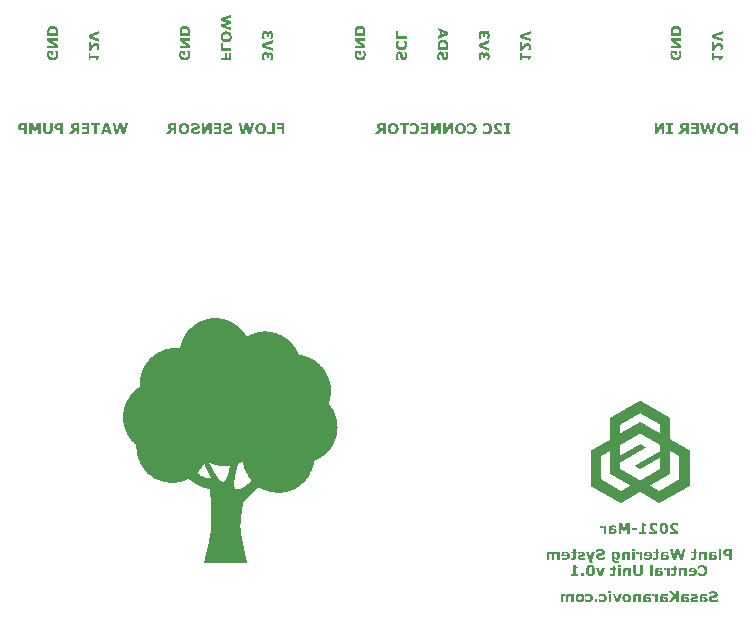
<source format=gbo>
G04 Layer_Color=32896*
%FSLAX25Y25*%
%MOIN*%
G70*
G01*
G75*
G36*
X236417Y-22267D02*
X235507D01*
Y-20971D01*
X235089D01*
X234129Y-22267D01*
X233014D01*
X234195Y-20754D01*
X234076Y-20689D01*
X233973Y-20619D01*
X233883Y-20553D01*
X233809Y-20488D01*
X233752Y-20430D01*
X233711Y-20385D01*
X233699Y-20369D01*
X233686Y-20357D01*
X233678Y-20348D01*
Y-20344D01*
X233645Y-20295D01*
X233617Y-20246D01*
X233572Y-20139D01*
X233539Y-20033D01*
X233518Y-19930D01*
X233510Y-19885D01*
X233502Y-19844D01*
X233498Y-19803D01*
Y-19770D01*
X233494Y-19741D01*
Y-19721D01*
Y-19709D01*
Y-19705D01*
X233498Y-19602D01*
X233510Y-19512D01*
X233531Y-19430D01*
X233551Y-19364D01*
X233576Y-19307D01*
X233592Y-19266D01*
X233600Y-19254D01*
X233609Y-19241D01*
X233613Y-19237D01*
Y-19233D01*
X233662Y-19168D01*
X233711Y-19106D01*
X233764Y-19053D01*
X233814Y-19008D01*
X233859Y-18975D01*
X233895Y-18946D01*
X233920Y-18930D01*
X233924Y-18926D01*
X233928D01*
X234002Y-18885D01*
X234076Y-18852D01*
X234150Y-18823D01*
X234211Y-18803D01*
X234269Y-18786D01*
X234314Y-18778D01*
X234330Y-18774D01*
X234342Y-18770D01*
X234351D01*
X234437Y-18757D01*
X234531Y-18749D01*
X234621Y-18741D01*
X234707Y-18737D01*
X234781Y-18733D01*
X236417D01*
Y-22267D01*
D02*
G37*
G36*
X239734D02*
X237180D01*
Y-21582D01*
X238824D01*
Y-20709D01*
X237298D01*
Y-20024D01*
X238824D01*
Y-19418D01*
X237180D01*
Y-18733D01*
X239734D01*
Y-22267D01*
D02*
G37*
G36*
X247889Y-18663D02*
X248036Y-18680D01*
X248172Y-18704D01*
X248303Y-18737D01*
X248422Y-18774D01*
X248533Y-18815D01*
X248631Y-18860D01*
X248721Y-18905D01*
X248803Y-18954D01*
X248873Y-18999D01*
X248930Y-19040D01*
X248979Y-19077D01*
X249020Y-19110D01*
X249045Y-19135D01*
X249065Y-19151D01*
X249070Y-19155D01*
X249156Y-19254D01*
X249230Y-19356D01*
X249291Y-19463D01*
X249348Y-19573D01*
X249394Y-19688D01*
X249430Y-19799D01*
X249463Y-19910D01*
X249488Y-20016D01*
X249508Y-20115D01*
X249525Y-20209D01*
X249533Y-20291D01*
X249541Y-20365D01*
X249545Y-20422D01*
X249549Y-20447D01*
Y-20467D01*
Y-20484D01*
Y-20496D01*
Y-20500D01*
Y-20504D01*
X249545Y-20660D01*
X249529Y-20803D01*
X249504Y-20943D01*
X249476Y-21070D01*
X249439Y-21189D01*
X249398Y-21299D01*
X249353Y-21402D01*
X249307Y-21492D01*
X249266Y-21574D01*
X249221Y-21644D01*
X249180Y-21705D01*
X249143Y-21755D01*
X249115Y-21791D01*
X249090Y-21820D01*
X249074Y-21841D01*
X249070Y-21845D01*
X248975Y-21931D01*
X248873Y-22009D01*
X248766Y-22074D01*
X248656Y-22132D01*
X248545Y-22181D01*
X248434Y-22218D01*
X248323Y-22251D01*
X248221Y-22279D01*
X248118Y-22300D01*
X248028Y-22316D01*
X247946Y-22324D01*
X247872Y-22333D01*
X247815Y-22337D01*
X247790Y-22341D01*
X247733D01*
X247577Y-22337D01*
X247430Y-22320D01*
X247294Y-22296D01*
X247163Y-22263D01*
X247044Y-22226D01*
X246934Y-22185D01*
X246835Y-22140D01*
X246745Y-22091D01*
X246663Y-22046D01*
X246593Y-22001D01*
X246536Y-21960D01*
X246487Y-21923D01*
X246446Y-21890D01*
X246417Y-21865D01*
X246400Y-21849D01*
X246396Y-21845D01*
X246310Y-21746D01*
X246236Y-21644D01*
X246171Y-21537D01*
X246118Y-21427D01*
X246068Y-21316D01*
X246031Y-21201D01*
X245999Y-21094D01*
X245974Y-20988D01*
X245954Y-20889D01*
X245937Y-20799D01*
X245929Y-20713D01*
X245921Y-20643D01*
X245917Y-20586D01*
X245913Y-20541D01*
Y-20525D01*
Y-20512D01*
Y-20508D01*
Y-20504D01*
X245917Y-20348D01*
X245933Y-20201D01*
X245958Y-20061D01*
X245990Y-19934D01*
X246027Y-19811D01*
X246068Y-19701D01*
X246109Y-19602D01*
X246154Y-19508D01*
X246204Y-19430D01*
X246245Y-19356D01*
X246286Y-19295D01*
X246323Y-19245D01*
X246355Y-19208D01*
X246380Y-19180D01*
X246396Y-19159D01*
X246400Y-19155D01*
X246495Y-19069D01*
X246597Y-18991D01*
X246704Y-18926D01*
X246815Y-18868D01*
X246925Y-18819D01*
X247036Y-18782D01*
X247143Y-18749D01*
X247249Y-18721D01*
X247348Y-18700D01*
X247438Y-18684D01*
X247520Y-18676D01*
X247594Y-18667D01*
X247651Y-18663D01*
X247696Y-18659D01*
X247733D01*
X247889Y-18663D01*
D02*
G37*
G36*
X231116Y-19360D02*
X230538D01*
Y-21640D01*
X231116D01*
Y-22267D01*
X229049D01*
Y-21640D01*
X229627D01*
Y-19360D01*
X229049D01*
Y-18733D01*
X231116D01*
Y-19360D01*
D02*
G37*
G36*
X244560Y-22267D02*
X243555D01*
X242936Y-19967D01*
X242301Y-22267D01*
X241296D01*
X240341Y-18733D01*
X241267D01*
X241837Y-21168D01*
X242460Y-18733D01*
X243367D01*
X244018Y-21168D01*
X244564Y-18733D01*
X245511D01*
X244560Y-22267D01*
D02*
G37*
G36*
X228303D02*
X227467D01*
Y-19844D01*
X225974Y-22267D01*
X225093D01*
Y-18733D01*
X225929D01*
Y-20758D01*
X227217Y-18733D01*
X228303D01*
Y-22267D01*
D02*
G37*
G36*
X252907D02*
X251997D01*
Y-21115D01*
X251431D01*
X251292Y-21111D01*
X251165Y-21099D01*
X251107Y-21090D01*
X251054Y-21082D01*
X251005Y-21070D01*
X250960Y-21062D01*
X250923Y-21054D01*
X250886Y-21041D01*
X250853Y-21033D01*
X250829Y-21025D01*
X250808Y-21017D01*
X250796Y-21012D01*
X250787Y-21008D01*
X250783D01*
X250689Y-20963D01*
X250599Y-20914D01*
X250517Y-20861D01*
X250447Y-20812D01*
X250390Y-20762D01*
X250349Y-20726D01*
X250332Y-20713D01*
X250320Y-20701D01*
X250316Y-20697D01*
X250312Y-20693D01*
X250259Y-20631D01*
X250209Y-20570D01*
X250168Y-20508D01*
X250136Y-20447D01*
X250107Y-20393D01*
X250091Y-20352D01*
X250082Y-20336D01*
X250078Y-20324D01*
X250074Y-20320D01*
Y-20315D01*
X250045Y-20229D01*
X250025Y-20147D01*
X250009Y-20065D01*
X250000Y-19996D01*
X249992Y-19934D01*
Y-19910D01*
X249988Y-19889D01*
Y-19873D01*
Y-19860D01*
Y-19852D01*
Y-19848D01*
X249992Y-19737D01*
X250004Y-19639D01*
X250025Y-19549D01*
X250045Y-19475D01*
X250066Y-19413D01*
X250074Y-19389D01*
X250086Y-19364D01*
X250091Y-19348D01*
X250099Y-19336D01*
X250103Y-19331D01*
Y-19327D01*
X250148Y-19250D01*
X250201Y-19176D01*
X250259Y-19114D01*
X250308Y-19065D01*
X250357Y-19024D01*
X250394Y-18991D01*
X250423Y-18975D01*
X250427Y-18967D01*
X250431D01*
X250500Y-18926D01*
X250570Y-18893D01*
X250640Y-18860D01*
X250701Y-18835D01*
X250759Y-18819D01*
X250800Y-18807D01*
X250816Y-18799D01*
X250829D01*
X250837Y-18794D01*
X250841D01*
X250931Y-18774D01*
X251025Y-18757D01*
X251120Y-18749D01*
X251210Y-18741D01*
X251288Y-18737D01*
X251321Y-18733D01*
X252907D01*
Y-22267D01*
D02*
G37*
G36*
X138080Y-18663D02*
X138227Y-18680D01*
X138362Y-18704D01*
X138494Y-18737D01*
X138612Y-18774D01*
X138723Y-18815D01*
X138822Y-18860D01*
X138912Y-18905D01*
X138994Y-18954D01*
X139064Y-18999D01*
X139121Y-19040D01*
X139170Y-19077D01*
X139211Y-19110D01*
X139236Y-19135D01*
X139256Y-19151D01*
X139260Y-19155D01*
X139346Y-19254D01*
X139420Y-19356D01*
X139482Y-19463D01*
X139539Y-19573D01*
X139584Y-19688D01*
X139621Y-19799D01*
X139654Y-19910D01*
X139679Y-20016D01*
X139699Y-20115D01*
X139715Y-20209D01*
X139724Y-20291D01*
X139732Y-20365D01*
X139736Y-20422D01*
X139740Y-20447D01*
Y-20467D01*
Y-20484D01*
Y-20496D01*
Y-20500D01*
Y-20504D01*
X139736Y-20660D01*
X139719Y-20803D01*
X139695Y-20943D01*
X139666Y-21070D01*
X139629Y-21189D01*
X139588Y-21299D01*
X139543Y-21402D01*
X139498Y-21492D01*
X139457Y-21574D01*
X139412Y-21644D01*
X139371Y-21705D01*
X139334Y-21755D01*
X139305Y-21791D01*
X139281Y-21820D01*
X139264Y-21841D01*
X139260Y-21845D01*
X139166Y-21931D01*
X139064Y-22009D01*
X138957Y-22074D01*
X138846Y-22132D01*
X138735Y-22181D01*
X138625Y-22218D01*
X138514Y-22251D01*
X138412Y-22279D01*
X138309Y-22300D01*
X138219Y-22316D01*
X138137Y-22324D01*
X138063Y-22333D01*
X138006Y-22337D01*
X137981Y-22341D01*
X137924D01*
X137768Y-22337D01*
X137620Y-22320D01*
X137485Y-22296D01*
X137354Y-22263D01*
X137235Y-22226D01*
X137124Y-22185D01*
X137026Y-22140D01*
X136936Y-22091D01*
X136854Y-22046D01*
X136784Y-22001D01*
X136726Y-21960D01*
X136677Y-21923D01*
X136636Y-21890D01*
X136608Y-21865D01*
X136591Y-21849D01*
X136587Y-21845D01*
X136501Y-21746D01*
X136427Y-21644D01*
X136362Y-21537D01*
X136308Y-21427D01*
X136259Y-21316D01*
X136222Y-21201D01*
X136189Y-21094D01*
X136165Y-20988D01*
X136144Y-20889D01*
X136128Y-20799D01*
X136120Y-20713D01*
X136111Y-20643D01*
X136107Y-20586D01*
X136103Y-20541D01*
Y-20525D01*
Y-20512D01*
Y-20508D01*
Y-20504D01*
X136107Y-20348D01*
X136124Y-20201D01*
X136148Y-20061D01*
X136181Y-19934D01*
X136218Y-19811D01*
X136259Y-19701D01*
X136300Y-19602D01*
X136345Y-19508D01*
X136394Y-19430D01*
X136435Y-19356D01*
X136476Y-19295D01*
X136513Y-19245D01*
X136546Y-19208D01*
X136571Y-19180D01*
X136587Y-19159D01*
X136591Y-19155D01*
X136686Y-19069D01*
X136788Y-18991D01*
X136895Y-18926D01*
X137005Y-18868D01*
X137116Y-18819D01*
X137227Y-18782D01*
X137333Y-18749D01*
X137440Y-18721D01*
X137538Y-18700D01*
X137628Y-18684D01*
X137710Y-18676D01*
X137784Y-18667D01*
X137842Y-18663D01*
X137887Y-18659D01*
X137924D01*
X138080Y-18663D01*
D02*
G37*
G36*
X160580D02*
X160728Y-18680D01*
X160863Y-18704D01*
X160994Y-18737D01*
X161113Y-18774D01*
X161224Y-18815D01*
X161322Y-18860D01*
X161413Y-18905D01*
X161495Y-18954D01*
X161564Y-18999D01*
X161622Y-19040D01*
X161671Y-19077D01*
X161712Y-19110D01*
X161737Y-19135D01*
X161757Y-19151D01*
X161761Y-19155D01*
X161847Y-19254D01*
X161921Y-19356D01*
X161983Y-19463D01*
X162040Y-19573D01*
X162085Y-19688D01*
X162122Y-19799D01*
X162155Y-19910D01*
X162179Y-20016D01*
X162200Y-20115D01*
X162216Y-20209D01*
X162224Y-20291D01*
X162233Y-20365D01*
X162237Y-20422D01*
X162241Y-20447D01*
Y-20467D01*
Y-20484D01*
Y-20496D01*
Y-20500D01*
Y-20504D01*
X162237Y-20660D01*
X162220Y-20803D01*
X162196Y-20943D01*
X162167Y-21070D01*
X162130Y-21189D01*
X162089Y-21299D01*
X162044Y-21402D01*
X161999Y-21492D01*
X161958Y-21574D01*
X161913Y-21644D01*
X161872Y-21705D01*
X161835Y-21755D01*
X161806Y-21791D01*
X161782Y-21820D01*
X161765Y-21841D01*
X161761Y-21845D01*
X161667Y-21931D01*
X161564Y-22009D01*
X161458Y-22074D01*
X161347Y-22132D01*
X161236Y-22181D01*
X161126Y-22218D01*
X161015Y-22251D01*
X160912Y-22279D01*
X160810Y-22300D01*
X160720Y-22316D01*
X160638Y-22324D01*
X160564Y-22333D01*
X160506Y-22337D01*
X160482Y-22341D01*
X160424D01*
X160269Y-22337D01*
X160121Y-22320D01*
X159986Y-22296D01*
X159855Y-22263D01*
X159736Y-22226D01*
X159625Y-22185D01*
X159527Y-22140D01*
X159436Y-22091D01*
X159354Y-22046D01*
X159285Y-22001D01*
X159227Y-21960D01*
X159178Y-21923D01*
X159137Y-21890D01*
X159108Y-21865D01*
X159092Y-21849D01*
X159088Y-21845D01*
X159002Y-21746D01*
X158928Y-21644D01*
X158862Y-21537D01*
X158809Y-21427D01*
X158760Y-21316D01*
X158723Y-21201D01*
X158690Y-21094D01*
X158666Y-20988D01*
X158645Y-20889D01*
X158629Y-20799D01*
X158621Y-20713D01*
X158612Y-20643D01*
X158608Y-20586D01*
X158604Y-20541D01*
Y-20525D01*
Y-20512D01*
Y-20508D01*
Y-20504D01*
X158608Y-20348D01*
X158625Y-20201D01*
X158649Y-20061D01*
X158682Y-19934D01*
X158719Y-19811D01*
X158760Y-19701D01*
X158801Y-19602D01*
X158846Y-19508D01*
X158895Y-19430D01*
X158936Y-19356D01*
X158977Y-19295D01*
X159014Y-19245D01*
X159047Y-19208D01*
X159072Y-19180D01*
X159088Y-19159D01*
X159092Y-19155D01*
X159186Y-19069D01*
X159289Y-18991D01*
X159395Y-18926D01*
X159506Y-18868D01*
X159617Y-18819D01*
X159728Y-18782D01*
X159834Y-18749D01*
X159941Y-18721D01*
X160039Y-18700D01*
X160129Y-18684D01*
X160211Y-18676D01*
X160285Y-18667D01*
X160343Y-18663D01*
X160388Y-18659D01*
X160424D01*
X160580Y-18663D01*
D02*
G37*
G36*
X180874Y3834D02*
X183801D01*
Y3047D01*
X183748Y3043D01*
X183703Y3031D01*
X183662Y3018D01*
X183629Y3006D01*
X183601Y2994D01*
X183580Y2986D01*
X183568Y2977D01*
X183564Y2973D01*
X183531Y2949D01*
X183498Y2920D01*
X183474Y2887D01*
X183449Y2859D01*
X183432Y2830D01*
X183420Y2809D01*
X183412Y2793D01*
X183408Y2789D01*
X183392Y2748D01*
X183375Y2703D01*
X183363Y2662D01*
X183355Y2621D01*
X183346Y2584D01*
X183342Y2555D01*
X183338Y2535D01*
Y2527D01*
X183330Y2412D01*
X183326Y2354D01*
Y2305D01*
X183322Y2264D01*
Y2231D01*
Y2211D01*
Y2203D01*
X182744D01*
Y2949D01*
X180874D01*
Y2203D01*
X180259D01*
Y4564D01*
X180874D01*
Y3834D01*
D02*
G37*
G36*
X180936Y6647D02*
X180964Y6688D01*
X181001Y6733D01*
X181038Y6782D01*
X181075Y6836D01*
X181112Y6881D01*
X181141Y6918D01*
X181157Y6946D01*
X181165Y6950D01*
Y6955D01*
X181231Y7036D01*
X181292Y7114D01*
X181358Y7188D01*
X181411Y7254D01*
X181460Y7311D01*
X181501Y7352D01*
X181514Y7369D01*
X181526Y7381D01*
X181530Y7385D01*
X181534Y7389D01*
X181596Y7451D01*
X181653Y7512D01*
X181711Y7565D01*
X181768Y7615D01*
X181870Y7701D01*
X181965Y7774D01*
X182006Y7803D01*
X182043Y7832D01*
X182076Y7852D01*
X182100Y7869D01*
X182125Y7885D01*
X182141Y7893D01*
X182149Y7902D01*
X182153D01*
X182268Y7959D01*
X182379Y8000D01*
X182490Y8029D01*
X182584Y8049D01*
X182629Y8057D01*
X182670Y8061D01*
X182703Y8066D01*
X182731D01*
X182756Y8070D01*
X182789D01*
X182883Y8066D01*
X182969Y8053D01*
X183051Y8037D01*
X183129Y8016D01*
X183199Y7988D01*
X183265Y7959D01*
X183322Y7926D01*
X183375Y7897D01*
X183424Y7865D01*
X183465Y7832D01*
X183498Y7803D01*
X183527Y7774D01*
X183551Y7754D01*
X183568Y7738D01*
X183576Y7725D01*
X183580Y7721D01*
X183629Y7651D01*
X183670Y7578D01*
X183711Y7500D01*
X183740Y7418D01*
X183769Y7332D01*
X183789Y7250D01*
X183826Y7086D01*
X183834Y7008D01*
X183843Y6938D01*
X183851Y6872D01*
X183855Y6819D01*
X183859Y6774D01*
Y6737D01*
Y6717D01*
Y6708D01*
X183855Y6585D01*
X183847Y6467D01*
X183834Y6356D01*
X183822Y6257D01*
X183814Y6212D01*
X183810Y6176D01*
X183801Y6139D01*
X183798Y6110D01*
X183793Y6085D01*
X183789Y6069D01*
X183785Y6057D01*
Y6053D01*
X183756Y5938D01*
X183732Y5835D01*
X183707Y5753D01*
X183683Y5683D01*
X183666Y5626D01*
X183650Y5589D01*
X183642Y5565D01*
X183638Y5556D01*
X182854D01*
Y5630D01*
X182904Y5708D01*
X182949Y5786D01*
X182990Y5860D01*
X183023Y5929D01*
X183047Y5991D01*
X183068Y6036D01*
X183076Y6053D01*
X183080Y6065D01*
X183084Y6073D01*
Y6077D01*
X183113Y6167D01*
X183137Y6249D01*
X183154Y6327D01*
X183162Y6397D01*
X183170Y6454D01*
X183174Y6499D01*
Y6516D01*
Y6528D01*
Y6532D01*
Y6536D01*
X183170Y6639D01*
X183154Y6729D01*
X183133Y6807D01*
X183109Y6868D01*
X183080Y6918D01*
X183059Y6955D01*
X183043Y6975D01*
X183039Y6983D01*
X182986Y7036D01*
X182924Y7073D01*
X182863Y7102D01*
X182805Y7119D01*
X182748Y7131D01*
X182707Y7135D01*
X182691Y7139D01*
X182666D01*
X182592Y7135D01*
X182518Y7119D01*
X182449Y7102D01*
X182387Y7078D01*
X182334Y7057D01*
X182297Y7036D01*
X182280Y7028D01*
X182268Y7020D01*
X182264Y7016D01*
X182260D01*
X182182Y6963D01*
X182100Y6901D01*
X182018Y6836D01*
X181940Y6770D01*
X181875Y6708D01*
X181846Y6680D01*
X181821Y6655D01*
X181805Y6639D01*
X181788Y6622D01*
X181780Y6614D01*
X181776Y6610D01*
X181702Y6532D01*
X181629Y6450D01*
X181551Y6364D01*
X181481Y6282D01*
X181420Y6208D01*
X181395Y6180D01*
X181374Y6151D01*
X181354Y6130D01*
X181342Y6110D01*
X181333Y6102D01*
X181329Y6098D01*
X181235Y5979D01*
X181145Y5864D01*
X181063Y5757D01*
X180989Y5659D01*
X180956Y5618D01*
X180927Y5581D01*
X180903Y5544D01*
X180882Y5515D01*
X180866Y5495D01*
X180854Y5474D01*
X180845Y5466D01*
X180841Y5462D01*
X180259D01*
Y8234D01*
X180936D01*
Y6647D01*
D02*
G37*
G36*
X142295Y8619D02*
X142311Y8582D01*
X142328Y8545D01*
X142340Y8512D01*
X142352Y8488D01*
X142356Y8472D01*
X142360Y8467D01*
X142402Y8369D01*
X142418Y8320D01*
X142434Y8275D01*
X142447Y8238D01*
X142455Y8209D01*
X142463Y8189D01*
Y8180D01*
X142492Y8066D01*
X142500Y8008D01*
X142512Y7959D01*
X142520Y7914D01*
X142525Y7877D01*
X142529Y7857D01*
Y7852D01*
Y7848D01*
X142545Y7709D01*
X142549Y7643D01*
X142553Y7582D01*
X142557Y7524D01*
Y7483D01*
Y7467D01*
Y7455D01*
Y7451D01*
Y7446D01*
X142553Y7299D01*
X142537Y7159D01*
X142516Y7032D01*
X142504Y6975D01*
X142492Y6922D01*
X142479Y6872D01*
X142467Y6831D01*
X142455Y6795D01*
X142447Y6762D01*
X142438Y6733D01*
X142430Y6717D01*
X142426Y6704D01*
Y6700D01*
X142373Y6577D01*
X142315Y6467D01*
X142258Y6372D01*
X142197Y6286D01*
X142172Y6253D01*
X142147Y6221D01*
X142123Y6196D01*
X142102Y6171D01*
X142086Y6155D01*
X142078Y6143D01*
X142069Y6134D01*
X142065Y6130D01*
X141971Y6048D01*
X141868Y5975D01*
X141770Y5909D01*
X141680Y5860D01*
X141635Y5835D01*
X141598Y5819D01*
X141561Y5802D01*
X141532Y5790D01*
X141508Y5778D01*
X141491Y5770D01*
X141479Y5765D01*
X141475D01*
X141344Y5725D01*
X141212Y5696D01*
X141085Y5671D01*
X140966Y5659D01*
X140913Y5655D01*
X140868Y5651D01*
X140823Y5647D01*
X140786D01*
X140757Y5643D01*
X140716D01*
X140552Y5647D01*
X140401Y5663D01*
X140331Y5671D01*
X140265Y5683D01*
X140204Y5696D01*
X140151Y5708D01*
X140097Y5720D01*
X140052Y5733D01*
X140015Y5745D01*
X139982Y5753D01*
X139958Y5761D01*
X139937Y5770D01*
X139925Y5774D01*
X139921D01*
X139798Y5827D01*
X139687Y5889D01*
X139589Y5950D01*
X139503Y6007D01*
X139466Y6036D01*
X139433Y6061D01*
X139409Y6085D01*
X139384Y6102D01*
X139367Y6118D01*
X139355Y6130D01*
X139347Y6139D01*
X139343Y6143D01*
X139261Y6237D01*
X139191Y6335D01*
X139134Y6430D01*
X139085Y6520D01*
X139048Y6598D01*
X139031Y6631D01*
X139019Y6659D01*
X139011Y6684D01*
X139003Y6700D01*
X138998Y6713D01*
Y6717D01*
X138962Y6844D01*
X138933Y6971D01*
X138912Y7094D01*
X138900Y7205D01*
X138892Y7254D01*
Y7299D01*
X138888Y7340D01*
X138884Y7377D01*
Y7406D01*
Y7426D01*
Y7438D01*
Y7442D01*
Y7537D01*
X138888Y7619D01*
X138892Y7693D01*
X138900Y7750D01*
X138904Y7799D01*
X138908Y7832D01*
X138912Y7852D01*
Y7861D01*
X138933Y7975D01*
X138945Y8033D01*
X138958Y8082D01*
X138966Y8123D01*
X138974Y8160D01*
X138982Y8180D01*
Y8189D01*
X139015Y8283D01*
X139027Y8324D01*
X139044Y8365D01*
X139056Y8394D01*
X139064Y8418D01*
X139068Y8435D01*
X139072Y8439D01*
X139113Y8533D01*
X139134Y8574D01*
X139150Y8615D01*
X139167Y8648D01*
X139175Y8672D01*
X139183Y8693D01*
X139187Y8697D01*
X140032D01*
Y8599D01*
X139987Y8545D01*
X139942Y8492D01*
X139925Y8472D01*
X139909Y8451D01*
X139901Y8439D01*
X139896Y8435D01*
X139839Y8361D01*
X139814Y8324D01*
X139794Y8291D01*
X139773Y8262D01*
X139761Y8242D01*
X139753Y8225D01*
X139749Y8221D01*
X139696Y8115D01*
X139671Y8066D01*
X139655Y8016D01*
X139638Y7975D01*
X139626Y7947D01*
X139622Y7926D01*
X139618Y7918D01*
X139601Y7857D01*
X139589Y7799D01*
X139581Y7746D01*
X139577Y7693D01*
X139573Y7651D01*
X139568Y7619D01*
Y7598D01*
Y7590D01*
X139573Y7524D01*
X139577Y7463D01*
X139585Y7401D01*
X139597Y7348D01*
X139605Y7303D01*
X139613Y7270D01*
X139618Y7246D01*
X139622Y7242D01*
Y7237D01*
X139646Y7172D01*
X139675Y7114D01*
X139704Y7057D01*
X139736Y7012D01*
X139761Y6971D01*
X139786Y6942D01*
X139802Y6926D01*
X139806Y6918D01*
X139859Y6864D01*
X139917Y6819D01*
X139974Y6778D01*
X140032Y6745D01*
X140081Y6717D01*
X140122Y6696D01*
X140138Y6688D01*
X140151Y6684D01*
X140155Y6680D01*
X140159D01*
X140245Y6651D01*
X140339Y6627D01*
X140429Y6610D01*
X140520Y6602D01*
X140597Y6594D01*
X140630D01*
X140659Y6590D01*
X140712D01*
X140827Y6594D01*
X140930Y6602D01*
X141020Y6618D01*
X141098Y6635D01*
X141163Y6647D01*
X141188Y6655D01*
X141208Y6663D01*
X141229Y6667D01*
X141241Y6672D01*
X141245Y6676D01*
X141249D01*
X141331Y6708D01*
X141401Y6745D01*
X141463Y6786D01*
X141516Y6819D01*
X141557Y6852D01*
X141586Y6877D01*
X141606Y6897D01*
X141610Y6901D01*
X141659Y6959D01*
X141700Y7012D01*
X141733Y7069D01*
X141762Y7119D01*
X141782Y7159D01*
X141799Y7192D01*
X141807Y7213D01*
X141811Y7221D01*
X141832Y7287D01*
X141848Y7352D01*
X141856Y7414D01*
X141864Y7467D01*
X141868Y7516D01*
X141873Y7553D01*
Y7578D01*
Y7582D01*
Y7586D01*
X141868Y7647D01*
X141864Y7709D01*
X141856Y7762D01*
X141848Y7811D01*
X141836Y7852D01*
X141827Y7885D01*
X141823Y7902D01*
X141819Y7910D01*
X141799Y7967D01*
X141778Y8021D01*
X141758Y8070D01*
X141737Y8111D01*
X141717Y8144D01*
X141704Y8172D01*
X141696Y8189D01*
X141692Y8193D01*
X141664Y8242D01*
X141635Y8283D01*
X141610Y8324D01*
X141586Y8357D01*
X141565Y8385D01*
X141549Y8406D01*
X141541Y8418D01*
X141536Y8422D01*
X141508Y8459D01*
X141483Y8492D01*
X141463Y8521D01*
X141442Y8545D01*
X141426Y8566D01*
X141413Y8578D01*
X141409Y8586D01*
X141405Y8590D01*
Y8697D01*
X142262D01*
X142295Y8619D01*
D02*
G37*
G36*
X139642Y10276D02*
X142492D01*
Y9365D01*
X138958D01*
Y11911D01*
X139642D01*
Y10276D01*
D02*
G37*
G36*
X233992Y8722D02*
X231966D01*
X233992Y7434D01*
Y6348D01*
X230457D01*
Y7184D01*
X232881D01*
X230457Y8676D01*
Y9558D01*
X233992D01*
Y8722D01*
D02*
G37*
G36*
X232315Y13793D02*
X232405Y13789D01*
X232491Y13777D01*
X232577Y13765D01*
X232655Y13748D01*
X232729Y13732D01*
X232794Y13711D01*
X232856Y13691D01*
X232913Y13670D01*
X232963Y13650D01*
X233008Y13633D01*
X233045Y13617D01*
X233073Y13605D01*
X233094Y13592D01*
X233106Y13588D01*
X233110Y13584D01*
X233245Y13498D01*
X233364Y13408D01*
X233418Y13359D01*
X233467Y13309D01*
X233512Y13264D01*
X233553Y13219D01*
X233590Y13178D01*
X233623Y13137D01*
X233647Y13100D01*
X233672Y13072D01*
X233688Y13047D01*
X233701Y13027D01*
X233709Y13014D01*
X233713Y13010D01*
X233758Y12928D01*
X233799Y12838D01*
X233836Y12748D01*
X233865Y12666D01*
X233889Y12592D01*
X233897Y12559D01*
X233906Y12535D01*
X233910Y12510D01*
X233914Y12494D01*
X233918Y12485D01*
Y12481D01*
X233943Y12358D01*
X233959Y12235D01*
X233975Y12108D01*
X233983Y11993D01*
X233988Y11940D01*
Y11891D01*
Y11850D01*
X233992Y11813D01*
Y11780D01*
Y11760D01*
Y11743D01*
Y11739D01*
Y10460D01*
X230457D01*
Y11702D01*
X230462Y11854D01*
X230466Y11993D01*
X230474Y12059D01*
X230478Y12121D01*
X230482Y12174D01*
X230490Y12227D01*
X230494Y12272D01*
X230499Y12313D01*
X230507Y12346D01*
X230511Y12379D01*
X230515Y12399D01*
Y12420D01*
X230519Y12428D01*
Y12432D01*
X230548Y12547D01*
X230580Y12653D01*
X230613Y12748D01*
X230650Y12834D01*
X230667Y12871D01*
X230683Y12904D01*
X230699Y12932D01*
X230712Y12957D01*
X230720Y12977D01*
X230728Y12990D01*
X230736Y12998D01*
Y13002D01*
X230777Y13063D01*
X230822Y13125D01*
X230917Y13236D01*
X231019Y13334D01*
X231114Y13416D01*
X231159Y13453D01*
X231200Y13482D01*
X231237Y13510D01*
X231269Y13531D01*
X231298Y13547D01*
X231318Y13564D01*
X231331Y13568D01*
X231335Y13572D01*
X231409Y13613D01*
X231487Y13646D01*
X231560Y13679D01*
X231638Y13703D01*
X231786Y13744D01*
X231856Y13756D01*
X231925Y13769D01*
X231987Y13777D01*
X232044Y13785D01*
X232093Y13789D01*
X232138Y13793D01*
X232171Y13797D01*
X232221D01*
X232315Y13793D01*
D02*
G37*
G36*
X183793Y11194D02*
X181313Y10341D01*
X183793Y9488D01*
Y8533D01*
X180259Y9820D01*
Y10837D01*
X183793Y12129D01*
Y11194D01*
D02*
G37*
G36*
X232401Y3904D02*
X231733D01*
Y4605D01*
X231044D01*
X231040Y4564D01*
Y4527D01*
X231036Y4511D01*
Y4499D01*
Y4490D01*
Y4486D01*
Y4441D01*
Y4408D01*
Y4384D01*
Y4380D01*
Y4376D01*
X231040Y4265D01*
X231048Y4162D01*
X231064Y4064D01*
X231085Y3978D01*
X231105Y3892D01*
X231134Y3818D01*
X231163Y3748D01*
X231191Y3691D01*
X231220Y3633D01*
X231245Y3588D01*
X231273Y3547D01*
X231294Y3515D01*
X231314Y3490D01*
X231331Y3474D01*
X231339Y3461D01*
X231343Y3457D01*
X231405Y3404D01*
X231470Y3355D01*
X231540Y3314D01*
X231614Y3281D01*
X231692Y3248D01*
X231765Y3224D01*
X231839Y3203D01*
X231909Y3187D01*
X231979Y3174D01*
X232040Y3166D01*
X232098Y3158D01*
X232147Y3154D01*
X232184D01*
X232216Y3150D01*
X232241D01*
X232344Y3154D01*
X232438Y3162D01*
X232524Y3178D01*
X232598Y3195D01*
X232659Y3207D01*
X232684Y3215D01*
X232704Y3224D01*
X232721Y3228D01*
X232733Y3232D01*
X232737Y3236D01*
X232741D01*
X232819Y3273D01*
X232893Y3310D01*
X232954Y3347D01*
X233008Y3383D01*
X233049Y3420D01*
X233082Y3445D01*
X233098Y3461D01*
X233106Y3469D01*
X233159Y3531D01*
X233205Y3593D01*
X233241Y3650D01*
X233270Y3703D01*
X233295Y3752D01*
X233311Y3789D01*
X233319Y3814D01*
X233323Y3818D01*
Y3822D01*
X233348Y3896D01*
X233364Y3974D01*
X233381Y4048D01*
X233389Y4117D01*
X233393Y4175D01*
X233397Y4220D01*
Y4236D01*
Y4248D01*
Y4257D01*
Y4261D01*
X233393Y4339D01*
X233389Y4408D01*
X233381Y4478D01*
X233368Y4535D01*
X233356Y4581D01*
X233348Y4617D01*
X233344Y4642D01*
X233340Y4650D01*
X233319Y4716D01*
X233299Y4777D01*
X233278Y4835D01*
X233258Y4880D01*
X233237Y4921D01*
X233225Y4950D01*
X233217Y4966D01*
X233213Y4974D01*
X233159Y5064D01*
X233135Y5105D01*
X233110Y5142D01*
X233090Y5175D01*
X233073Y5200D01*
X233061Y5216D01*
X233057Y5220D01*
X233024Y5265D01*
X232995Y5306D01*
X232975Y5339D01*
X232954Y5368D01*
X232938Y5388D01*
X232926Y5405D01*
X232922Y5413D01*
X232917Y5417D01*
Y5520D01*
X233742D01*
X233807Y5376D01*
X233860Y5245D01*
X233906Y5126D01*
X233922Y5073D01*
X233938Y5019D01*
X233951Y4974D01*
X233963Y4933D01*
X233971Y4900D01*
X233979Y4872D01*
X233983Y4847D01*
X233988Y4831D01*
X233992Y4818D01*
Y4814D01*
X234012Y4695D01*
X234029Y4577D01*
X234041Y4466D01*
X234049Y4363D01*
X234053Y4318D01*
Y4277D01*
X234057Y4240D01*
Y4212D01*
Y4183D01*
Y4166D01*
Y4154D01*
Y4150D01*
X234053Y3982D01*
X234037Y3826D01*
X234012Y3679D01*
X233979Y3539D01*
X233943Y3412D01*
X233897Y3293D01*
X233852Y3187D01*
X233807Y3088D01*
X233758Y3002D01*
X233713Y2928D01*
X233672Y2863D01*
X233631Y2809D01*
X233598Y2768D01*
X233574Y2740D01*
X233557Y2723D01*
X233553Y2715D01*
X233455Y2625D01*
X233352Y2547D01*
X233241Y2477D01*
X233135Y2420D01*
X233020Y2371D01*
X232909Y2330D01*
X232803Y2293D01*
X232700Y2268D01*
X232602Y2244D01*
X232512Y2231D01*
X232430Y2219D01*
X232360Y2211D01*
X232302Y2207D01*
X232261Y2203D01*
X232225D01*
X232069Y2207D01*
X231917Y2223D01*
X231778Y2248D01*
X231646Y2280D01*
X231528Y2321D01*
X231417Y2362D01*
X231314Y2408D01*
X231224Y2457D01*
X231142Y2506D01*
X231072Y2551D01*
X231011Y2592D01*
X230962Y2633D01*
X230921Y2666D01*
X230896Y2691D01*
X230876Y2707D01*
X230872Y2711D01*
X230785Y2809D01*
X230712Y2916D01*
X230646Y3031D01*
X230589Y3146D01*
X230544Y3264D01*
X230503Y3379D01*
X230470Y3494D01*
X230445Y3609D01*
X230425Y3711D01*
X230408Y3810D01*
X230400Y3896D01*
X230392Y3974D01*
X230388Y4035D01*
X230384Y4060D01*
Y4080D01*
Y4097D01*
Y4113D01*
Y4117D01*
Y4121D01*
X230388Y4265D01*
X230396Y4408D01*
X230412Y4540D01*
X230421Y4601D01*
X230429Y4659D01*
X230437Y4708D01*
X230445Y4757D01*
X230453Y4798D01*
X230462Y4835D01*
X230466Y4863D01*
X230470Y4884D01*
X230474Y4896D01*
Y4900D01*
X230507Y5040D01*
X230523Y5105D01*
X230539Y5167D01*
X230556Y5220D01*
X230572Y5274D01*
X230585Y5323D01*
X230601Y5364D01*
X230613Y5401D01*
X230626Y5438D01*
X230634Y5466D01*
X230642Y5487D01*
X230650Y5507D01*
X230654Y5520D01*
X230658Y5528D01*
Y5532D01*
X232401D01*
Y3904D01*
D02*
G37*
G36*
X77400Y-22267D02*
X76563D01*
Y-19844D01*
X75071Y-22267D01*
X74190D01*
Y-18733D01*
X75026D01*
Y-20758D01*
X76313Y-18733D01*
X77400D01*
Y-22267D01*
D02*
G37*
G36*
X90655D02*
X89651D01*
X89031Y-19967D01*
X88396Y-22267D01*
X87392D01*
X86436Y-18733D01*
X87363D01*
X87933Y-21168D01*
X88556Y-18733D01*
X89462D01*
X90114Y-21168D01*
X90659Y-18733D01*
X91606D01*
X90655Y-22267D01*
D02*
G37*
G36*
X101696D02*
X100786D01*
Y-20758D01*
X99282D01*
Y-20074D01*
X100786D01*
Y-19418D01*
X99163D01*
Y-18733D01*
X101696D01*
Y-22267D01*
D02*
G37*
G36*
X218893Y-175585D02*
X218979Y-175598D01*
X219061Y-175614D01*
X219131Y-175630D01*
X219188Y-175647D01*
X219229Y-175663D01*
X219246Y-175671D01*
X219258Y-175675D01*
X219262Y-175680D01*
X219266D01*
X219344Y-175716D01*
X219422Y-175762D01*
X219496Y-175807D01*
X219561Y-175852D01*
X219619Y-175889D01*
X219664Y-175921D01*
X219680Y-175934D01*
X219692Y-175942D01*
X219697Y-175946D01*
X219701Y-175950D01*
Y-175655D01*
X220558D01*
Y-178320D01*
X219701D01*
Y-176430D01*
X219647Y-176401D01*
X219602Y-176377D01*
X219557Y-176356D01*
X219520Y-176340D01*
X219488Y-176327D01*
X219463Y-176319D01*
X219446Y-176311D01*
X219442D01*
X219356Y-176286D01*
X219315Y-176278D01*
X219283Y-176274D01*
X219250Y-176270D01*
X219151D01*
X219098Y-176278D01*
X219057Y-176282D01*
X219020Y-176291D01*
X218991Y-176299D01*
X218971Y-176303D01*
X218959Y-176311D01*
X218954D01*
X218922Y-176327D01*
X218893Y-176348D01*
X218868Y-176368D01*
X218848Y-176393D01*
X218831Y-176409D01*
X218819Y-176426D01*
X218815Y-176438D01*
X218811Y-176442D01*
X218799Y-176475D01*
X218786Y-176508D01*
X218770Y-176586D01*
X218766Y-176623D01*
X218762Y-176651D01*
X218758Y-176668D01*
Y-176676D01*
X218745Y-176795D01*
X218741Y-176848D01*
Y-176897D01*
X218737Y-176938D01*
Y-176971D01*
Y-176992D01*
Y-177000D01*
Y-178320D01*
X217880D01*
Y-176586D01*
X217884Y-176496D01*
X217893Y-176409D01*
X217905Y-176331D01*
X217917Y-176258D01*
X217938Y-176188D01*
X217958Y-176127D01*
X217979Y-176073D01*
X218003Y-176024D01*
X218028Y-175979D01*
X218048Y-175942D01*
X218069Y-175909D01*
X218089Y-175881D01*
X218102Y-175860D01*
X218114Y-175848D01*
X218122Y-175839D01*
X218126Y-175835D01*
X218176Y-175790D01*
X218225Y-175753D01*
X218278Y-175716D01*
X218331Y-175688D01*
X218389Y-175663D01*
X218446Y-175643D01*
X218553Y-175614D01*
X218602Y-175602D01*
X218651Y-175593D01*
X218692Y-175589D01*
X218729Y-175585D01*
X218758Y-175581D01*
X218799D01*
X218893Y-175585D01*
D02*
G37*
G36*
X224559Y-175651D02*
X224625Y-175659D01*
X224690Y-175671D01*
X224748Y-175688D01*
X224801Y-175704D01*
X224838Y-175716D01*
X224854Y-175721D01*
X224867Y-175725D01*
X224871Y-175729D01*
X224875D01*
X224957Y-175766D01*
X225039Y-175811D01*
X225121Y-175864D01*
X225199Y-175917D01*
X225264Y-175967D01*
X225293Y-175991D01*
X225318Y-176008D01*
X225334Y-176024D01*
X225350Y-176036D01*
X225359Y-176044D01*
X225363Y-176049D01*
Y-175655D01*
X226220D01*
Y-178320D01*
X225363D01*
Y-176541D01*
X225305Y-176520D01*
X225248Y-176504D01*
X225199Y-176487D01*
X225154Y-176479D01*
X225117Y-176471D01*
X225088Y-176463D01*
X225072Y-176459D01*
X225063D01*
X224953Y-176442D01*
X224900Y-176438D01*
X224850D01*
X224809Y-176434D01*
X224678D01*
X224612Y-176438D01*
X224584Y-176442D01*
X224563D01*
X224547Y-176446D01*
X224543D01*
X224502Y-176450D01*
X224465Y-176454D01*
X224432Y-176459D01*
X224408Y-176463D01*
X224391Y-176467D01*
X224375D01*
X224371Y-176471D01*
X224289D01*
Y-175659D01*
X224325Y-175655D01*
X224358D01*
X224383Y-175651D01*
X224391D01*
X224432Y-175647D01*
X224494D01*
X224559Y-175651D01*
D02*
G37*
G36*
X203079Y-175585D02*
X203190Y-175593D01*
X203288Y-175606D01*
X203375Y-175622D01*
X203415Y-175630D01*
X203448Y-175639D01*
X203481Y-175643D01*
X203506Y-175651D01*
X203526Y-175655D01*
X203543Y-175659D01*
X203551Y-175663D01*
X203555D01*
X203657Y-175696D01*
X203752Y-175733D01*
X203838Y-175774D01*
X203907Y-175815D01*
X203969Y-175852D01*
X203994Y-175868D01*
X204014Y-175881D01*
X204030Y-175893D01*
X204043Y-175901D01*
X204047Y-175909D01*
X204051D01*
X204129Y-175979D01*
X204199Y-176053D01*
X204260Y-176127D01*
X204309Y-176200D01*
X204350Y-176262D01*
X204363Y-176286D01*
X204375Y-176311D01*
X204387Y-176331D01*
X204395Y-176344D01*
X204399Y-176352D01*
Y-176356D01*
X204440Y-176463D01*
X204469Y-176569D01*
X204494Y-176680D01*
X204506Y-176778D01*
X204510Y-176823D01*
X204514Y-176869D01*
X204518Y-176906D01*
Y-176938D01*
X204522Y-176963D01*
Y-176983D01*
Y-176996D01*
Y-177000D01*
X204518Y-177127D01*
X204506Y-177246D01*
X204486Y-177352D01*
X204477Y-177398D01*
X204465Y-177443D01*
X204453Y-177480D01*
X204445Y-177516D01*
X204432Y-177545D01*
X204424Y-177570D01*
X204420Y-177590D01*
X204412Y-177607D01*
X204408Y-177615D01*
Y-177619D01*
X204359Y-177713D01*
X204309Y-177799D01*
X204252Y-177873D01*
X204199Y-177935D01*
X204153Y-177984D01*
X204117Y-178021D01*
X204088Y-178045D01*
X204084Y-178049D01*
X204080Y-178053D01*
X203998Y-178115D01*
X203912Y-178164D01*
X203830Y-178209D01*
X203748Y-178246D01*
X203682Y-178271D01*
X203653Y-178283D01*
X203629Y-178291D01*
X203608Y-178299D01*
X203592Y-178304D01*
X203584Y-178308D01*
X203579D01*
X203469Y-178336D01*
X203358Y-178357D01*
X203252Y-178369D01*
X203153Y-178377D01*
X203108Y-178382D01*
X203071Y-178386D01*
X203034D01*
X203001Y-178390D01*
X202944D01*
X202846Y-178386D01*
X202755Y-178382D01*
X202673Y-178373D01*
X202604Y-178361D01*
X202542Y-178349D01*
X202518Y-178345D01*
X202497Y-178340D01*
X202481Y-178336D01*
X202468D01*
X202464Y-178332D01*
X202460D01*
X202378Y-178312D01*
X202300Y-178287D01*
X202226Y-178263D01*
X202165Y-178238D01*
X202112Y-178217D01*
X202071Y-178201D01*
X202054Y-178193D01*
X202042Y-178189D01*
X202038Y-178185D01*
X202034D01*
Y-177455D01*
X202157D01*
X202198Y-177496D01*
X202235Y-177529D01*
X202251Y-177541D01*
X202259Y-177553D01*
X202268Y-177557D01*
X202272Y-177561D01*
X202321Y-177598D01*
X202366Y-177627D01*
X202382Y-177644D01*
X202399Y-177652D01*
X202407Y-177656D01*
X202411Y-177660D01*
X202444Y-177676D01*
X202481Y-177693D01*
X202550Y-177721D01*
X202583Y-177730D01*
X202608Y-177738D01*
X202624Y-177746D01*
X202628D01*
X202727Y-177767D01*
X202776Y-177771D01*
X202821Y-177775D01*
X202858Y-177779D01*
X202915D01*
X202977Y-177775D01*
X203038Y-177771D01*
X203145Y-177746D01*
X203239Y-177717D01*
X203313Y-177680D01*
X203346Y-177660D01*
X203375Y-177644D01*
X203399Y-177627D01*
X203415Y-177611D01*
X203432Y-177598D01*
X203444Y-177590D01*
X203448Y-177586D01*
X203452Y-177582D01*
X203485Y-177541D01*
X203514Y-177500D01*
X203559Y-177406D01*
X203592Y-177311D01*
X203612Y-177217D01*
X203629Y-177131D01*
X203633Y-177094D01*
Y-177061D01*
X203637Y-177037D01*
Y-177016D01*
Y-177004D01*
Y-177000D01*
X203633Y-176930D01*
X203629Y-176869D01*
X203608Y-176750D01*
X203596Y-176696D01*
X203579Y-176647D01*
X203563Y-176606D01*
X203547Y-176565D01*
X203530Y-176528D01*
X203514Y-176500D01*
X203498Y-176471D01*
X203485Y-176450D01*
X203473Y-176430D01*
X203465Y-176418D01*
X203456Y-176414D01*
Y-176409D01*
X203420Y-176373D01*
X203383Y-176336D01*
X203338Y-176307D01*
X203297Y-176282D01*
X203210Y-176245D01*
X203124Y-176221D01*
X203051Y-176204D01*
X203018Y-176200D01*
X202989Y-176196D01*
X202964Y-176192D01*
X202874D01*
X202825Y-176196D01*
X202776Y-176204D01*
X202739Y-176208D01*
X202706Y-176217D01*
X202682Y-176225D01*
X202665Y-176229D01*
X202661D01*
X202579Y-176258D01*
X202542Y-176270D01*
X202509Y-176282D01*
X202485Y-176295D01*
X202464Y-176307D01*
X202452Y-176311D01*
X202448Y-176315D01*
X202378Y-176356D01*
X202349Y-176373D01*
X202325Y-176389D01*
X202304Y-176405D01*
X202288Y-176418D01*
X202280Y-176422D01*
X202276Y-176426D01*
X202226Y-176467D01*
X202190Y-176496D01*
X202165Y-176516D01*
X202161Y-176524D01*
X202034D01*
Y-175798D01*
X202112Y-175762D01*
X202186Y-175733D01*
X202259Y-175704D01*
X202325Y-175684D01*
X202382Y-175667D01*
X202423Y-175655D01*
X202440Y-175647D01*
X202452D01*
X202460Y-175643D01*
X202464D01*
X202550Y-175622D01*
X202641Y-175606D01*
X202723Y-175598D01*
X202800Y-175589D01*
X202870Y-175585D01*
X202899Y-175581D01*
X202969D01*
X203079Y-175585D01*
D02*
G37*
G36*
X207692D02*
X207803Y-175593D01*
X207901Y-175606D01*
X207987Y-175622D01*
X208028Y-175630D01*
X208061Y-175639D01*
X208094Y-175643D01*
X208118Y-175651D01*
X208139Y-175655D01*
X208155Y-175659D01*
X208163Y-175663D01*
X208167D01*
X208270Y-175696D01*
X208364Y-175733D01*
X208450Y-175774D01*
X208520Y-175815D01*
X208581Y-175852D01*
X208606Y-175868D01*
X208627Y-175881D01*
X208643Y-175893D01*
X208655Y-175901D01*
X208659Y-175909D01*
X208664D01*
X208741Y-175979D01*
X208811Y-176053D01*
X208873Y-176127D01*
X208922Y-176200D01*
X208963Y-176262D01*
X208975Y-176286D01*
X208987Y-176311D01*
X209000Y-176331D01*
X209008Y-176344D01*
X209012Y-176352D01*
Y-176356D01*
X209053Y-176463D01*
X209082Y-176569D01*
X209106Y-176680D01*
X209119Y-176778D01*
X209123Y-176823D01*
X209127Y-176869D01*
X209131Y-176906D01*
Y-176938D01*
X209135Y-176963D01*
Y-176983D01*
Y-176996D01*
Y-177000D01*
X209131Y-177127D01*
X209119Y-177246D01*
X209098Y-177352D01*
X209090Y-177398D01*
X209078Y-177443D01*
X209065Y-177480D01*
X209057Y-177516D01*
X209045Y-177545D01*
X209037Y-177570D01*
X209033Y-177590D01*
X209024Y-177607D01*
X209020Y-177615D01*
Y-177619D01*
X208971Y-177713D01*
X208922Y-177799D01*
X208864Y-177873D01*
X208811Y-177935D01*
X208766Y-177984D01*
X208729Y-178021D01*
X208700Y-178045D01*
X208696Y-178049D01*
X208692Y-178053D01*
X208610Y-178115D01*
X208524Y-178164D01*
X208442Y-178209D01*
X208360Y-178246D01*
X208295Y-178271D01*
X208266Y-178283D01*
X208241Y-178291D01*
X208221Y-178299D01*
X208204Y-178304D01*
X208196Y-178308D01*
X208192D01*
X208081Y-178336D01*
X207971Y-178357D01*
X207864Y-178369D01*
X207766Y-178377D01*
X207720Y-178382D01*
X207684Y-178386D01*
X207647D01*
X207614Y-178390D01*
X207557D01*
X207458Y-178386D01*
X207368Y-178382D01*
X207286Y-178373D01*
X207216Y-178361D01*
X207155Y-178349D01*
X207130Y-178345D01*
X207110Y-178340D01*
X207093Y-178336D01*
X207081D01*
X207077Y-178332D01*
X207073D01*
X206991Y-178312D01*
X206913Y-178287D01*
X206839Y-178263D01*
X206778Y-178238D01*
X206724Y-178217D01*
X206683Y-178201D01*
X206667Y-178193D01*
X206655Y-178189D01*
X206650Y-178185D01*
X206646D01*
Y-177455D01*
X206769D01*
X206810Y-177496D01*
X206847Y-177529D01*
X206864Y-177541D01*
X206872Y-177553D01*
X206880Y-177557D01*
X206884Y-177561D01*
X206933Y-177598D01*
X206978Y-177627D01*
X206995Y-177644D01*
X207011Y-177652D01*
X207019Y-177656D01*
X207024Y-177660D01*
X207056Y-177676D01*
X207093Y-177693D01*
X207163Y-177721D01*
X207196Y-177730D01*
X207220Y-177738D01*
X207237Y-177746D01*
X207241D01*
X207339Y-177767D01*
X207388Y-177771D01*
X207434Y-177775D01*
X207470Y-177779D01*
X207528D01*
X207589Y-177775D01*
X207651Y-177771D01*
X207757Y-177746D01*
X207852Y-177717D01*
X207926Y-177680D01*
X207958Y-177660D01*
X207987Y-177644D01*
X208012Y-177627D01*
X208028Y-177611D01*
X208044Y-177598D01*
X208057Y-177590D01*
X208061Y-177586D01*
X208065Y-177582D01*
X208098Y-177541D01*
X208126Y-177500D01*
X208172Y-177406D01*
X208204Y-177311D01*
X208225Y-177217D01*
X208241Y-177131D01*
X208245Y-177094D01*
Y-177061D01*
X208249Y-177037D01*
Y-177016D01*
Y-177004D01*
Y-177000D01*
X208245Y-176930D01*
X208241Y-176869D01*
X208221Y-176750D01*
X208208Y-176696D01*
X208192Y-176647D01*
X208176Y-176606D01*
X208159Y-176565D01*
X208143Y-176528D01*
X208126Y-176500D01*
X208110Y-176471D01*
X208098Y-176450D01*
X208085Y-176430D01*
X208077Y-176418D01*
X208069Y-176414D01*
Y-176409D01*
X208032Y-176373D01*
X207995Y-176336D01*
X207950Y-176307D01*
X207909Y-176282D01*
X207823Y-176245D01*
X207737Y-176221D01*
X207663Y-176204D01*
X207630Y-176200D01*
X207602Y-176196D01*
X207577Y-176192D01*
X207487D01*
X207438Y-176196D01*
X207388Y-176204D01*
X207351Y-176208D01*
X207319Y-176217D01*
X207294Y-176225D01*
X207278Y-176229D01*
X207274D01*
X207192Y-176258D01*
X207155Y-176270D01*
X207122Y-176282D01*
X207097Y-176295D01*
X207077Y-176307D01*
X207065Y-176311D01*
X207060Y-176315D01*
X206991Y-176356D01*
X206962Y-176373D01*
X206937Y-176389D01*
X206917Y-176405D01*
X206901Y-176418D01*
X206892Y-176422D01*
X206888Y-176426D01*
X206839Y-176467D01*
X206802Y-176496D01*
X206778Y-176516D01*
X206773Y-176524D01*
X206646D01*
Y-175798D01*
X206724Y-175762D01*
X206798Y-175733D01*
X206872Y-175704D01*
X206937Y-175684D01*
X206995Y-175667D01*
X207036Y-175655D01*
X207052Y-175647D01*
X207065D01*
X207073Y-175643D01*
X207077D01*
X207163Y-175622D01*
X207253Y-175606D01*
X207335Y-175598D01*
X207413Y-175589D01*
X207483Y-175585D01*
X207511Y-175581D01*
X207581D01*
X207692Y-175585D01*
D02*
G37*
G36*
X98535Y-22267D02*
X95989D01*
Y-21582D01*
X97625D01*
Y-18733D01*
X98535D01*
Y-22267D01*
D02*
G37*
G36*
X80717D02*
X78162D01*
Y-21582D01*
X79807D01*
Y-20709D01*
X78281D01*
Y-20024D01*
X79807D01*
Y-19418D01*
X78162D01*
Y-18733D01*
X80717D01*
Y-22267D01*
D02*
G37*
G36*
X210603Y-178320D02*
X209746D01*
Y-175655D01*
X210603D01*
Y-178320D01*
D02*
G37*
G36*
X247734Y11194D02*
X245254Y10341D01*
X247734Y9488D01*
Y8533D01*
X244200Y9820D01*
Y10837D01*
X247734Y12129D01*
Y11194D01*
D02*
G37*
G36*
X200332Y-175577D02*
X200447Y-175589D01*
X200562Y-175606D01*
X200664Y-175630D01*
X200759Y-175659D01*
X200849Y-175692D01*
X200927Y-175725D01*
X201001Y-175762D01*
X201066Y-175798D01*
X201119Y-175831D01*
X201169Y-175864D01*
X201210Y-175893D01*
X201238Y-175913D01*
X201263Y-175934D01*
X201275Y-175946D01*
X201279Y-175950D01*
X201349Y-176024D01*
X201407Y-176102D01*
X201460Y-176188D01*
X201501Y-176270D01*
X201538Y-176360D01*
X201571Y-176446D01*
X201595Y-176528D01*
X201616Y-176610D01*
X201632Y-176688D01*
X201644Y-176762D01*
X201653Y-176828D01*
X201657Y-176881D01*
X201661Y-176926D01*
X201665Y-176963D01*
Y-176983D01*
Y-176992D01*
X201661Y-177111D01*
X201648Y-177225D01*
X201628Y-177332D01*
X201603Y-177430D01*
X201575Y-177521D01*
X201546Y-177607D01*
X201509Y-177684D01*
X201472Y-177754D01*
X201439Y-177816D01*
X201402Y-177869D01*
X201374Y-177918D01*
X201341Y-177955D01*
X201320Y-177984D01*
X201300Y-178008D01*
X201288Y-178021D01*
X201284Y-178025D01*
X201210Y-178090D01*
X201128Y-178148D01*
X201042Y-178201D01*
X200956Y-178242D01*
X200865Y-178279D01*
X200775Y-178312D01*
X200685Y-178336D01*
X200603Y-178353D01*
X200521Y-178369D01*
X200447Y-178382D01*
X200377Y-178390D01*
X200320Y-178398D01*
X200271D01*
X200234Y-178402D01*
X200205D01*
X200078Y-178398D01*
X199959Y-178386D01*
X199848Y-178365D01*
X199746Y-178345D01*
X199648Y-178316D01*
X199562Y-178283D01*
X199479Y-178250D01*
X199410Y-178213D01*
X199344Y-178176D01*
X199287Y-178144D01*
X199242Y-178111D01*
X199201Y-178082D01*
X199172Y-178058D01*
X199147Y-178041D01*
X199135Y-178029D01*
X199131Y-178025D01*
X199061Y-177951D01*
X199004Y-177873D01*
X198951Y-177791D01*
X198910Y-177705D01*
X198873Y-177619D01*
X198840Y-177533D01*
X198815Y-177447D01*
X198795Y-177365D01*
X198778Y-177291D01*
X198766Y-177217D01*
X198758Y-177156D01*
X198750Y-177098D01*
Y-177053D01*
X198746Y-177020D01*
Y-177000D01*
Y-176992D01*
X198750Y-176873D01*
X198762Y-176758D01*
X198783Y-176651D01*
X198803Y-176553D01*
X198836Y-176459D01*
X198864Y-176377D01*
X198901Y-176299D01*
X198934Y-176225D01*
X198971Y-176163D01*
X199008Y-176110D01*
X199037Y-176061D01*
X199065Y-176024D01*
X199090Y-175995D01*
X199110Y-175971D01*
X199123Y-175958D01*
X199127Y-175954D01*
X199201Y-175889D01*
X199283Y-175827D01*
X199369Y-175778D01*
X199455Y-175733D01*
X199545Y-175696D01*
X199635Y-175667D01*
X199725Y-175643D01*
X199808Y-175622D01*
X199890Y-175606D01*
X199963Y-175593D01*
X200033Y-175585D01*
X200090Y-175577D01*
X200140D01*
X200172Y-175573D01*
X200205D01*
X200332Y-175577D01*
D02*
G37*
G36*
X244815Y3834D02*
X247743D01*
Y3047D01*
X247689Y3043D01*
X247644Y3031D01*
X247603Y3018D01*
X247570Y3006D01*
X247542Y2994D01*
X247521Y2986D01*
X247509Y2977D01*
X247505Y2973D01*
X247472Y2949D01*
X247439Y2920D01*
X247414Y2887D01*
X247390Y2859D01*
X247374Y2830D01*
X247361Y2809D01*
X247353Y2793D01*
X247349Y2789D01*
X247333Y2748D01*
X247316Y2703D01*
X247304Y2662D01*
X247296Y2621D01*
X247287Y2584D01*
X247283Y2555D01*
X247279Y2535D01*
Y2527D01*
X247271Y2412D01*
X247267Y2354D01*
Y2305D01*
X247263Y2264D01*
Y2231D01*
Y2211D01*
Y2203D01*
X246685D01*
Y2949D01*
X244815D01*
Y2203D01*
X244200D01*
Y4564D01*
X244815D01*
Y3834D01*
D02*
G37*
G36*
X244877Y6647D02*
X244905Y6688D01*
X244942Y6733D01*
X244979Y6782D01*
X245016Y6836D01*
X245053Y6881D01*
X245082Y6918D01*
X245098Y6946D01*
X245106Y6950D01*
Y6955D01*
X245172Y7036D01*
X245233Y7114D01*
X245299Y7188D01*
X245352Y7254D01*
X245401Y7311D01*
X245442Y7352D01*
X245455Y7369D01*
X245467Y7381D01*
X245471Y7385D01*
X245475Y7389D01*
X245537Y7451D01*
X245594Y7512D01*
X245652Y7565D01*
X245709Y7615D01*
X245811Y7701D01*
X245906Y7774D01*
X245947Y7803D01*
X245984Y7832D01*
X246016Y7852D01*
X246041Y7869D01*
X246066Y7885D01*
X246082Y7893D01*
X246090Y7902D01*
X246094D01*
X246209Y7959D01*
X246320Y8000D01*
X246430Y8029D01*
X246525Y8049D01*
X246570Y8057D01*
X246611Y8061D01*
X246644Y8066D01*
X246672D01*
X246697Y8070D01*
X246730D01*
X246824Y8066D01*
X246910Y8053D01*
X246992Y8037D01*
X247070Y8016D01*
X247140Y7988D01*
X247205Y7959D01*
X247263Y7926D01*
X247316Y7897D01*
X247365Y7865D01*
X247406Y7832D01*
X247439Y7803D01*
X247468Y7774D01*
X247492Y7754D01*
X247509Y7738D01*
X247517Y7725D01*
X247521Y7721D01*
X247570Y7651D01*
X247611Y7578D01*
X247652Y7500D01*
X247681Y7418D01*
X247710Y7332D01*
X247730Y7250D01*
X247767Y7086D01*
X247775Y7008D01*
X247783Y6938D01*
X247792Y6872D01*
X247796Y6819D01*
X247800Y6774D01*
Y6737D01*
Y6717D01*
Y6708D01*
X247796Y6585D01*
X247788Y6467D01*
X247775Y6356D01*
X247763Y6257D01*
X247755Y6212D01*
X247751Y6176D01*
X247743Y6139D01*
X247738Y6110D01*
X247734Y6085D01*
X247730Y6069D01*
X247726Y6057D01*
Y6053D01*
X247697Y5938D01*
X247673Y5835D01*
X247648Y5753D01*
X247624Y5683D01*
X247607Y5626D01*
X247591Y5589D01*
X247583Y5565D01*
X247579Y5556D01*
X246795D01*
Y5630D01*
X246845Y5708D01*
X246890Y5786D01*
X246931Y5860D01*
X246964Y5929D01*
X246988Y5991D01*
X247009Y6036D01*
X247017Y6053D01*
X247021Y6065D01*
X247025Y6073D01*
Y6077D01*
X247054Y6167D01*
X247078Y6249D01*
X247095Y6327D01*
X247103Y6397D01*
X247111Y6454D01*
X247115Y6499D01*
Y6516D01*
Y6528D01*
Y6532D01*
Y6536D01*
X247111Y6639D01*
X247095Y6729D01*
X247074Y6807D01*
X247050Y6868D01*
X247021Y6918D01*
X247000Y6955D01*
X246984Y6975D01*
X246980Y6983D01*
X246927Y7036D01*
X246865Y7073D01*
X246804Y7102D01*
X246746Y7119D01*
X246689Y7131D01*
X246648Y7135D01*
X246631Y7139D01*
X246607D01*
X246533Y7135D01*
X246459Y7119D01*
X246390Y7102D01*
X246328Y7078D01*
X246275Y7057D01*
X246238Y7036D01*
X246221Y7028D01*
X246209Y7020D01*
X246205Y7016D01*
X246201D01*
X246123Y6963D01*
X246041Y6901D01*
X245959Y6836D01*
X245881Y6770D01*
X245815Y6708D01*
X245787Y6680D01*
X245762Y6655D01*
X245746Y6639D01*
X245729Y6622D01*
X245721Y6614D01*
X245717Y6610D01*
X245643Y6532D01*
X245569Y6450D01*
X245492Y6364D01*
X245422Y6282D01*
X245360Y6208D01*
X245336Y6180D01*
X245315Y6151D01*
X245295Y6130D01*
X245283Y6110D01*
X245274Y6102D01*
X245270Y6098D01*
X245176Y5979D01*
X245086Y5864D01*
X245004Y5757D01*
X244930Y5659D01*
X244897Y5618D01*
X244868Y5581D01*
X244844Y5544D01*
X244823Y5515D01*
X244807Y5495D01*
X244795Y5474D01*
X244786Y5466D01*
X244782Y5462D01*
X244200D01*
Y8234D01*
X244877D01*
Y6647D01*
D02*
G37*
G36*
X244715Y-174728D02*
X244834Y-174737D01*
X244949Y-174753D01*
X245059Y-174774D01*
X245158Y-174798D01*
X245252Y-174823D01*
X245338Y-174851D01*
X245416Y-174880D01*
X245486Y-174913D01*
X245547Y-174942D01*
X245600Y-174966D01*
X245641Y-174991D01*
X245678Y-175011D01*
X245703Y-175028D01*
X245719Y-175036D01*
X245723Y-175040D01*
X245801Y-175101D01*
X245871Y-175163D01*
X245928Y-175229D01*
X245978Y-175298D01*
X246023Y-175364D01*
X246060Y-175429D01*
X246088Y-175495D01*
X246109Y-175557D01*
X246129Y-175618D01*
X246142Y-175671D01*
X246154Y-175721D01*
X246158Y-175762D01*
X246162Y-175794D01*
X246166Y-175823D01*
Y-175839D01*
Y-175844D01*
X246162Y-175909D01*
X246158Y-175975D01*
X246137Y-176098D01*
X246105Y-176200D01*
X246088Y-176250D01*
X246068Y-176291D01*
X246051Y-176331D01*
X246035Y-176364D01*
X246019Y-176393D01*
X246002Y-176418D01*
X245990Y-176438D01*
X245982Y-176450D01*
X245973Y-176459D01*
Y-176463D01*
X245933Y-176508D01*
X245887Y-176549D01*
X245789Y-176627D01*
X245682Y-176692D01*
X245576Y-176750D01*
X245527Y-176774D01*
X245481Y-176795D01*
X245441Y-176811D01*
X245404Y-176828D01*
X245371Y-176836D01*
X245350Y-176844D01*
X245334Y-176852D01*
X245330D01*
X245182Y-176897D01*
X245112Y-176914D01*
X245051Y-176930D01*
X244998Y-176942D01*
X244953Y-176951D01*
X244936Y-176955D01*
X244924Y-176959D01*
X244916D01*
X244834Y-176975D01*
X244756Y-176992D01*
X244682Y-177004D01*
X244620Y-177020D01*
X244567Y-177033D01*
X244526Y-177041D01*
X244514Y-177045D01*
X244502D01*
X244497Y-177049D01*
X244493D01*
X244428Y-177065D01*
X244370Y-177086D01*
X244321Y-177106D01*
X244280Y-177127D01*
X244247Y-177147D01*
X244223Y-177164D01*
X244211Y-177172D01*
X244206Y-177176D01*
X244174Y-177209D01*
X244149Y-177242D01*
X244128Y-177279D01*
X244116Y-177307D01*
X244108Y-177336D01*
X244104Y-177357D01*
Y-177373D01*
Y-177377D01*
X244108Y-177422D01*
X244116Y-177459D01*
X244124Y-177492D01*
X244137Y-177521D01*
X244153Y-177541D01*
X244161Y-177557D01*
X244169Y-177566D01*
X244174Y-177570D01*
X244227Y-177611D01*
X244284Y-177644D01*
X244309Y-177656D01*
X244329Y-177664D01*
X244342Y-177672D01*
X244346D01*
X244379Y-177684D01*
X244415Y-177697D01*
X244489Y-177709D01*
X244518Y-177717D01*
X244543D01*
X244563Y-177721D01*
X244567D01*
X244616Y-177726D01*
X244657Y-177730D01*
X244694D01*
X244727Y-177734D01*
X244784D01*
X244907Y-177730D01*
X245026Y-177713D01*
X245141Y-177697D01*
X245244Y-177672D01*
X245289Y-177664D01*
X245330Y-177652D01*
X245367Y-177644D01*
X245395Y-177631D01*
X245424Y-177627D01*
X245441Y-177619D01*
X245453Y-177615D01*
X245457D01*
X245584Y-177566D01*
X245703Y-177508D01*
X245810Y-177451D01*
X245904Y-177393D01*
X245945Y-177369D01*
X245982Y-177344D01*
X246010Y-177324D01*
X246039Y-177303D01*
X246060Y-177287D01*
X246076Y-177275D01*
X246084Y-177270D01*
X246088Y-177266D01*
X246187D01*
Y-178115D01*
X246080Y-178156D01*
X245973Y-178197D01*
X245871Y-178230D01*
X245777Y-178259D01*
X245736Y-178271D01*
X245699Y-178279D01*
X245662Y-178291D01*
X245633Y-178299D01*
X245613Y-178304D01*
X245592Y-178308D01*
X245584Y-178312D01*
X245580D01*
X245453Y-178336D01*
X245322Y-178353D01*
X245195Y-178369D01*
X245072Y-178377D01*
X245018D01*
X244969Y-178382D01*
X244924D01*
X244887Y-178386D01*
X244813D01*
X244674Y-178382D01*
X244543Y-178373D01*
X244420Y-178357D01*
X244305Y-178336D01*
X244194Y-178312D01*
X244096Y-178283D01*
X244005Y-178254D01*
X243923Y-178222D01*
X243850Y-178193D01*
X243788Y-178164D01*
X243735Y-178136D01*
X243690Y-178111D01*
X243653Y-178090D01*
X243628Y-178074D01*
X243612Y-178066D01*
X243608Y-178062D01*
X243530Y-177996D01*
X243460Y-177930D01*
X243403Y-177861D01*
X243354Y-177791D01*
X243308Y-177721D01*
X243272Y-177648D01*
X243243Y-177582D01*
X243218Y-177512D01*
X243202Y-177451D01*
X243190Y-177393D01*
X243177Y-177344D01*
X243173Y-177299D01*
X243169Y-177262D01*
X243165Y-177238D01*
Y-177217D01*
Y-177213D01*
X243169Y-177147D01*
X243173Y-177082D01*
X243194Y-176967D01*
X243227Y-176865D01*
X243243Y-176819D01*
X243263Y-176778D01*
X243280Y-176742D01*
X243300Y-176709D01*
X243317Y-176684D01*
X243329Y-176660D01*
X243345Y-176643D01*
X243354Y-176631D01*
X243358Y-176623D01*
X243362Y-176619D01*
X243399Y-176577D01*
X243444Y-176537D01*
X243538Y-176467D01*
X243636Y-176405D01*
X243735Y-176352D01*
X243821Y-176311D01*
X243862Y-176295D01*
X243895Y-176282D01*
X243923Y-176270D01*
X243944Y-176262D01*
X243956Y-176258D01*
X243960D01*
X244034Y-176233D01*
X244108Y-176213D01*
X244174Y-176196D01*
X244231Y-176180D01*
X244276Y-176172D01*
X244313Y-176163D01*
X244338Y-176155D01*
X244346D01*
X244481Y-176127D01*
X244543Y-176110D01*
X244600Y-176098D01*
X244649Y-176090D01*
X244686Y-176081D01*
X244711Y-176073D01*
X244719D01*
X244772Y-176061D01*
X244821Y-176049D01*
X244866Y-176036D01*
X244907Y-176024D01*
X244977Y-176004D01*
X245030Y-175983D01*
X245072Y-175962D01*
X245100Y-175950D01*
X245117Y-175942D01*
X245121Y-175938D01*
X245158Y-175909D01*
X245182Y-175872D01*
X245203Y-175839D01*
X245215Y-175803D01*
X245223Y-175774D01*
X245227Y-175749D01*
Y-175729D01*
Y-175725D01*
X245223Y-175692D01*
X245215Y-175659D01*
X245207Y-175630D01*
X245195Y-175606D01*
X245182Y-175589D01*
X245170Y-175573D01*
X245166Y-175565D01*
X245162Y-175561D01*
X245108Y-175512D01*
X245055Y-175479D01*
X245035Y-175466D01*
X245018Y-175458D01*
X245006Y-175450D01*
X245002D01*
X244924Y-175425D01*
X244891Y-175413D01*
X244858Y-175405D01*
X244830Y-175401D01*
X244809Y-175397D01*
X244793Y-175393D01*
X244789D01*
X244703Y-175384D01*
X244666Y-175380D01*
X244629Y-175376D01*
X244559D01*
X244440Y-175380D01*
X244325Y-175393D01*
X244219Y-175413D01*
X244120Y-175434D01*
X244079Y-175446D01*
X244042Y-175454D01*
X244010Y-175462D01*
X243981Y-175475D01*
X243956Y-175479D01*
X243940Y-175487D01*
X243932Y-175491D01*
X243928D01*
X243817Y-175536D01*
X243714Y-175585D01*
X243624Y-175630D01*
X243546Y-175675D01*
X243485Y-175716D01*
X243460Y-175733D01*
X243440Y-175745D01*
X243423Y-175758D01*
X243411Y-175766D01*
X243407Y-175774D01*
X243304D01*
Y-174962D01*
X243403Y-174925D01*
X243501Y-174892D01*
X243604Y-174864D01*
X243694Y-174839D01*
X243739Y-174831D01*
X243776Y-174819D01*
X243813Y-174810D01*
X243842Y-174806D01*
X243866Y-174802D01*
X243882Y-174798D01*
X243895Y-174794D01*
X243899D01*
X244026Y-174769D01*
X244149Y-174753D01*
X244268Y-174741D01*
X244370Y-174732D01*
X244415Y-174728D01*
X244461D01*
X244497Y-174724D01*
X244588D01*
X244715Y-174728D01*
D02*
G37*
G36*
X206052Y-178320D02*
X205166D01*
Y-177389D01*
X206052D01*
Y-178320D01*
D02*
G37*
G36*
X215957Y-175577D02*
X216072Y-175589D01*
X216187Y-175606D01*
X216289Y-175630D01*
X216384Y-175659D01*
X216474Y-175692D01*
X216552Y-175725D01*
X216626Y-175762D01*
X216691Y-175798D01*
X216745Y-175831D01*
X216794Y-175864D01*
X216835Y-175893D01*
X216863Y-175913D01*
X216888Y-175934D01*
X216900Y-175946D01*
X216904Y-175950D01*
X216974Y-176024D01*
X217032Y-176102D01*
X217085Y-176188D01*
X217126Y-176270D01*
X217163Y-176360D01*
X217196Y-176446D01*
X217220Y-176528D01*
X217241Y-176610D01*
X217257Y-176688D01*
X217269Y-176762D01*
X217278Y-176828D01*
X217282Y-176881D01*
X217286Y-176926D01*
X217290Y-176963D01*
Y-176983D01*
Y-176992D01*
X217286Y-177111D01*
X217273Y-177225D01*
X217253Y-177332D01*
X217228Y-177430D01*
X217200Y-177521D01*
X217171Y-177607D01*
X217134Y-177684D01*
X217097Y-177754D01*
X217064Y-177816D01*
X217027Y-177869D01*
X216999Y-177918D01*
X216966Y-177955D01*
X216946Y-177984D01*
X216925Y-178008D01*
X216913Y-178021D01*
X216909Y-178025D01*
X216835Y-178090D01*
X216753Y-178148D01*
X216667Y-178201D01*
X216581Y-178242D01*
X216490Y-178279D01*
X216400Y-178312D01*
X216310Y-178336D01*
X216228Y-178353D01*
X216146Y-178369D01*
X216072Y-178382D01*
X216002Y-178390D01*
X215945Y-178398D01*
X215896D01*
X215859Y-178402D01*
X215830D01*
X215703Y-178398D01*
X215584Y-178386D01*
X215474Y-178365D01*
X215371Y-178345D01*
X215273Y-178316D01*
X215187Y-178283D01*
X215105Y-178250D01*
X215035Y-178213D01*
X214969Y-178176D01*
X214912Y-178144D01*
X214867Y-178111D01*
X214826Y-178082D01*
X214797Y-178058D01*
X214773Y-178041D01*
X214760Y-178029D01*
X214756Y-178025D01*
X214686Y-177951D01*
X214629Y-177873D01*
X214576Y-177791D01*
X214535Y-177705D01*
X214498Y-177619D01*
X214465Y-177533D01*
X214440Y-177447D01*
X214420Y-177365D01*
X214404Y-177291D01*
X214391Y-177217D01*
X214383Y-177156D01*
X214375Y-177098D01*
Y-177053D01*
X214371Y-177020D01*
Y-177000D01*
Y-176992D01*
X214375Y-176873D01*
X214387Y-176758D01*
X214408Y-176651D01*
X214428Y-176553D01*
X214461Y-176459D01*
X214490Y-176377D01*
X214527Y-176299D01*
X214559Y-176225D01*
X214596Y-176163D01*
X214633Y-176110D01*
X214662Y-176061D01*
X214690Y-176024D01*
X214715Y-175995D01*
X214736Y-175971D01*
X214748Y-175958D01*
X214752Y-175954D01*
X214826Y-175889D01*
X214908Y-175827D01*
X214994Y-175778D01*
X215080Y-175733D01*
X215170Y-175696D01*
X215260Y-175667D01*
X215351Y-175643D01*
X215433Y-175622D01*
X215515Y-175606D01*
X215588Y-175593D01*
X215658Y-175585D01*
X215716Y-175577D01*
X215765D01*
X215797Y-175573D01*
X215830D01*
X215957Y-175577D01*
D02*
G37*
G36*
X238265Y-175585D02*
X238376Y-175593D01*
X238479Y-175606D01*
X238573Y-175622D01*
X238663Y-175643D01*
X238745Y-175663D01*
X238819Y-175688D01*
X238885Y-175708D01*
X238946Y-175733D01*
X238999Y-175758D01*
X239044Y-175778D01*
X239081Y-175798D01*
X239110Y-175815D01*
X239131Y-175827D01*
X239143Y-175835D01*
X239147Y-175839D01*
X239209Y-175889D01*
X239266Y-175938D01*
X239315Y-175991D01*
X239356Y-176044D01*
X239389Y-176102D01*
X239418Y-176155D01*
X239442Y-176204D01*
X239463Y-176254D01*
X239479Y-176303D01*
X239487Y-176344D01*
X239495Y-176381D01*
X239504Y-176414D01*
Y-176442D01*
X239508Y-176463D01*
Y-176475D01*
Y-176479D01*
X239500Y-176586D01*
X239479Y-176684D01*
X239455Y-176770D01*
X239422Y-176840D01*
X239389Y-176901D01*
X239377Y-176922D01*
X239364Y-176942D01*
X239352Y-176959D01*
X239344Y-176971D01*
X239336Y-176975D01*
Y-176979D01*
X239299Y-177016D01*
X239262Y-177049D01*
X239176Y-177111D01*
X239086Y-177160D01*
X238999Y-177201D01*
X238917Y-177234D01*
X238885Y-177246D01*
X238856Y-177258D01*
X238827Y-177266D01*
X238811Y-177270D01*
X238798Y-177275D01*
X238794D01*
X238692Y-177299D01*
X238643Y-177307D01*
X238598Y-177315D01*
X238561Y-177324D01*
X238532Y-177332D01*
X238511Y-177336D01*
X238503D01*
X238446Y-177344D01*
X238393Y-177352D01*
X238348Y-177361D01*
X238311Y-177369D01*
X238282Y-177373D01*
X238261Y-177377D01*
X238249Y-177381D01*
X238245D01*
X238175Y-177398D01*
X238118Y-177410D01*
X238073Y-177426D01*
X238036Y-177438D01*
X238007Y-177451D01*
X237987Y-177459D01*
X237979Y-177463D01*
X237974Y-177467D01*
X237950Y-177484D01*
X237933Y-177504D01*
X237917Y-177529D01*
X237909Y-177553D01*
X237905Y-177574D01*
X237901Y-177590D01*
Y-177603D01*
Y-177607D01*
X237905Y-177644D01*
X237921Y-177676D01*
X237937Y-177705D01*
X237962Y-177730D01*
X237983Y-177746D01*
X238003Y-177758D01*
X238019Y-177767D01*
X238024Y-177771D01*
X238073Y-177787D01*
X238130Y-177799D01*
X238196Y-177812D01*
X238253Y-177816D01*
X238311Y-177820D01*
X238356Y-177824D01*
X238466D01*
X238536Y-177820D01*
X238594Y-177812D01*
X238651Y-177803D01*
X238696Y-177799D01*
X238729Y-177791D01*
X238749Y-177787D01*
X238757D01*
X238819Y-177771D01*
X238876Y-177758D01*
X238926Y-177742D01*
X238971Y-177726D01*
X239008Y-177713D01*
X239032Y-177701D01*
X239053Y-177697D01*
X239057Y-177693D01*
X239110Y-177668D01*
X239159Y-177648D01*
X239200Y-177631D01*
X239237Y-177611D01*
X239262Y-177598D01*
X239282Y-177586D01*
X239295Y-177582D01*
X239299Y-177578D01*
X239356Y-177541D01*
X239401Y-177508D01*
X239418Y-177496D01*
X239430Y-177488D01*
X239438Y-177480D01*
X239520D01*
Y-178181D01*
X239450Y-178209D01*
X239377Y-178238D01*
X239299Y-178263D01*
X239225Y-178283D01*
X239159Y-178304D01*
X239131Y-178312D01*
X239110Y-178316D01*
X239090Y-178320D01*
X239073Y-178324D01*
X239065Y-178328D01*
X239061D01*
X238950Y-178349D01*
X238835Y-178365D01*
X238729Y-178377D01*
X238626Y-178386D01*
X238581Y-178390D01*
X238503D01*
X238475Y-178394D01*
X238413D01*
X238294Y-178390D01*
X238183Y-178382D01*
X238081Y-178369D01*
X237983Y-178353D01*
X237892Y-178336D01*
X237810Y-178316D01*
X237733Y-178291D01*
X237667Y-178267D01*
X237605Y-178246D01*
X237552Y-178222D01*
X237507Y-178201D01*
X237466Y-178181D01*
X237437Y-178168D01*
X237417Y-178156D01*
X237404Y-178148D01*
X237400Y-178144D01*
X237335Y-178094D01*
X237277Y-178041D01*
X237228Y-177988D01*
X237183Y-177930D01*
X237150Y-177877D01*
X237118Y-177820D01*
X237093Y-177767D01*
X237072Y-177713D01*
X237060Y-177664D01*
X237048Y-177619D01*
X237040Y-177578D01*
X237031Y-177545D01*
Y-177516D01*
X237027Y-177492D01*
Y-177480D01*
Y-177475D01*
X237035Y-177377D01*
X237052Y-177283D01*
X237081Y-177205D01*
X237109Y-177135D01*
X237138Y-177082D01*
X237167Y-177041D01*
X237175Y-177029D01*
X237183Y-177016D01*
X237191Y-177012D01*
Y-177008D01*
X237224Y-176975D01*
X237257Y-176942D01*
X237335Y-176885D01*
X237417Y-176836D01*
X237499Y-176799D01*
X237573Y-176766D01*
X237605Y-176754D01*
X237634Y-176746D01*
X237655Y-176737D01*
X237671Y-176733D01*
X237683Y-176729D01*
X237687D01*
X237798Y-176705D01*
X237851Y-176692D01*
X237896Y-176684D01*
X237933Y-176676D01*
X237966Y-176672D01*
X237983Y-176668D01*
X237991D01*
X238048Y-176660D01*
X238097Y-176647D01*
X238147Y-176639D01*
X238188Y-176631D01*
X238220Y-176623D01*
X238249Y-176619D01*
X238265Y-176614D01*
X238270D01*
X238352Y-176594D01*
X238417Y-176577D01*
X238471Y-176561D01*
X238511Y-176545D01*
X238540Y-176532D01*
X238561Y-176524D01*
X238569Y-176520D01*
X238573Y-176516D01*
X238594Y-176496D01*
X238610Y-176471D01*
X238618Y-176450D01*
X238626Y-176426D01*
X238630Y-176405D01*
X238634Y-176389D01*
Y-176377D01*
Y-176373D01*
X238630Y-176336D01*
X238614Y-176303D01*
X238589Y-176274D01*
X238565Y-176250D01*
X238540Y-176233D01*
X238516Y-176221D01*
X238499Y-176213D01*
X238495Y-176208D01*
X238442Y-176188D01*
X238380Y-176176D01*
X238323Y-176163D01*
X238270Y-176159D01*
X238220Y-176155D01*
X238179Y-176151D01*
X238147D01*
X238052Y-176155D01*
X237962Y-176163D01*
X237880Y-176180D01*
X237806Y-176192D01*
X237745Y-176208D01*
X237720Y-176217D01*
X237696Y-176225D01*
X237679Y-176229D01*
X237667Y-176233D01*
X237659Y-176237D01*
X237655D01*
X237564Y-176270D01*
X237487Y-176303D01*
X237413Y-176340D01*
X237347Y-176373D01*
X237294Y-176401D01*
X237253Y-176426D01*
X237228Y-176442D01*
X237224Y-176446D01*
X237146D01*
Y-175774D01*
X237208Y-175749D01*
X237277Y-175725D01*
X237351Y-175700D01*
X237421Y-175684D01*
X237482Y-175667D01*
X237507Y-175659D01*
X237532Y-175655D01*
X237552Y-175647D01*
X237564D01*
X237573Y-175643D01*
X237577D01*
X237679Y-175622D01*
X237782Y-175606D01*
X237880Y-175598D01*
X237966Y-175589D01*
X238007Y-175585D01*
X238040D01*
X238073Y-175581D01*
X238151D01*
X238265Y-175585D01*
D02*
G37*
G36*
X140130Y5220D02*
X140196Y5216D01*
X140311Y5196D01*
X140413Y5163D01*
X140458Y5146D01*
X140499Y5126D01*
X140536Y5110D01*
X140569Y5089D01*
X140593Y5073D01*
X140618Y5060D01*
X140634Y5044D01*
X140647Y5036D01*
X140655Y5032D01*
X140659Y5028D01*
X140700Y4991D01*
X140741Y4945D01*
X140811Y4851D01*
X140872Y4753D01*
X140926Y4654D01*
X140966Y4568D01*
X140983Y4527D01*
X140995Y4495D01*
X141007Y4466D01*
X141016Y4445D01*
X141020Y4433D01*
Y4429D01*
X141044Y4355D01*
X141065Y4281D01*
X141081Y4216D01*
X141098Y4158D01*
X141106Y4113D01*
X141114Y4076D01*
X141122Y4052D01*
Y4048D01*
Y4044D01*
X141151Y3908D01*
X141167Y3847D01*
X141180Y3789D01*
X141188Y3740D01*
X141196Y3703D01*
X141204Y3679D01*
Y3675D01*
Y3670D01*
X141217Y3617D01*
X141229Y3568D01*
X141241Y3523D01*
X141253Y3482D01*
X141274Y3412D01*
X141295Y3359D01*
X141315Y3318D01*
X141327Y3289D01*
X141335Y3273D01*
X141340Y3269D01*
X141368Y3232D01*
X141405Y3207D01*
X141438Y3187D01*
X141475Y3174D01*
X141504Y3166D01*
X141528Y3162D01*
X141553D01*
X141586Y3166D01*
X141618Y3174D01*
X141647Y3182D01*
X141672Y3195D01*
X141688Y3207D01*
X141704Y3219D01*
X141713Y3224D01*
X141717Y3228D01*
X141766Y3281D01*
X141799Y3334D01*
X141811Y3355D01*
X141819Y3371D01*
X141827Y3383D01*
Y3387D01*
X141852Y3465D01*
X141864Y3498D01*
X141873Y3531D01*
X141877Y3560D01*
X141881Y3580D01*
X141885Y3597D01*
Y3601D01*
X141893Y3687D01*
X141897Y3724D01*
X141901Y3761D01*
Y3789D01*
Y3810D01*
Y3826D01*
Y3830D01*
X141897Y3949D01*
X141885Y4064D01*
X141864Y4171D01*
X141844Y4269D01*
X141832Y4310D01*
X141823Y4347D01*
X141815Y4380D01*
X141803Y4408D01*
X141799Y4433D01*
X141791Y4449D01*
X141787Y4458D01*
Y4462D01*
X141741Y4572D01*
X141692Y4675D01*
X141647Y4765D01*
X141602Y4843D01*
X141561Y4905D01*
X141545Y4929D01*
X141532Y4950D01*
X141520Y4966D01*
X141512Y4978D01*
X141504Y4982D01*
Y4986D01*
Y5085D01*
X142315D01*
X142352Y4986D01*
X142385Y4888D01*
X142414Y4786D01*
X142438Y4695D01*
X142447Y4650D01*
X142459Y4613D01*
X142467Y4577D01*
X142471Y4548D01*
X142475Y4523D01*
X142479Y4507D01*
X142483Y4495D01*
Y4490D01*
X142508Y4363D01*
X142525Y4240D01*
X142537Y4121D01*
X142545Y4019D01*
X142549Y3974D01*
Y3929D01*
X142553Y3892D01*
Y3863D01*
Y3834D01*
Y3818D01*
Y3806D01*
Y3802D01*
X142549Y3675D01*
X142541Y3556D01*
X142525Y3441D01*
X142504Y3330D01*
X142479Y3232D01*
X142455Y3137D01*
X142426Y3051D01*
X142397Y2973D01*
X142365Y2904D01*
X142336Y2842D01*
X142311Y2789D01*
X142287Y2748D01*
X142266Y2711D01*
X142250Y2686D01*
X142242Y2670D01*
X142237Y2666D01*
X142176Y2588D01*
X142114Y2518D01*
X142049Y2461D01*
X141979Y2412D01*
X141914Y2367D01*
X141848Y2330D01*
X141782Y2301D01*
X141721Y2280D01*
X141659Y2260D01*
X141606Y2248D01*
X141557Y2235D01*
X141516Y2231D01*
X141483Y2227D01*
X141454Y2223D01*
X141434D01*
X141368Y2227D01*
X141303Y2231D01*
X141180Y2252D01*
X141077Y2285D01*
X141028Y2301D01*
X140987Y2321D01*
X140946Y2338D01*
X140913Y2354D01*
X140884Y2371D01*
X140860Y2387D01*
X140839Y2399D01*
X140827Y2408D01*
X140819Y2416D01*
X140815D01*
X140770Y2457D01*
X140729Y2502D01*
X140651Y2600D01*
X140585Y2707D01*
X140528Y2813D01*
X140503Y2863D01*
X140483Y2908D01*
X140466Y2949D01*
X140450Y2986D01*
X140442Y3018D01*
X140434Y3039D01*
X140425Y3055D01*
Y3060D01*
X140380Y3207D01*
X140364Y3277D01*
X140347Y3338D01*
X140335Y3392D01*
X140327Y3437D01*
X140323Y3453D01*
X140319Y3465D01*
Y3469D01*
Y3474D01*
X140302Y3556D01*
X140286Y3633D01*
X140274Y3707D01*
X140257Y3769D01*
X140245Y3822D01*
X140237Y3863D01*
X140233Y3875D01*
Y3888D01*
X140228Y3892D01*
Y3896D01*
X140212Y3962D01*
X140192Y4019D01*
X140171Y4068D01*
X140151Y4109D01*
X140130Y4142D01*
X140114Y4166D01*
X140105Y4179D01*
X140101Y4183D01*
X140069Y4216D01*
X140036Y4240D01*
X139999Y4261D01*
X139970Y4273D01*
X139942Y4281D01*
X139921Y4285D01*
X139901D01*
X139855Y4281D01*
X139819Y4273D01*
X139786Y4265D01*
X139757Y4253D01*
X139736Y4236D01*
X139720Y4228D01*
X139712Y4220D01*
X139708Y4216D01*
X139667Y4162D01*
X139634Y4105D01*
X139622Y4080D01*
X139613Y4060D01*
X139605Y4048D01*
Y4044D01*
X139593Y4011D01*
X139581Y3974D01*
X139568Y3900D01*
X139560Y3871D01*
Y3847D01*
X139556Y3826D01*
Y3822D01*
X139552Y3773D01*
X139548Y3732D01*
Y3695D01*
X139544Y3662D01*
Y3638D01*
Y3621D01*
Y3609D01*
Y3605D01*
X139548Y3482D01*
X139564Y3363D01*
X139581Y3248D01*
X139605Y3146D01*
X139613Y3101D01*
X139626Y3060D01*
X139634Y3023D01*
X139646Y2994D01*
X139650Y2965D01*
X139659Y2949D01*
X139663Y2936D01*
Y2932D01*
X139712Y2805D01*
X139769Y2686D01*
X139827Y2580D01*
X139884Y2486D01*
X139909Y2444D01*
X139933Y2408D01*
X139954Y2379D01*
X139974Y2350D01*
X139991Y2330D01*
X140003Y2313D01*
X140007Y2305D01*
X140011Y2301D01*
Y2203D01*
X139163D01*
X139121Y2309D01*
X139081Y2416D01*
X139048Y2518D01*
X139019Y2613D01*
X139007Y2654D01*
X138998Y2691D01*
X138986Y2727D01*
X138978Y2756D01*
X138974Y2777D01*
X138970Y2797D01*
X138966Y2805D01*
Y2809D01*
X138941Y2936D01*
X138925Y3068D01*
X138908Y3195D01*
X138900Y3318D01*
Y3371D01*
X138896Y3420D01*
Y3465D01*
X138892Y3502D01*
Y3535D01*
Y3556D01*
Y3572D01*
Y3576D01*
X138896Y3715D01*
X138904Y3847D01*
X138921Y3970D01*
X138941Y4084D01*
X138966Y4195D01*
X138994Y4294D01*
X139023Y4384D01*
X139056Y4466D01*
X139085Y4540D01*
X139113Y4601D01*
X139142Y4654D01*
X139167Y4699D01*
X139187Y4736D01*
X139204Y4761D01*
X139212Y4777D01*
X139216Y4781D01*
X139281Y4859D01*
X139347Y4929D01*
X139417Y4986D01*
X139486Y5036D01*
X139556Y5081D01*
X139630Y5118D01*
X139696Y5146D01*
X139765Y5171D01*
X139827Y5187D01*
X139884Y5200D01*
X139933Y5212D01*
X139978Y5216D01*
X140015Y5220D01*
X140040Y5224D01*
X140065D01*
X140130Y5220D01*
D02*
G37*
G36*
X39967Y11190D02*
X37486Y10337D01*
X39967Y9484D01*
Y8529D01*
X36432Y9816D01*
Y10833D01*
X39967Y12125D01*
Y11190D01*
D02*
G37*
G36*
X24633Y3900D02*
X23965D01*
Y4601D01*
X23276D01*
X23272Y4560D01*
Y4523D01*
X23268Y4507D01*
Y4495D01*
Y4487D01*
Y4482D01*
Y4437D01*
Y4405D01*
Y4380D01*
Y4376D01*
Y4372D01*
X23272Y4261D01*
X23280Y4158D01*
X23297Y4060D01*
X23317Y3974D01*
X23337Y3888D01*
X23366Y3814D01*
X23395Y3744D01*
X23424Y3687D01*
X23452Y3630D01*
X23477Y3585D01*
X23506Y3543D01*
X23526Y3511D01*
X23547Y3486D01*
X23563Y3470D01*
X23571Y3457D01*
X23575Y3453D01*
X23637Y3400D01*
X23702Y3351D01*
X23772Y3310D01*
X23846Y3277D01*
X23924Y3244D01*
X23998Y3220D01*
X24071Y3199D01*
X24141Y3183D01*
X24211Y3170D01*
X24272Y3162D01*
X24330Y3154D01*
X24379Y3150D01*
X24416D01*
X24449Y3146D01*
X24473D01*
X24576Y3150D01*
X24670Y3158D01*
X24756Y3175D01*
X24830Y3191D01*
X24892Y3203D01*
X24916Y3211D01*
X24937Y3220D01*
X24953Y3224D01*
X24965Y3228D01*
X24969Y3232D01*
X24973D01*
X25051Y3269D01*
X25125Y3306D01*
X25187Y3343D01*
X25240Y3379D01*
X25281Y3416D01*
X25314Y3441D01*
X25330Y3457D01*
X25338Y3466D01*
X25392Y3527D01*
X25437Y3589D01*
X25474Y3646D01*
X25502Y3699D01*
X25527Y3748D01*
X25543Y3785D01*
X25552Y3810D01*
X25556Y3814D01*
Y3818D01*
X25580Y3892D01*
X25597Y3970D01*
X25613Y4044D01*
X25621Y4113D01*
X25625Y4171D01*
X25629Y4216D01*
Y4232D01*
Y4245D01*
Y4253D01*
Y4257D01*
X25625Y4335D01*
X25621Y4405D01*
X25613Y4474D01*
X25601Y4532D01*
X25589Y4577D01*
X25580Y4614D01*
X25576Y4638D01*
X25572Y4646D01*
X25552Y4712D01*
X25531Y4773D01*
X25511Y4831D01*
X25490Y4876D01*
X25470Y4917D01*
X25457Y4946D01*
X25449Y4962D01*
X25445Y4970D01*
X25392Y5060D01*
X25367Y5102D01*
X25342Y5138D01*
X25322Y5171D01*
X25306Y5196D01*
X25293Y5212D01*
X25289Y5216D01*
X25256Y5261D01*
X25228Y5302D01*
X25207Y5335D01*
X25187Y5364D01*
X25170Y5384D01*
X25158Y5401D01*
X25154Y5409D01*
X25150Y5413D01*
Y5516D01*
X25974D01*
X26039Y5372D01*
X26093Y5241D01*
X26138Y5122D01*
X26154Y5069D01*
X26171Y5015D01*
X26183Y4970D01*
X26195Y4929D01*
X26203Y4896D01*
X26212Y4868D01*
X26216Y4843D01*
X26220Y4827D01*
X26224Y4814D01*
Y4810D01*
X26245Y4691D01*
X26261Y4573D01*
X26273Y4462D01*
X26281Y4359D01*
X26285Y4314D01*
Y4273D01*
X26290Y4236D01*
Y4208D01*
Y4179D01*
Y4163D01*
Y4150D01*
Y4146D01*
X26285Y3978D01*
X26269Y3822D01*
X26245Y3675D01*
X26212Y3535D01*
X26175Y3408D01*
X26130Y3289D01*
X26085Y3183D01*
X26039Y3084D01*
X25990Y2998D01*
X25945Y2924D01*
X25904Y2859D01*
X25863Y2805D01*
X25830Y2764D01*
X25806Y2736D01*
X25789Y2719D01*
X25785Y2711D01*
X25687Y2621D01*
X25584Y2543D01*
X25474Y2473D01*
X25367Y2416D01*
X25252Y2367D01*
X25142Y2326D01*
X25035Y2289D01*
X24933Y2264D01*
X24834Y2240D01*
X24744Y2227D01*
X24662Y2215D01*
X24592Y2207D01*
X24535Y2203D01*
X24494Y2199D01*
X24457D01*
X24301Y2203D01*
X24149Y2219D01*
X24010Y2244D01*
X23879Y2277D01*
X23760Y2318D01*
X23649Y2359D01*
X23547Y2404D01*
X23457Y2453D01*
X23374Y2502D01*
X23305Y2547D01*
X23243Y2588D01*
X23194Y2629D01*
X23153Y2662D01*
X23129Y2687D01*
X23108Y2703D01*
X23104Y2707D01*
X23018Y2805D01*
X22944Y2912D01*
X22878Y3027D01*
X22821Y3142D01*
X22776Y3261D01*
X22735Y3375D01*
X22702Y3490D01*
X22677Y3605D01*
X22657Y3708D01*
X22640Y3806D01*
X22632Y3892D01*
X22624Y3970D01*
X22620Y4031D01*
X22616Y4056D01*
Y4076D01*
Y4093D01*
Y4109D01*
Y4113D01*
Y4118D01*
X22620Y4261D01*
X22628Y4405D01*
X22645Y4536D01*
X22653Y4597D01*
X22661Y4655D01*
X22669Y4704D01*
X22677Y4753D01*
X22686Y4794D01*
X22694Y4831D01*
X22698Y4860D01*
X22702Y4880D01*
X22706Y4892D01*
Y4896D01*
X22739Y5036D01*
X22755Y5102D01*
X22772Y5163D01*
X22788Y5216D01*
X22805Y5270D01*
X22817Y5319D01*
X22833Y5360D01*
X22846Y5397D01*
X22858Y5434D01*
X22866Y5462D01*
X22874Y5483D01*
X22883Y5503D01*
X22886Y5516D01*
X22891Y5524D01*
Y5528D01*
X24633D01*
Y3900D01*
D02*
G37*
G36*
X37047Y3830D02*
X39975D01*
Y3043D01*
X39922Y3039D01*
X39876Y3027D01*
X39835Y3015D01*
X39803Y3002D01*
X39774Y2990D01*
X39753Y2982D01*
X39741Y2974D01*
X39737Y2970D01*
X39704Y2945D01*
X39671Y2916D01*
X39647Y2883D01*
X39622Y2855D01*
X39606Y2826D01*
X39593Y2805D01*
X39585Y2789D01*
X39581Y2785D01*
X39565Y2744D01*
X39548Y2699D01*
X39536Y2658D01*
X39528Y2617D01*
X39520Y2580D01*
X39516Y2551D01*
X39511Y2531D01*
Y2523D01*
X39503Y2408D01*
X39499Y2350D01*
Y2301D01*
X39495Y2260D01*
Y2227D01*
Y2207D01*
Y2199D01*
X38917D01*
Y2945D01*
X37047D01*
Y2199D01*
X36432D01*
Y4560D01*
X37047D01*
Y3830D01*
D02*
G37*
G36*
X37109Y6643D02*
X37138Y6684D01*
X37174Y6729D01*
X37211Y6778D01*
X37248Y6832D01*
X37285Y6877D01*
X37314Y6914D01*
X37330Y6942D01*
X37339Y6946D01*
Y6951D01*
X37404Y7033D01*
X37466Y7111D01*
X37531Y7184D01*
X37584Y7250D01*
X37634Y7307D01*
X37675Y7348D01*
X37687Y7365D01*
X37699Y7377D01*
X37703Y7381D01*
X37707Y7385D01*
X37769Y7447D01*
X37826Y7508D01*
X37884Y7562D01*
X37941Y7611D01*
X38044Y7697D01*
X38138Y7771D01*
X38179Y7799D01*
X38216Y7828D01*
X38249Y7848D01*
X38273Y7865D01*
X38298Y7881D01*
X38314Y7890D01*
X38322Y7898D01*
X38327D01*
X38441Y7955D01*
X38552Y7996D01*
X38663Y8025D01*
X38757Y8045D01*
X38802Y8054D01*
X38843Y8058D01*
X38876Y8062D01*
X38905D01*
X38929Y8066D01*
X38962D01*
X39056Y8062D01*
X39143Y8049D01*
X39224Y8033D01*
X39302Y8012D01*
X39372Y7984D01*
X39438Y7955D01*
X39495Y7922D01*
X39548Y7894D01*
X39598Y7861D01*
X39639Y7828D01*
X39671Y7799D01*
X39700Y7771D01*
X39725Y7750D01*
X39741Y7734D01*
X39749Y7721D01*
X39753Y7717D01*
X39803Y7648D01*
X39844Y7574D01*
X39885Y7496D01*
X39913Y7414D01*
X39942Y7328D01*
X39963Y7246D01*
X39999Y7082D01*
X40008Y7004D01*
X40016Y6934D01*
X40024Y6869D01*
X40028Y6815D01*
X40032Y6770D01*
Y6733D01*
Y6713D01*
Y6705D01*
X40028Y6582D01*
X40020Y6463D01*
X40008Y6352D01*
X39995Y6254D01*
X39987Y6208D01*
X39983Y6172D01*
X39975Y6135D01*
X39971Y6106D01*
X39967Y6081D01*
X39963Y6065D01*
X39958Y6053D01*
Y6049D01*
X39930Y5934D01*
X39905Y5831D01*
X39880Y5749D01*
X39856Y5680D01*
X39840Y5622D01*
X39823Y5585D01*
X39815Y5561D01*
X39811Y5553D01*
X39028D01*
Y5626D01*
X39077Y5704D01*
X39122Y5782D01*
X39163Y5856D01*
X39196Y5926D01*
X39220Y5987D01*
X39241Y6032D01*
X39249Y6049D01*
X39253Y6061D01*
X39257Y6069D01*
Y6073D01*
X39286Y6163D01*
X39311Y6245D01*
X39327Y6323D01*
X39335Y6393D01*
X39343Y6450D01*
X39347Y6496D01*
Y6512D01*
Y6524D01*
Y6528D01*
Y6532D01*
X39343Y6635D01*
X39327Y6725D01*
X39307Y6803D01*
X39282Y6865D01*
X39253Y6914D01*
X39233Y6951D01*
X39216Y6971D01*
X39212Y6979D01*
X39159Y7033D01*
X39097Y7069D01*
X39036Y7098D01*
X38978Y7115D01*
X38921Y7127D01*
X38880Y7131D01*
X38864Y7135D01*
X38839D01*
X38765Y7131D01*
X38691Y7115D01*
X38622Y7098D01*
X38560Y7074D01*
X38507Y7053D01*
X38470Y7033D01*
X38454Y7024D01*
X38441Y7016D01*
X38437Y7012D01*
X38433D01*
X38355Y6959D01*
X38273Y6897D01*
X38191Y6832D01*
X38113Y6766D01*
X38048Y6705D01*
X38019Y6676D01*
X37995Y6651D01*
X37978Y6635D01*
X37962Y6618D01*
X37953Y6610D01*
X37949Y6606D01*
X37876Y6528D01*
X37802Y6446D01*
X37724Y6360D01*
X37654Y6278D01*
X37593Y6204D01*
X37568Y6176D01*
X37548Y6147D01*
X37527Y6126D01*
X37515Y6106D01*
X37507Y6098D01*
X37503Y6094D01*
X37408Y5975D01*
X37318Y5860D01*
X37236Y5753D01*
X37162Y5655D01*
X37129Y5614D01*
X37101Y5577D01*
X37076Y5540D01*
X37056Y5511D01*
X37039Y5491D01*
X37027Y5471D01*
X37019Y5462D01*
X37015Y5458D01*
X36432D01*
Y8230D01*
X37109D01*
Y6643D01*
D02*
G37*
G36*
X68673Y3900D02*
X68004D01*
Y4601D01*
X67315D01*
X67311Y4560D01*
Y4523D01*
X67307Y4507D01*
Y4495D01*
Y4487D01*
Y4482D01*
Y4437D01*
Y4405D01*
Y4380D01*
Y4376D01*
Y4372D01*
X67311Y4261D01*
X67320Y4158D01*
X67336Y4060D01*
X67356Y3974D01*
X67377Y3888D01*
X67406Y3814D01*
X67434Y3744D01*
X67463Y3687D01*
X67492Y3630D01*
X67516Y3585D01*
X67545Y3543D01*
X67566Y3511D01*
X67586Y3486D01*
X67602Y3470D01*
X67611Y3457D01*
X67615Y3453D01*
X67676Y3400D01*
X67742Y3351D01*
X67812Y3310D01*
X67885Y3277D01*
X67963Y3244D01*
X68037Y3220D01*
X68111Y3199D01*
X68181Y3183D01*
X68250Y3170D01*
X68312Y3162D01*
X68369Y3154D01*
X68418Y3150D01*
X68455D01*
X68488Y3146D01*
X68513D01*
X68615Y3150D01*
X68709Y3158D01*
X68796Y3175D01*
X68869Y3191D01*
X68931Y3203D01*
X68955Y3211D01*
X68976Y3220D01*
X68992Y3224D01*
X69005Y3228D01*
X69009Y3232D01*
X69013D01*
X69091Y3269D01*
X69165Y3306D01*
X69226Y3343D01*
X69279Y3379D01*
X69320Y3416D01*
X69353Y3441D01*
X69370Y3457D01*
X69378Y3466D01*
X69431Y3527D01*
X69476Y3589D01*
X69513Y3646D01*
X69542Y3699D01*
X69566Y3748D01*
X69583Y3785D01*
X69591Y3810D01*
X69595Y3814D01*
Y3818D01*
X69620Y3892D01*
X69636Y3970D01*
X69652Y4044D01*
X69661Y4113D01*
X69665Y4171D01*
X69669Y4216D01*
Y4232D01*
Y4245D01*
Y4253D01*
Y4257D01*
X69665Y4335D01*
X69661Y4405D01*
X69652Y4474D01*
X69640Y4532D01*
X69628Y4577D01*
X69620Y4614D01*
X69616Y4638D01*
X69611Y4646D01*
X69591Y4712D01*
X69570Y4773D01*
X69550Y4831D01*
X69529Y4876D01*
X69509Y4917D01*
X69497Y4946D01*
X69488Y4962D01*
X69484Y4970D01*
X69431Y5060D01*
X69406Y5102D01*
X69382Y5138D01*
X69361Y5171D01*
X69345Y5196D01*
X69333Y5212D01*
X69328Y5216D01*
X69296Y5261D01*
X69267Y5302D01*
X69247Y5335D01*
X69226Y5364D01*
X69210Y5384D01*
X69197Y5401D01*
X69193Y5409D01*
X69189Y5413D01*
Y5516D01*
X70013D01*
X70079Y5372D01*
X70132Y5241D01*
X70177Y5122D01*
X70194Y5069D01*
X70210Y5015D01*
X70222Y4970D01*
X70235Y4929D01*
X70243Y4896D01*
X70251Y4868D01*
X70255Y4843D01*
X70259Y4827D01*
X70263Y4814D01*
Y4810D01*
X70284Y4691D01*
X70300Y4573D01*
X70312Y4462D01*
X70321Y4359D01*
X70325Y4314D01*
Y4273D01*
X70329Y4236D01*
Y4208D01*
Y4179D01*
Y4163D01*
Y4150D01*
Y4146D01*
X70325Y3978D01*
X70308Y3822D01*
X70284Y3675D01*
X70251Y3535D01*
X70214Y3408D01*
X70169Y3289D01*
X70124Y3183D01*
X70079Y3084D01*
X70030Y2998D01*
X69985Y2924D01*
X69943Y2859D01*
X69902Y2805D01*
X69870Y2764D01*
X69845Y2736D01*
X69829Y2719D01*
X69825Y2711D01*
X69726Y2621D01*
X69624Y2543D01*
X69513Y2473D01*
X69406Y2416D01*
X69292Y2367D01*
X69181Y2326D01*
X69074Y2289D01*
X68972Y2264D01*
X68873Y2240D01*
X68783Y2227D01*
X68701Y2215D01*
X68632Y2207D01*
X68574Y2203D01*
X68533Y2199D01*
X68496D01*
X68340Y2203D01*
X68189Y2219D01*
X68049Y2244D01*
X67918Y2277D01*
X67799Y2318D01*
X67689Y2359D01*
X67586Y2404D01*
X67496Y2453D01*
X67414Y2502D01*
X67344Y2547D01*
X67283Y2588D01*
X67233Y2629D01*
X67192Y2662D01*
X67168Y2687D01*
X67147Y2703D01*
X67143Y2707D01*
X67057Y2805D01*
X66983Y2912D01*
X66918Y3027D01*
X66860Y3142D01*
X66815Y3261D01*
X66774Y3375D01*
X66741Y3490D01*
X66717Y3605D01*
X66696Y3708D01*
X66680Y3806D01*
X66672Y3892D01*
X66663Y3970D01*
X66659Y4031D01*
X66655Y4056D01*
Y4076D01*
Y4093D01*
Y4109D01*
Y4113D01*
Y4118D01*
X66659Y4261D01*
X66668Y4405D01*
X66684Y4536D01*
X66692Y4597D01*
X66700Y4655D01*
X66709Y4704D01*
X66717Y4753D01*
X66725Y4794D01*
X66733Y4831D01*
X66737Y4860D01*
X66741Y4880D01*
X66746Y4892D01*
Y4896D01*
X66778Y5036D01*
X66795Y5102D01*
X66811Y5163D01*
X66827Y5216D01*
X66844Y5270D01*
X66856Y5319D01*
X66873Y5360D01*
X66885Y5397D01*
X66897Y5434D01*
X66905Y5462D01*
X66914Y5483D01*
X66922Y5503D01*
X66926Y5516D01*
X66930Y5524D01*
Y5528D01*
X68673D01*
Y3900D01*
D02*
G37*
G36*
X70263Y8718D02*
X68238D01*
X70263Y7430D01*
Y6344D01*
X66729D01*
Y7180D01*
X69152D01*
X66729Y8673D01*
Y9554D01*
X70263D01*
Y8718D01*
D02*
G37*
G36*
X26224D02*
X24199D01*
X26224Y7430D01*
Y6344D01*
X22690D01*
Y7180D01*
X25113D01*
X22690Y8673D01*
Y9554D01*
X26224D01*
Y8718D01*
D02*
G37*
G36*
X24547Y13789D02*
X24637Y13785D01*
X24723Y13773D01*
X24810Y13761D01*
X24887Y13744D01*
X24961Y13728D01*
X25027Y13707D01*
X25088Y13687D01*
X25146Y13666D01*
X25195Y13646D01*
X25240Y13630D01*
X25277Y13613D01*
X25306Y13601D01*
X25326Y13589D01*
X25338Y13584D01*
X25342Y13580D01*
X25478Y13494D01*
X25597Y13404D01*
X25650Y13355D01*
X25699Y13306D01*
X25744Y13261D01*
X25785Y13215D01*
X25822Y13174D01*
X25855Y13133D01*
X25880Y13096D01*
X25904Y13068D01*
X25921Y13043D01*
X25933Y13023D01*
X25941Y13010D01*
X25945Y13006D01*
X25990Y12924D01*
X26031Y12834D01*
X26068Y12744D01*
X26097Y12662D01*
X26121Y12588D01*
X26130Y12555D01*
X26138Y12531D01*
X26142Y12506D01*
X26146Y12490D01*
X26150Y12482D01*
Y12477D01*
X26175Y12354D01*
X26191Y12231D01*
X26208Y12104D01*
X26216Y11989D01*
X26220Y11936D01*
Y11887D01*
Y11846D01*
X26224Y11809D01*
Y11776D01*
Y11756D01*
Y11739D01*
Y11735D01*
Y10456D01*
X22690D01*
Y11698D01*
X22694Y11850D01*
X22698Y11989D01*
X22706Y12055D01*
X22710Y12117D01*
X22714Y12170D01*
X22723Y12223D01*
X22727Y12268D01*
X22731Y12309D01*
X22739Y12342D01*
X22743Y12375D01*
X22747Y12395D01*
Y12416D01*
X22751Y12424D01*
Y12428D01*
X22780Y12543D01*
X22813Y12650D01*
X22846Y12744D01*
X22883Y12830D01*
X22899Y12867D01*
X22915Y12900D01*
X22932Y12928D01*
X22944Y12953D01*
X22952Y12973D01*
X22960Y12986D01*
X22968Y12994D01*
Y12998D01*
X23009Y13060D01*
X23055Y13121D01*
X23149Y13232D01*
X23251Y13330D01*
X23346Y13412D01*
X23391Y13449D01*
X23432Y13478D01*
X23469Y13507D01*
X23502Y13527D01*
X23530Y13543D01*
X23551Y13560D01*
X23563Y13564D01*
X23567Y13568D01*
X23641Y13609D01*
X23719Y13642D01*
X23793Y13675D01*
X23871Y13699D01*
X24018Y13740D01*
X24088Y13753D01*
X24158Y13765D01*
X24219Y13773D01*
X24276Y13781D01*
X24326Y13785D01*
X24371Y13789D01*
X24404Y13793D01*
X24453D01*
X24547Y13789D01*
D02*
G37*
G36*
X167660Y12145D02*
X167730Y12137D01*
X167788Y12129D01*
X167837Y12116D01*
X167878Y12100D01*
X167906Y12092D01*
X167927Y12084D01*
X167931Y12079D01*
X167980Y12051D01*
X168025Y12022D01*
X168066Y11989D01*
X168099Y11961D01*
X168128Y11936D01*
X168152Y11915D01*
X168165Y11899D01*
X168169Y11895D01*
X168202Y11854D01*
X168230Y11809D01*
X168255Y11768D01*
X168275Y11731D01*
X168292Y11698D01*
X168304Y11674D01*
X168308Y11657D01*
X168312Y11649D01*
X168345Y11551D01*
X168353Y11510D01*
X168366Y11469D01*
X168370Y11436D01*
X168374Y11411D01*
X168378Y11395D01*
Y11391D01*
X168411D01*
X168444Y11497D01*
X168484Y11592D01*
X168534Y11674D01*
X168583Y11743D01*
X168628Y11797D01*
X168669Y11838D01*
X168685Y11850D01*
X168698Y11862D01*
X168702Y11870D01*
X168706D01*
X168751Y11903D01*
X168796Y11932D01*
X168886Y11977D01*
X168976Y12010D01*
X169059Y12030D01*
X169128Y12047D01*
X169161Y12051D01*
X169186D01*
X169206Y12055D01*
X169235D01*
X169317Y12051D01*
X169391Y12038D01*
X169456Y12022D01*
X169509Y12006D01*
X169559Y11989D01*
X169591Y11973D01*
X169612Y11961D01*
X169620Y11957D01*
X169682Y11915D01*
X169735Y11870D01*
X169784Y11825D01*
X169825Y11776D01*
X169858Y11735D01*
X169883Y11702D01*
X169899Y11678D01*
X169903Y11674D01*
Y11670D01*
X169940Y11604D01*
X169969Y11534D01*
X169997Y11464D01*
X170018Y11403D01*
X170034Y11342D01*
X170047Y11296D01*
X170055Y11280D01*
Y11268D01*
X170059Y11259D01*
Y11255D01*
X170079Y11157D01*
X170096Y11059D01*
X170104Y10960D01*
X170112Y10870D01*
X170116Y10825D01*
Y10788D01*
X170120Y10755D01*
Y10727D01*
Y10702D01*
Y10685D01*
Y10673D01*
Y10669D01*
X170116Y10542D01*
X170108Y10419D01*
X170096Y10304D01*
X170083Y10202D01*
X170075Y10157D01*
X170071Y10116D01*
X170063Y10083D01*
X170059Y10050D01*
X170055Y10025D01*
X170051Y10009D01*
X170047Y9997D01*
Y9993D01*
X170018Y9874D01*
X169993Y9771D01*
X169965Y9681D01*
X169944Y9607D01*
X169924Y9546D01*
X169915Y9521D01*
X169907Y9505D01*
X169903Y9488D01*
X169899Y9476D01*
X169895Y9472D01*
Y9468D01*
X169132D01*
Y9554D01*
X169182Y9644D01*
X169227Y9734D01*
X169259Y9820D01*
X169292Y9898D01*
X169317Y9964D01*
X169325Y9989D01*
X169333Y10013D01*
X169337Y10034D01*
X169341Y10046D01*
X169345Y10054D01*
Y10058D01*
X169370Y10153D01*
X169391Y10243D01*
X169403Y10325D01*
X169415Y10398D01*
X169419Y10460D01*
Y10485D01*
X169423Y10505D01*
Y10521D01*
Y10534D01*
Y10538D01*
Y10542D01*
X169419Y10612D01*
Y10649D01*
X169415Y10681D01*
X169411Y10710D01*
Y10735D01*
X169407Y10751D01*
Y10755D01*
X169403Y10800D01*
X169395Y10845D01*
X169382Y10882D01*
X169374Y10915D01*
X169366Y10940D01*
X169358Y10960D01*
X169354Y10972D01*
X169350Y10977D01*
X169317Y11034D01*
X169284Y11075D01*
X169272Y11091D01*
X169259Y11104D01*
X169251Y11108D01*
X169247Y11112D01*
X169222Y11132D01*
X169194Y11145D01*
X169141Y11161D01*
X169116Y11165D01*
X169095Y11169D01*
X169079D01*
X169030Y11165D01*
X168985Y11161D01*
X168948Y11153D01*
X168915Y11145D01*
X168890Y11132D01*
X168874Y11124D01*
X168862Y11120D01*
X168858Y11116D01*
X168833Y11095D01*
X168808Y11071D01*
X168772Y11018D01*
X168759Y10997D01*
X168751Y10977D01*
X168743Y10964D01*
Y10960D01*
X168714Y10878D01*
X168706Y10837D01*
X168698Y10800D01*
X168694Y10763D01*
X168690Y10739D01*
X168685Y10722D01*
Y10714D01*
X168681Y10661D01*
Y10604D01*
Y10550D01*
X168677Y10501D01*
Y10456D01*
Y10423D01*
Y10398D01*
Y10394D01*
Y10390D01*
Y10189D01*
X168046D01*
Y10382D01*
Y10489D01*
Y10538D01*
Y10583D01*
X168042Y10624D01*
Y10653D01*
Y10673D01*
Y10681D01*
X168038Y10739D01*
X168034Y10796D01*
X168025Y10841D01*
X168021Y10886D01*
X168013Y10919D01*
X168005Y10944D01*
X168001Y10960D01*
Y10964D01*
X167984Y11005D01*
X167968Y11042D01*
X167947Y11075D01*
X167927Y11100D01*
X167906Y11120D01*
X167890Y11136D01*
X167882Y11145D01*
X167878Y11149D01*
X167845Y11173D01*
X167808Y11190D01*
X167767Y11206D01*
X167730Y11214D01*
X167693Y11219D01*
X167665Y11223D01*
X167640D01*
X167582Y11219D01*
X167533Y11214D01*
X167492Y11206D01*
X167455Y11198D01*
X167431Y11186D01*
X167410Y11178D01*
X167398Y11173D01*
X167394Y11169D01*
X167336Y11124D01*
X167296Y11079D01*
X167279Y11059D01*
X167267Y11046D01*
X167259Y11034D01*
X167254Y11030D01*
X167230Y10985D01*
X167205Y10940D01*
X167189Y10895D01*
X167177Y10849D01*
X167168Y10813D01*
X167160Y10784D01*
X167156Y10763D01*
Y10755D01*
X167148Y10698D01*
X167144Y10640D01*
X167140Y10591D01*
Y10546D01*
X167136Y10513D01*
Y10485D01*
Y10468D01*
Y10460D01*
X167140Y10370D01*
X167148Y10280D01*
X167164Y10193D01*
X167181Y10116D01*
X167193Y10046D01*
X167201Y10017D01*
X167209Y9993D01*
X167213Y9972D01*
X167218Y9956D01*
X167222Y9947D01*
Y9943D01*
X167259Y9841D01*
X167296Y9747D01*
X167328Y9665D01*
X167365Y9595D01*
X167394Y9533D01*
X167419Y9492D01*
X167427Y9476D01*
X167435Y9464D01*
X167439Y9460D01*
Y9455D01*
Y9365D01*
X166660D01*
X166627Y9443D01*
X166598Y9525D01*
X166574Y9611D01*
X166553Y9693D01*
X166533Y9763D01*
X166525Y9796D01*
X166521Y9820D01*
X166516Y9845D01*
X166512Y9861D01*
X166508Y9870D01*
Y9874D01*
X166484Y9997D01*
X166467Y10124D01*
X166455Y10251D01*
X166447Y10370D01*
X166443Y10423D01*
Y10472D01*
Y10517D01*
X166439Y10554D01*
Y10587D01*
Y10608D01*
Y10624D01*
Y10628D01*
X166443Y10768D01*
X166451Y10891D01*
X166463Y11001D01*
X166471Y11050D01*
X166480Y11095D01*
X166484Y11136D01*
X166492Y11173D01*
X166500Y11202D01*
X166504Y11227D01*
X166508Y11247D01*
X166512Y11264D01*
X166516Y11272D01*
Y11276D01*
X166549Y11374D01*
X166586Y11464D01*
X166623Y11542D01*
X166660Y11612D01*
X166693Y11670D01*
X166721Y11710D01*
X166730Y11727D01*
X166738Y11739D01*
X166746Y11743D01*
Y11747D01*
X166808Y11821D01*
X166869Y11883D01*
X166931Y11932D01*
X166988Y11977D01*
X167037Y12010D01*
X167078Y12034D01*
X167095Y12038D01*
X167107Y12047D01*
X167111Y12051D01*
X167115D01*
X167197Y12084D01*
X167279Y12108D01*
X167357Y12125D01*
X167431Y12137D01*
X167492Y12145D01*
X167517D01*
X167542Y12149D01*
X167582D01*
X167660Y12145D01*
D02*
G37*
G36*
X153795Y-22267D02*
X152958D01*
Y-19844D01*
X151466Y-22267D01*
X150584D01*
Y-18733D01*
X151421D01*
Y-20758D01*
X152708Y-18733D01*
X153795D01*
Y-22267D01*
D02*
G37*
G36*
X157907D02*
X157071D01*
Y-19844D01*
X155578Y-22267D01*
X154697D01*
Y-18733D01*
X155533D01*
Y-20758D01*
X156821Y-18733D01*
X157907D01*
Y-22267D01*
D02*
G37*
G36*
X164102Y-18671D02*
X164242Y-18688D01*
X164369Y-18708D01*
X164426Y-18721D01*
X164479Y-18733D01*
X164529Y-18745D01*
X164570Y-18757D01*
X164606Y-18770D01*
X164639Y-18778D01*
X164668Y-18786D01*
X164684Y-18794D01*
X164697Y-18799D01*
X164701D01*
X164824Y-18852D01*
X164935Y-18909D01*
X165029Y-18967D01*
X165115Y-19028D01*
X165148Y-19053D01*
X165181Y-19077D01*
X165205Y-19102D01*
X165230Y-19122D01*
X165246Y-19139D01*
X165258Y-19147D01*
X165267Y-19155D01*
X165271Y-19159D01*
X165353Y-19254D01*
X165427Y-19356D01*
X165492Y-19455D01*
X165541Y-19545D01*
X165566Y-19590D01*
X165582Y-19627D01*
X165599Y-19664D01*
X165611Y-19692D01*
X165623Y-19717D01*
X165631Y-19733D01*
X165636Y-19746D01*
Y-19750D01*
X165677Y-19881D01*
X165705Y-20012D01*
X165730Y-20139D01*
X165742Y-20258D01*
X165746Y-20311D01*
X165750Y-20357D01*
X165754Y-20402D01*
Y-20438D01*
X165759Y-20467D01*
Y-20488D01*
Y-20504D01*
Y-20508D01*
X165754Y-20672D01*
X165738Y-20824D01*
X165730Y-20894D01*
X165718Y-20959D01*
X165705Y-21021D01*
X165693Y-21074D01*
X165681Y-21127D01*
X165668Y-21172D01*
X165656Y-21209D01*
X165648Y-21242D01*
X165640Y-21267D01*
X165631Y-21287D01*
X165627Y-21299D01*
Y-21304D01*
X165574Y-21427D01*
X165513Y-21537D01*
X165451Y-21636D01*
X165394Y-21722D01*
X165365Y-21759D01*
X165340Y-21791D01*
X165316Y-21816D01*
X165299Y-21841D01*
X165283Y-21857D01*
X165271Y-21869D01*
X165262Y-21878D01*
X165258Y-21882D01*
X165164Y-21964D01*
X165066Y-22033D01*
X164971Y-22091D01*
X164881Y-22140D01*
X164803Y-22177D01*
X164770Y-22193D01*
X164742Y-22206D01*
X164717Y-22214D01*
X164701Y-22222D01*
X164689Y-22226D01*
X164684D01*
X164557Y-22263D01*
X164430Y-22292D01*
X164307Y-22312D01*
X164197Y-22324D01*
X164147Y-22333D01*
X164102D01*
X164061Y-22337D01*
X164024Y-22341D01*
X163864D01*
X163782Y-22337D01*
X163709Y-22333D01*
X163651Y-22324D01*
X163602Y-22320D01*
X163569Y-22316D01*
X163549Y-22312D01*
X163540D01*
X163426Y-22292D01*
X163368Y-22279D01*
X163319Y-22267D01*
X163278Y-22259D01*
X163241Y-22251D01*
X163221Y-22242D01*
X163213D01*
X163118Y-22210D01*
X163077Y-22197D01*
X163036Y-22181D01*
X163007Y-22169D01*
X162983Y-22161D01*
X162967Y-22156D01*
X162962Y-22152D01*
X162868Y-22111D01*
X162827Y-22091D01*
X162786Y-22074D01*
X162753Y-22058D01*
X162729Y-22050D01*
X162708Y-22042D01*
X162704Y-22038D01*
Y-21193D01*
X162803D01*
X162856Y-21238D01*
X162909Y-21283D01*
X162930Y-21299D01*
X162950Y-21316D01*
X162962Y-21324D01*
X162967Y-21328D01*
X163040Y-21386D01*
X163077Y-21410D01*
X163110Y-21431D01*
X163139Y-21451D01*
X163159Y-21463D01*
X163176Y-21472D01*
X163180Y-21476D01*
X163286Y-21529D01*
X163336Y-21554D01*
X163385Y-21570D01*
X163426Y-21587D01*
X163454Y-21599D01*
X163475Y-21603D01*
X163483Y-21607D01*
X163545Y-21623D01*
X163602Y-21636D01*
X163655Y-21644D01*
X163709Y-21648D01*
X163750Y-21652D01*
X163782Y-21656D01*
X163811D01*
X163877Y-21652D01*
X163938Y-21648D01*
X164000Y-21640D01*
X164053Y-21628D01*
X164098Y-21619D01*
X164131Y-21611D01*
X164155Y-21607D01*
X164160Y-21603D01*
X164164D01*
X164229Y-21578D01*
X164287Y-21550D01*
X164344Y-21521D01*
X164389Y-21488D01*
X164430Y-21463D01*
X164459Y-21439D01*
X164475Y-21422D01*
X164483Y-21418D01*
X164537Y-21365D01*
X164582Y-21308D01*
X164623Y-21250D01*
X164656Y-21193D01*
X164684Y-21144D01*
X164705Y-21103D01*
X164713Y-21086D01*
X164717Y-21074D01*
X164721Y-21070D01*
Y-21066D01*
X164750Y-20980D01*
X164775Y-20885D01*
X164791Y-20795D01*
X164799Y-20705D01*
X164807Y-20627D01*
Y-20594D01*
X164812Y-20566D01*
Y-20545D01*
Y-20529D01*
Y-20516D01*
Y-20512D01*
X164807Y-20398D01*
X164799Y-20295D01*
X164783Y-20205D01*
X164766Y-20127D01*
X164754Y-20061D01*
X164746Y-20037D01*
X164738Y-20016D01*
X164734Y-19996D01*
X164729Y-19983D01*
X164725Y-19979D01*
Y-19975D01*
X164693Y-19893D01*
X164656Y-19824D01*
X164615Y-19762D01*
X164582Y-19709D01*
X164549Y-19668D01*
X164524Y-19639D01*
X164504Y-19618D01*
X164500Y-19614D01*
X164443Y-19565D01*
X164389Y-19524D01*
X164332Y-19491D01*
X164283Y-19463D01*
X164242Y-19442D01*
X164209Y-19426D01*
X164188Y-19418D01*
X164180Y-19413D01*
X164114Y-19393D01*
X164049Y-19377D01*
X163987Y-19368D01*
X163934Y-19360D01*
X163885Y-19356D01*
X163848Y-19352D01*
X163815D01*
X163754Y-19356D01*
X163692Y-19360D01*
X163639Y-19368D01*
X163590Y-19377D01*
X163549Y-19389D01*
X163516Y-19397D01*
X163499Y-19401D01*
X163491Y-19405D01*
X163434Y-19426D01*
X163381Y-19446D01*
X163331Y-19467D01*
X163290Y-19487D01*
X163258Y-19508D01*
X163229Y-19520D01*
X163213Y-19528D01*
X163208Y-19532D01*
X163159Y-19561D01*
X163118Y-19590D01*
X163077Y-19614D01*
X163044Y-19639D01*
X163016Y-19659D01*
X162995Y-19676D01*
X162983Y-19684D01*
X162979Y-19688D01*
X162942Y-19717D01*
X162909Y-19741D01*
X162880Y-19762D01*
X162856Y-19782D01*
X162835Y-19799D01*
X162823Y-19811D01*
X162815Y-19815D01*
X162811Y-19819D01*
X162704D01*
Y-18962D01*
X162782Y-18930D01*
X162819Y-18913D01*
X162856Y-18897D01*
X162889Y-18885D01*
X162913Y-18872D01*
X162930Y-18868D01*
X162934Y-18864D01*
X163032Y-18823D01*
X163081Y-18807D01*
X163126Y-18790D01*
X163163Y-18778D01*
X163192Y-18770D01*
X163213Y-18762D01*
X163221D01*
X163336Y-18733D01*
X163393Y-18725D01*
X163442Y-18712D01*
X163487Y-18704D01*
X163524Y-18700D01*
X163545Y-18696D01*
X163553D01*
X163692Y-18680D01*
X163758Y-18676D01*
X163819Y-18671D01*
X163877Y-18667D01*
X163955D01*
X164102Y-18671D01*
D02*
G37*
G36*
X169281D02*
X169420Y-18688D01*
X169547Y-18708D01*
X169604Y-18721D01*
X169658Y-18733D01*
X169707Y-18745D01*
X169748Y-18757D01*
X169785Y-18770D01*
X169818Y-18778D01*
X169846Y-18786D01*
X169863Y-18794D01*
X169875Y-18799D01*
X169879D01*
X170002Y-18852D01*
X170113Y-18909D01*
X170207Y-18967D01*
X170293Y-19028D01*
X170326Y-19053D01*
X170359Y-19077D01*
X170383Y-19102D01*
X170408Y-19122D01*
X170424Y-19139D01*
X170437Y-19147D01*
X170445Y-19155D01*
X170449Y-19159D01*
X170531Y-19254D01*
X170605Y-19356D01*
X170670Y-19455D01*
X170720Y-19545D01*
X170744Y-19590D01*
X170761Y-19627D01*
X170777Y-19664D01*
X170789Y-19692D01*
X170802Y-19717D01*
X170810Y-19733D01*
X170814Y-19746D01*
Y-19750D01*
X170855Y-19881D01*
X170884Y-20012D01*
X170908Y-20139D01*
X170921Y-20258D01*
X170925Y-20311D01*
X170929Y-20357D01*
X170933Y-20402D01*
Y-20438D01*
X170937Y-20467D01*
Y-20488D01*
Y-20504D01*
Y-20508D01*
X170933Y-20672D01*
X170916Y-20824D01*
X170908Y-20894D01*
X170896Y-20959D01*
X170884Y-21021D01*
X170871Y-21074D01*
X170859Y-21127D01*
X170847Y-21172D01*
X170834Y-21209D01*
X170826Y-21242D01*
X170818Y-21267D01*
X170810Y-21287D01*
X170806Y-21299D01*
Y-21304D01*
X170752Y-21427D01*
X170691Y-21537D01*
X170629Y-21636D01*
X170572Y-21722D01*
X170543Y-21759D01*
X170519Y-21791D01*
X170494Y-21816D01*
X170478Y-21841D01*
X170461Y-21857D01*
X170449Y-21869D01*
X170441Y-21878D01*
X170437Y-21882D01*
X170342Y-21964D01*
X170244Y-22033D01*
X170150Y-22091D01*
X170060Y-22140D01*
X169982Y-22177D01*
X169949Y-22193D01*
X169920Y-22206D01*
X169896Y-22214D01*
X169879Y-22222D01*
X169867Y-22226D01*
X169863D01*
X169736Y-22263D01*
X169608Y-22292D01*
X169485Y-22312D01*
X169375Y-22324D01*
X169326Y-22333D01*
X169281D01*
X169239Y-22337D01*
X169203Y-22341D01*
X169043D01*
X168961Y-22337D01*
X168887Y-22333D01*
X168830Y-22324D01*
X168780Y-22320D01*
X168747Y-22316D01*
X168727Y-22312D01*
X168719D01*
X168604Y-22292D01*
X168547Y-22279D01*
X168497Y-22267D01*
X168456Y-22259D01*
X168420Y-22251D01*
X168399Y-22242D01*
X168391D01*
X168297Y-22210D01*
X168255Y-22197D01*
X168214Y-22181D01*
X168186Y-22169D01*
X168161Y-22161D01*
X168145Y-22156D01*
X168141Y-22152D01*
X168046Y-22111D01*
X168005Y-22091D01*
X167964Y-22074D01*
X167932Y-22058D01*
X167907Y-22050D01*
X167886Y-22042D01*
X167882Y-22038D01*
Y-21193D01*
X167981D01*
X168034Y-21238D01*
X168087Y-21283D01*
X168108Y-21299D01*
X168128Y-21316D01*
X168141Y-21324D01*
X168145Y-21328D01*
X168219Y-21386D01*
X168255Y-21410D01*
X168288Y-21431D01*
X168317Y-21451D01*
X168338Y-21463D01*
X168354Y-21472D01*
X168358Y-21476D01*
X168465Y-21529D01*
X168514Y-21554D01*
X168563Y-21570D01*
X168604Y-21587D01*
X168633Y-21599D01*
X168653Y-21603D01*
X168661Y-21607D01*
X168723Y-21623D01*
X168780Y-21636D01*
X168834Y-21644D01*
X168887Y-21648D01*
X168928Y-21652D01*
X168961Y-21656D01*
X168989D01*
X169055Y-21652D01*
X169116Y-21648D01*
X169178Y-21640D01*
X169231Y-21628D01*
X169276Y-21619D01*
X169309Y-21611D01*
X169334Y-21607D01*
X169338Y-21603D01*
X169342D01*
X169408Y-21578D01*
X169465Y-21550D01*
X169522Y-21521D01*
X169568Y-21488D01*
X169608Y-21463D01*
X169637Y-21439D01*
X169654Y-21422D01*
X169662Y-21418D01*
X169715Y-21365D01*
X169760Y-21308D01*
X169801Y-21250D01*
X169834Y-21193D01*
X169863Y-21144D01*
X169883Y-21103D01*
X169891Y-21086D01*
X169896Y-21074D01*
X169900Y-21070D01*
Y-21066D01*
X169928Y-20980D01*
X169953Y-20885D01*
X169969Y-20795D01*
X169977Y-20705D01*
X169986Y-20627D01*
Y-20594D01*
X169990Y-20566D01*
Y-20545D01*
Y-20529D01*
Y-20516D01*
Y-20512D01*
X169986Y-20398D01*
X169977Y-20295D01*
X169961Y-20205D01*
X169945Y-20127D01*
X169932Y-20061D01*
X169924Y-20037D01*
X169916Y-20016D01*
X169912Y-19996D01*
X169908Y-19983D01*
X169904Y-19979D01*
Y-19975D01*
X169871Y-19893D01*
X169834Y-19824D01*
X169793Y-19762D01*
X169760Y-19709D01*
X169727Y-19668D01*
X169703Y-19639D01*
X169682Y-19618D01*
X169678Y-19614D01*
X169621Y-19565D01*
X169568Y-19524D01*
X169510Y-19491D01*
X169461Y-19463D01*
X169420Y-19442D01*
X169387Y-19426D01*
X169367Y-19418D01*
X169358Y-19413D01*
X169293Y-19393D01*
X169227Y-19377D01*
X169166Y-19368D01*
X169112Y-19360D01*
X169063Y-19356D01*
X169026Y-19352D01*
X168993D01*
X168932Y-19356D01*
X168870Y-19360D01*
X168817Y-19368D01*
X168768Y-19377D01*
X168727Y-19389D01*
X168694Y-19397D01*
X168678Y-19401D01*
X168670Y-19405D01*
X168612Y-19426D01*
X168559Y-19446D01*
X168510Y-19467D01*
X168469Y-19487D01*
X168436Y-19508D01*
X168407Y-19520D01*
X168391Y-19528D01*
X168387Y-19532D01*
X168338Y-19561D01*
X168297Y-19590D01*
X168255Y-19614D01*
X168223Y-19639D01*
X168194Y-19659D01*
X168174Y-19676D01*
X168161Y-19684D01*
X168157Y-19688D01*
X168120Y-19717D01*
X168087Y-19741D01*
X168059Y-19762D01*
X168034Y-19782D01*
X168014Y-19799D01*
X168001Y-19811D01*
X167993Y-19815D01*
X167989Y-19819D01*
X167882D01*
Y-18962D01*
X167960Y-18930D01*
X167997Y-18913D01*
X168034Y-18897D01*
X168067Y-18885D01*
X168091Y-18872D01*
X168108Y-18868D01*
X168112Y-18864D01*
X168210Y-18823D01*
X168260Y-18807D01*
X168305Y-18790D01*
X168342Y-18778D01*
X168370Y-18770D01*
X168391Y-18762D01*
X168399D01*
X168514Y-18733D01*
X168571Y-18725D01*
X168620Y-18712D01*
X168666Y-18704D01*
X168702Y-18700D01*
X168723Y-18696D01*
X168731D01*
X168870Y-18680D01*
X168936Y-18676D01*
X168998Y-18671D01*
X169055Y-18667D01*
X169133D01*
X169281Y-18671D01*
D02*
G37*
G36*
X167660Y4982D02*
X167730Y4974D01*
X167788Y4966D01*
X167837Y4954D01*
X167878Y4937D01*
X167906Y4929D01*
X167927Y4921D01*
X167931Y4917D01*
X167980Y4888D01*
X168025Y4859D01*
X168066Y4827D01*
X168099Y4798D01*
X168128Y4773D01*
X168152Y4753D01*
X168165Y4736D01*
X168169Y4732D01*
X168202Y4691D01*
X168230Y4646D01*
X168255Y4605D01*
X168275Y4568D01*
X168292Y4535D01*
X168304Y4511D01*
X168308Y4495D01*
X168312Y4486D01*
X168345Y4388D01*
X168353Y4347D01*
X168366Y4306D01*
X168370Y4273D01*
X168374Y4248D01*
X168378Y4232D01*
Y4228D01*
X168411D01*
X168444Y4335D01*
X168484Y4429D01*
X168534Y4511D01*
X168583Y4581D01*
X168628Y4634D01*
X168669Y4675D01*
X168685Y4687D01*
X168698Y4699D01*
X168702Y4708D01*
X168706D01*
X168751Y4741D01*
X168796Y4769D01*
X168886Y4814D01*
X168976Y4847D01*
X169059Y4868D01*
X169128Y4884D01*
X169161Y4888D01*
X169186D01*
X169206Y4892D01*
X169235D01*
X169317Y4888D01*
X169391Y4876D01*
X169456Y4859D01*
X169509Y4843D01*
X169559Y4827D01*
X169591Y4810D01*
X169612Y4798D01*
X169620Y4794D01*
X169682Y4753D01*
X169735Y4708D01*
X169784Y4663D01*
X169825Y4613D01*
X169858Y4572D01*
X169883Y4540D01*
X169899Y4515D01*
X169903Y4511D01*
Y4507D01*
X169940Y4441D01*
X169969Y4372D01*
X169997Y4302D01*
X170018Y4240D01*
X170034Y4179D01*
X170047Y4134D01*
X170055Y4117D01*
Y4105D01*
X170059Y4097D01*
Y4093D01*
X170079Y3994D01*
X170096Y3896D01*
X170104Y3797D01*
X170112Y3707D01*
X170116Y3662D01*
Y3625D01*
X170120Y3593D01*
Y3564D01*
Y3539D01*
Y3523D01*
Y3511D01*
Y3506D01*
X170116Y3379D01*
X170108Y3256D01*
X170096Y3142D01*
X170083Y3039D01*
X170075Y2994D01*
X170071Y2953D01*
X170063Y2920D01*
X170059Y2887D01*
X170055Y2863D01*
X170051Y2846D01*
X170047Y2834D01*
Y2830D01*
X170018Y2711D01*
X169993Y2609D01*
X169965Y2518D01*
X169944Y2444D01*
X169924Y2383D01*
X169915Y2358D01*
X169907Y2342D01*
X169903Y2326D01*
X169899Y2313D01*
X169895Y2309D01*
Y2305D01*
X169132D01*
Y2391D01*
X169182Y2481D01*
X169227Y2572D01*
X169259Y2658D01*
X169292Y2736D01*
X169317Y2801D01*
X169325Y2826D01*
X169333Y2850D01*
X169337Y2871D01*
X169341Y2883D01*
X169345Y2891D01*
Y2895D01*
X169370Y2990D01*
X169391Y3080D01*
X169403Y3162D01*
X169415Y3236D01*
X169419Y3297D01*
Y3322D01*
X169423Y3342D01*
Y3359D01*
Y3371D01*
Y3375D01*
Y3379D01*
X169419Y3449D01*
Y3486D01*
X169415Y3519D01*
X169411Y3547D01*
Y3572D01*
X169407Y3588D01*
Y3593D01*
X169403Y3638D01*
X169395Y3683D01*
X169382Y3720D01*
X169374Y3752D01*
X169366Y3777D01*
X169358Y3797D01*
X169354Y3810D01*
X169350Y3814D01*
X169317Y3871D01*
X169284Y3912D01*
X169272Y3929D01*
X169259Y3941D01*
X169251Y3945D01*
X169247Y3949D01*
X169222Y3970D01*
X169194Y3982D01*
X169141Y3998D01*
X169116Y4002D01*
X169095Y4007D01*
X169079D01*
X169030Y4002D01*
X168985Y3998D01*
X168948Y3990D01*
X168915Y3982D01*
X168890Y3970D01*
X168874Y3962D01*
X168862Y3957D01*
X168858Y3953D01*
X168833Y3933D01*
X168808Y3908D01*
X168772Y3855D01*
X168759Y3834D01*
X168751Y3814D01*
X168743Y3802D01*
Y3797D01*
X168714Y3715D01*
X168706Y3675D01*
X168698Y3638D01*
X168694Y3601D01*
X168690Y3576D01*
X168685Y3560D01*
Y3551D01*
X168681Y3498D01*
Y3441D01*
Y3387D01*
X168677Y3338D01*
Y3293D01*
Y3260D01*
Y3236D01*
Y3232D01*
Y3228D01*
Y3027D01*
X168046D01*
Y3219D01*
Y3326D01*
Y3375D01*
Y3420D01*
X168042Y3461D01*
Y3490D01*
Y3511D01*
Y3519D01*
X168038Y3576D01*
X168034Y3633D01*
X168025Y3679D01*
X168021Y3724D01*
X168013Y3757D01*
X168005Y3781D01*
X168001Y3797D01*
Y3802D01*
X167984Y3843D01*
X167968Y3880D01*
X167947Y3912D01*
X167927Y3937D01*
X167906Y3957D01*
X167890Y3974D01*
X167882Y3982D01*
X167878Y3986D01*
X167845Y4011D01*
X167808Y4027D01*
X167767Y4044D01*
X167730Y4052D01*
X167693Y4056D01*
X167665Y4060D01*
X167640D01*
X167582Y4056D01*
X167533Y4052D01*
X167492Y4044D01*
X167455Y4035D01*
X167431Y4023D01*
X167410Y4015D01*
X167398Y4011D01*
X167394Y4007D01*
X167336Y3962D01*
X167296Y3916D01*
X167279Y3896D01*
X167267Y3884D01*
X167259Y3871D01*
X167254Y3867D01*
X167230Y3822D01*
X167205Y3777D01*
X167189Y3732D01*
X167177Y3687D01*
X167168Y3650D01*
X167160Y3621D01*
X167156Y3601D01*
Y3593D01*
X167148Y3535D01*
X167144Y3478D01*
X167140Y3429D01*
Y3383D01*
X167136Y3351D01*
Y3322D01*
Y3306D01*
Y3297D01*
X167140Y3207D01*
X167148Y3117D01*
X167164Y3031D01*
X167181Y2953D01*
X167193Y2883D01*
X167201Y2854D01*
X167209Y2830D01*
X167213Y2809D01*
X167218Y2793D01*
X167222Y2785D01*
Y2781D01*
X167259Y2678D01*
X167296Y2584D01*
X167328Y2502D01*
X167365Y2432D01*
X167394Y2371D01*
X167419Y2330D01*
X167427Y2313D01*
X167435Y2301D01*
X167439Y2297D01*
Y2293D01*
Y2203D01*
X166660D01*
X166627Y2280D01*
X166598Y2362D01*
X166574Y2449D01*
X166553Y2531D01*
X166533Y2600D01*
X166525Y2633D01*
X166521Y2658D01*
X166516Y2682D01*
X166512Y2699D01*
X166508Y2707D01*
Y2711D01*
X166484Y2834D01*
X166467Y2961D01*
X166455Y3088D01*
X166447Y3207D01*
X166443Y3260D01*
Y3310D01*
Y3355D01*
X166439Y3392D01*
Y3424D01*
Y3445D01*
Y3461D01*
Y3465D01*
X166443Y3605D01*
X166451Y3728D01*
X166463Y3839D01*
X166471Y3888D01*
X166480Y3933D01*
X166484Y3974D01*
X166492Y4011D01*
X166500Y4039D01*
X166504Y4064D01*
X166508Y4084D01*
X166512Y4101D01*
X166516Y4109D01*
Y4113D01*
X166549Y4212D01*
X166586Y4302D01*
X166623Y4380D01*
X166660Y4449D01*
X166693Y4507D01*
X166721Y4548D01*
X166730Y4564D01*
X166738Y4577D01*
X166746Y4581D01*
Y4585D01*
X166808Y4659D01*
X166869Y4720D01*
X166931Y4769D01*
X166988Y4814D01*
X167037Y4847D01*
X167078Y4872D01*
X167095Y4876D01*
X167107Y4884D01*
X167111Y4888D01*
X167115D01*
X167197Y4921D01*
X167279Y4945D01*
X167357Y4962D01*
X167431Y4974D01*
X167492Y4982D01*
X167517D01*
X167542Y4986D01*
X167582D01*
X167660Y4982D01*
D02*
G37*
G36*
X170047Y8041D02*
X167566Y7188D01*
X170047Y6335D01*
Y5380D01*
X166512Y6667D01*
Y7684D01*
X170047Y8976D01*
Y8041D01*
D02*
G37*
G36*
X144914Y-18671D02*
X145054Y-18688D01*
X145181Y-18708D01*
X145238Y-18721D01*
X145291Y-18733D01*
X145341Y-18745D01*
X145382Y-18757D01*
X145419Y-18770D01*
X145451Y-18778D01*
X145480Y-18786D01*
X145496Y-18794D01*
X145509Y-18799D01*
X145513D01*
X145636Y-18852D01*
X145747Y-18909D01*
X145841Y-18967D01*
X145927Y-19028D01*
X145960Y-19053D01*
X145993Y-19077D01*
X146017Y-19102D01*
X146042Y-19122D01*
X146058Y-19139D01*
X146070Y-19147D01*
X146079Y-19155D01*
X146083Y-19159D01*
X146165Y-19254D01*
X146239Y-19356D01*
X146304Y-19455D01*
X146353Y-19545D01*
X146378Y-19590D01*
X146394Y-19627D01*
X146411Y-19664D01*
X146423Y-19692D01*
X146435Y-19717D01*
X146443Y-19733D01*
X146448Y-19746D01*
Y-19750D01*
X146489Y-19881D01*
X146517Y-20012D01*
X146542Y-20139D01*
X146554Y-20258D01*
X146558Y-20311D01*
X146562Y-20357D01*
X146566Y-20402D01*
Y-20438D01*
X146571Y-20467D01*
Y-20488D01*
Y-20504D01*
Y-20508D01*
X146566Y-20672D01*
X146550Y-20824D01*
X146542Y-20894D01*
X146530Y-20959D01*
X146517Y-21021D01*
X146505Y-21074D01*
X146493Y-21127D01*
X146480Y-21172D01*
X146468Y-21209D01*
X146460Y-21242D01*
X146452Y-21267D01*
X146443Y-21287D01*
X146439Y-21299D01*
Y-21304D01*
X146386Y-21427D01*
X146325Y-21537D01*
X146263Y-21636D01*
X146206Y-21722D01*
X146177Y-21759D01*
X146152Y-21791D01*
X146128Y-21816D01*
X146111Y-21841D01*
X146095Y-21857D01*
X146083Y-21869D01*
X146074Y-21878D01*
X146070Y-21882D01*
X145976Y-21964D01*
X145878Y-22033D01*
X145783Y-22091D01*
X145693Y-22140D01*
X145615Y-22177D01*
X145582Y-22193D01*
X145554Y-22206D01*
X145529Y-22214D01*
X145513Y-22222D01*
X145501Y-22226D01*
X145496D01*
X145369Y-22263D01*
X145242Y-22292D01*
X145119Y-22312D01*
X145009Y-22324D01*
X144959Y-22333D01*
X144914D01*
X144873Y-22337D01*
X144836Y-22341D01*
X144676D01*
X144594Y-22337D01*
X144521Y-22333D01*
X144463Y-22324D01*
X144414Y-22320D01*
X144381Y-22316D01*
X144361Y-22312D01*
X144352D01*
X144238Y-22292D01*
X144180Y-22279D01*
X144131Y-22267D01*
X144090Y-22259D01*
X144053Y-22251D01*
X144033Y-22242D01*
X144025D01*
X143930Y-22210D01*
X143889Y-22197D01*
X143848Y-22181D01*
X143819Y-22169D01*
X143795Y-22161D01*
X143779Y-22156D01*
X143774Y-22152D01*
X143680Y-22111D01*
X143639Y-22091D01*
X143598Y-22074D01*
X143565Y-22058D01*
X143541Y-22050D01*
X143520Y-22042D01*
X143516Y-22038D01*
Y-21193D01*
X143614D01*
X143668Y-21238D01*
X143721Y-21283D01*
X143742Y-21299D01*
X143762Y-21316D01*
X143774Y-21324D01*
X143779Y-21328D01*
X143852Y-21386D01*
X143889Y-21410D01*
X143922Y-21431D01*
X143951Y-21451D01*
X143971Y-21463D01*
X143988Y-21472D01*
X143992Y-21476D01*
X144098Y-21529D01*
X144148Y-21554D01*
X144197Y-21570D01*
X144238Y-21587D01*
X144266Y-21599D01*
X144287Y-21603D01*
X144295Y-21607D01*
X144357Y-21623D01*
X144414Y-21636D01*
X144467Y-21644D01*
X144521Y-21648D01*
X144562Y-21652D01*
X144594Y-21656D01*
X144623D01*
X144689Y-21652D01*
X144750Y-21648D01*
X144812Y-21640D01*
X144865Y-21628D01*
X144910Y-21619D01*
X144943Y-21611D01*
X144967Y-21607D01*
X144972Y-21603D01*
X144976D01*
X145041Y-21578D01*
X145099Y-21550D01*
X145156Y-21521D01*
X145201Y-21488D01*
X145242Y-21463D01*
X145271Y-21439D01*
X145287Y-21422D01*
X145296Y-21418D01*
X145349Y-21365D01*
X145394Y-21308D01*
X145435Y-21250D01*
X145468Y-21193D01*
X145496Y-21144D01*
X145517Y-21103D01*
X145525Y-21086D01*
X145529Y-21074D01*
X145533Y-21070D01*
Y-21066D01*
X145562Y-20980D01*
X145587Y-20885D01*
X145603Y-20795D01*
X145611Y-20705D01*
X145619Y-20627D01*
Y-20594D01*
X145624Y-20566D01*
Y-20545D01*
Y-20529D01*
Y-20516D01*
Y-20512D01*
X145619Y-20398D01*
X145611Y-20295D01*
X145595Y-20205D01*
X145578Y-20127D01*
X145566Y-20061D01*
X145558Y-20037D01*
X145550Y-20016D01*
X145546Y-19996D01*
X145542Y-19983D01*
X145537Y-19979D01*
Y-19975D01*
X145505Y-19893D01*
X145468Y-19824D01*
X145427Y-19762D01*
X145394Y-19709D01*
X145361Y-19668D01*
X145336Y-19639D01*
X145316Y-19618D01*
X145312Y-19614D01*
X145255Y-19565D01*
X145201Y-19524D01*
X145144Y-19491D01*
X145095Y-19463D01*
X145054Y-19442D01*
X145021Y-19426D01*
X145000Y-19418D01*
X144992Y-19413D01*
X144927Y-19393D01*
X144861Y-19377D01*
X144799Y-19368D01*
X144746Y-19360D01*
X144697Y-19356D01*
X144660Y-19352D01*
X144627D01*
X144566Y-19356D01*
X144504Y-19360D01*
X144451Y-19368D01*
X144402Y-19377D01*
X144361Y-19389D01*
X144328Y-19397D01*
X144311Y-19401D01*
X144303Y-19405D01*
X144246Y-19426D01*
X144193Y-19446D01*
X144143Y-19467D01*
X144102Y-19487D01*
X144070Y-19508D01*
X144041Y-19520D01*
X144025Y-19528D01*
X144020Y-19532D01*
X143971Y-19561D01*
X143930Y-19590D01*
X143889Y-19614D01*
X143856Y-19639D01*
X143828Y-19659D01*
X143807Y-19676D01*
X143795Y-19684D01*
X143791Y-19688D01*
X143754Y-19717D01*
X143721Y-19741D01*
X143692Y-19762D01*
X143668Y-19782D01*
X143647Y-19799D01*
X143635Y-19811D01*
X143627Y-19815D01*
X143623Y-19819D01*
X143516D01*
Y-18962D01*
X143594Y-18930D01*
X143631Y-18913D01*
X143668Y-18897D01*
X143701Y-18885D01*
X143725Y-18872D01*
X143742Y-18868D01*
X143746Y-18864D01*
X143844Y-18823D01*
X143893Y-18807D01*
X143938Y-18790D01*
X143975Y-18778D01*
X144004Y-18770D01*
X144025Y-18762D01*
X144033D01*
X144148Y-18733D01*
X144205Y-18725D01*
X144254Y-18712D01*
X144299Y-18704D01*
X144336Y-18700D01*
X144357Y-18696D01*
X144365D01*
X144504Y-18680D01*
X144570Y-18676D01*
X144631Y-18671D01*
X144689Y-18667D01*
X144767D01*
X144914Y-18671D01*
D02*
G37*
G36*
X173073D02*
X173192Y-18680D01*
X173303Y-18692D01*
X173401Y-18704D01*
X173446Y-18712D01*
X173483Y-18717D01*
X173520Y-18725D01*
X173549Y-18729D01*
X173573Y-18733D01*
X173590Y-18737D01*
X173602Y-18741D01*
X173606D01*
X173721Y-18770D01*
X173823Y-18794D01*
X173905Y-18819D01*
X173975Y-18844D01*
X174032Y-18860D01*
X174069Y-18876D01*
X174094Y-18885D01*
X174102Y-18889D01*
Y-19672D01*
X174028D01*
X173950Y-19623D01*
X173872Y-19578D01*
X173799Y-19536D01*
X173729Y-19504D01*
X173668Y-19479D01*
X173622Y-19459D01*
X173606Y-19450D01*
X173594Y-19446D01*
X173585Y-19442D01*
X173581D01*
X173491Y-19413D01*
X173409Y-19389D01*
X173331Y-19373D01*
X173262Y-19364D01*
X173204Y-19356D01*
X173159Y-19352D01*
X173122D01*
X173020Y-19356D01*
X172930Y-19373D01*
X172852Y-19393D01*
X172790Y-19418D01*
X172741Y-19446D01*
X172704Y-19467D01*
X172684Y-19483D01*
X172675Y-19487D01*
X172622Y-19541D01*
X172585Y-19602D01*
X172556Y-19664D01*
X172540Y-19721D01*
X172528Y-19778D01*
X172524Y-19819D01*
X172520Y-19836D01*
Y-19848D01*
Y-19856D01*
Y-19860D01*
X172524Y-19934D01*
X172540Y-20008D01*
X172556Y-20078D01*
X172581Y-20139D01*
X172601Y-20192D01*
X172622Y-20229D01*
X172630Y-20246D01*
X172638Y-20258D01*
X172643Y-20262D01*
Y-20266D01*
X172696Y-20344D01*
X172757Y-20426D01*
X172823Y-20508D01*
X172889Y-20586D01*
X172950Y-20652D01*
X172979Y-20680D01*
X173003Y-20705D01*
X173020Y-20721D01*
X173036Y-20738D01*
X173044Y-20746D01*
X173048Y-20750D01*
X173126Y-20824D01*
X173208Y-20898D01*
X173294Y-20976D01*
X173376Y-21045D01*
X173450Y-21107D01*
X173479Y-21131D01*
X173508Y-21152D01*
X173528Y-21172D01*
X173549Y-21185D01*
X173557Y-21193D01*
X173561Y-21197D01*
X173680Y-21291D01*
X173795Y-21382D01*
X173901Y-21463D01*
X174000Y-21537D01*
X174041Y-21570D01*
X174077Y-21599D01*
X174114Y-21623D01*
X174143Y-21644D01*
X174164Y-21660D01*
X174184Y-21673D01*
X174192Y-21681D01*
X174196Y-21685D01*
Y-22267D01*
X171425D01*
Y-21591D01*
X173012D01*
X172970Y-21562D01*
X172925Y-21525D01*
X172876Y-21488D01*
X172823Y-21451D01*
X172778Y-21414D01*
X172741Y-21386D01*
X172712Y-21369D01*
X172708Y-21361D01*
X172704D01*
X172622Y-21295D01*
X172544Y-21234D01*
X172470Y-21168D01*
X172405Y-21115D01*
X172347Y-21066D01*
X172306Y-21025D01*
X172290Y-21012D01*
X172278Y-21000D01*
X172274Y-20996D01*
X172269Y-20992D01*
X172208Y-20931D01*
X172146Y-20873D01*
X172093Y-20816D01*
X172044Y-20758D01*
X171958Y-20656D01*
X171884Y-20561D01*
X171855Y-20520D01*
X171827Y-20484D01*
X171806Y-20451D01*
X171790Y-20426D01*
X171773Y-20402D01*
X171765Y-20385D01*
X171757Y-20377D01*
Y-20373D01*
X171700Y-20258D01*
X171659Y-20147D01*
X171630Y-20037D01*
X171609Y-19942D01*
X171601Y-19897D01*
X171597Y-19856D01*
X171593Y-19824D01*
Y-19795D01*
X171589Y-19770D01*
Y-19754D01*
Y-19741D01*
Y-19737D01*
X171593Y-19643D01*
X171605Y-19557D01*
X171622Y-19475D01*
X171642Y-19397D01*
X171671Y-19327D01*
X171700Y-19262D01*
X171732Y-19204D01*
X171761Y-19151D01*
X171794Y-19102D01*
X171827Y-19061D01*
X171855Y-19028D01*
X171884Y-18999D01*
X171905Y-18975D01*
X171921Y-18958D01*
X171933Y-18950D01*
X171937Y-18946D01*
X172007Y-18897D01*
X172081Y-18856D01*
X172159Y-18815D01*
X172241Y-18786D01*
X172327Y-18757D01*
X172409Y-18737D01*
X172573Y-18700D01*
X172651Y-18692D01*
X172720Y-18684D01*
X172786Y-18676D01*
X172839Y-18671D01*
X172884Y-18667D01*
X172950D01*
X173073Y-18671D01*
D02*
G37*
G36*
X68586Y13789D02*
X68677Y13785D01*
X68763Y13773D01*
X68849Y13761D01*
X68927Y13744D01*
X69001Y13728D01*
X69066Y13707D01*
X69128Y13687D01*
X69185Y13666D01*
X69234Y13646D01*
X69279Y13630D01*
X69316Y13613D01*
X69345Y13601D01*
X69365Y13589D01*
X69378Y13584D01*
X69382Y13580D01*
X69517Y13494D01*
X69636Y13404D01*
X69689Y13355D01*
X69739Y13306D01*
X69784Y13261D01*
X69825Y13215D01*
X69862Y13174D01*
X69894Y13133D01*
X69919Y13096D01*
X69943Y13068D01*
X69960Y13043D01*
X69972Y13023D01*
X69980Y13010D01*
X69985Y13006D01*
X70030Y12924D01*
X70071Y12834D01*
X70108Y12744D01*
X70136Y12662D01*
X70161Y12588D01*
X70169Y12555D01*
X70177Y12531D01*
X70181Y12506D01*
X70185Y12490D01*
X70189Y12482D01*
Y12477D01*
X70214Y12354D01*
X70231Y12231D01*
X70247Y12104D01*
X70255Y11989D01*
X70259Y11936D01*
Y11887D01*
Y11846D01*
X70263Y11809D01*
Y11776D01*
Y11756D01*
Y11739D01*
Y11735D01*
Y10456D01*
X66729D01*
Y11698D01*
X66733Y11850D01*
X66737Y11989D01*
X66746Y12055D01*
X66750Y12117D01*
X66754Y12170D01*
X66762Y12223D01*
X66766Y12268D01*
X66770Y12309D01*
X66778Y12342D01*
X66782Y12375D01*
X66786Y12395D01*
Y12416D01*
X66791Y12424D01*
Y12428D01*
X66819Y12543D01*
X66852Y12650D01*
X66885Y12744D01*
X66922Y12830D01*
X66938Y12867D01*
X66955Y12900D01*
X66971Y12928D01*
X66983Y12953D01*
X66992Y12973D01*
X67000Y12986D01*
X67008Y12994D01*
Y12998D01*
X67049Y13060D01*
X67094Y13121D01*
X67188Y13232D01*
X67291Y13330D01*
X67385Y13412D01*
X67430Y13449D01*
X67471Y13478D01*
X67508Y13507D01*
X67541Y13527D01*
X67570Y13543D01*
X67590Y13560D01*
X67602Y13564D01*
X67607Y13568D01*
X67680Y13609D01*
X67758Y13642D01*
X67832Y13675D01*
X67910Y13699D01*
X68058Y13740D01*
X68127Y13753D01*
X68197Y13765D01*
X68258Y13773D01*
X68316Y13781D01*
X68365Y13785D01*
X68410Y13789D01*
X68443Y13793D01*
X68492D01*
X68586Y13789D01*
D02*
G37*
G36*
X149682Y-22267D02*
X147128D01*
Y-21582D01*
X148772D01*
Y-20709D01*
X147247D01*
Y-20024D01*
X148772D01*
Y-19418D01*
X147128D01*
Y-18733D01*
X149682D01*
Y-22267D01*
D02*
G37*
G36*
X153908Y5220D02*
X153973Y5216D01*
X154088Y5196D01*
X154191Y5163D01*
X154235Y5146D01*
X154277Y5126D01*
X154313Y5110D01*
X154346Y5089D01*
X154371Y5073D01*
X154395Y5060D01*
X154412Y5044D01*
X154424Y5036D01*
X154432Y5032D01*
X154436Y5028D01*
X154477Y4991D01*
X154518Y4945D01*
X154588Y4851D01*
X154650Y4753D01*
X154703Y4654D01*
X154744Y4568D01*
X154760Y4527D01*
X154773Y4495D01*
X154785Y4466D01*
X154793Y4445D01*
X154797Y4433D01*
Y4429D01*
X154822Y4355D01*
X154842Y4281D01*
X154859Y4216D01*
X154875Y4158D01*
X154883Y4113D01*
X154892Y4076D01*
X154900Y4052D01*
Y4048D01*
Y4044D01*
X154928Y3908D01*
X154945Y3847D01*
X154957Y3789D01*
X154965Y3740D01*
X154974Y3703D01*
X154982Y3679D01*
Y3675D01*
Y3670D01*
X154994Y3617D01*
X155006Y3568D01*
X155019Y3523D01*
X155031Y3482D01*
X155051Y3412D01*
X155072Y3359D01*
X155093Y3318D01*
X155105Y3289D01*
X155113Y3273D01*
X155117Y3269D01*
X155146Y3232D01*
X155183Y3207D01*
X155216Y3187D01*
X155252Y3174D01*
X155281Y3166D01*
X155306Y3162D01*
X155330D01*
X155363Y3166D01*
X155396Y3174D01*
X155424Y3182D01*
X155449Y3195D01*
X155466Y3207D01*
X155482Y3219D01*
X155490Y3224D01*
X155494Y3228D01*
X155543Y3281D01*
X155576Y3334D01*
X155589Y3355D01*
X155597Y3371D01*
X155605Y3383D01*
Y3387D01*
X155630Y3465D01*
X155642Y3498D01*
X155650Y3531D01*
X155654Y3560D01*
X155658Y3580D01*
X155662Y3597D01*
Y3601D01*
X155671Y3687D01*
X155675Y3724D01*
X155679Y3761D01*
Y3789D01*
Y3810D01*
Y3826D01*
Y3830D01*
X155675Y3949D01*
X155662Y4064D01*
X155642Y4171D01*
X155621Y4269D01*
X155609Y4310D01*
X155601Y4347D01*
X155593Y4380D01*
X155580Y4408D01*
X155576Y4433D01*
X155568Y4449D01*
X155564Y4458D01*
Y4462D01*
X155519Y4572D01*
X155470Y4675D01*
X155424Y4765D01*
X155379Y4843D01*
X155338Y4905D01*
X155322Y4929D01*
X155310Y4950D01*
X155298Y4966D01*
X155289Y4978D01*
X155281Y4982D01*
Y4986D01*
Y5085D01*
X156093D01*
X156130Y4986D01*
X156163Y4888D01*
X156191Y4786D01*
X156216Y4695D01*
X156224Y4650D01*
X156236Y4613D01*
X156245Y4577D01*
X156249Y4548D01*
X156253Y4523D01*
X156257Y4507D01*
X156261Y4495D01*
Y4490D01*
X156286Y4363D01*
X156302Y4240D01*
X156314Y4121D01*
X156323Y4019D01*
X156326Y3974D01*
Y3929D01*
X156331Y3892D01*
Y3863D01*
Y3834D01*
Y3818D01*
Y3806D01*
Y3802D01*
X156326Y3675D01*
X156318Y3556D01*
X156302Y3441D01*
X156281Y3330D01*
X156257Y3232D01*
X156232Y3137D01*
X156203Y3051D01*
X156175Y2973D01*
X156142Y2904D01*
X156113Y2842D01*
X156089Y2789D01*
X156064Y2748D01*
X156044Y2711D01*
X156027Y2686D01*
X156019Y2670D01*
X156015Y2666D01*
X155953Y2588D01*
X155892Y2518D01*
X155826Y2461D01*
X155757Y2412D01*
X155691Y2367D01*
X155625Y2330D01*
X155560Y2301D01*
X155498Y2280D01*
X155437Y2260D01*
X155384Y2248D01*
X155334Y2235D01*
X155293Y2231D01*
X155261Y2227D01*
X155232Y2223D01*
X155211D01*
X155146Y2227D01*
X155080Y2231D01*
X154957Y2252D01*
X154855Y2285D01*
X154805Y2301D01*
X154764Y2321D01*
X154724Y2338D01*
X154691Y2354D01*
X154662Y2371D01*
X154637Y2387D01*
X154617Y2399D01*
X154604Y2408D01*
X154596Y2416D01*
X154592D01*
X154547Y2457D01*
X154506Y2502D01*
X154428Y2600D01*
X154363Y2707D01*
X154305Y2813D01*
X154281Y2863D01*
X154260Y2908D01*
X154244Y2949D01*
X154227Y2986D01*
X154219Y3018D01*
X154211Y3039D01*
X154203Y3055D01*
Y3060D01*
X154158Y3207D01*
X154141Y3277D01*
X154125Y3338D01*
X154113Y3392D01*
X154104Y3437D01*
X154100Y3453D01*
X154096Y3465D01*
Y3469D01*
Y3474D01*
X154080Y3556D01*
X154063Y3633D01*
X154051Y3707D01*
X154035Y3769D01*
X154022Y3822D01*
X154014Y3863D01*
X154010Y3875D01*
Y3888D01*
X154006Y3892D01*
Y3896D01*
X153990Y3962D01*
X153969Y4019D01*
X153949Y4068D01*
X153928Y4109D01*
X153908Y4142D01*
X153891Y4166D01*
X153883Y4179D01*
X153879Y4183D01*
X153846Y4216D01*
X153813Y4240D01*
X153776Y4261D01*
X153748Y4273D01*
X153719Y4281D01*
X153699Y4285D01*
X153678D01*
X153633Y4281D01*
X153596Y4273D01*
X153563Y4265D01*
X153534Y4253D01*
X153514Y4236D01*
X153498Y4228D01*
X153489Y4220D01*
X153485Y4216D01*
X153444Y4162D01*
X153411Y4105D01*
X153399Y4080D01*
X153391Y4060D01*
X153383Y4048D01*
Y4044D01*
X153370Y4011D01*
X153358Y3974D01*
X153346Y3900D01*
X153338Y3871D01*
Y3847D01*
X153333Y3826D01*
Y3822D01*
X153329Y3773D01*
X153325Y3732D01*
Y3695D01*
X153321Y3662D01*
Y3638D01*
Y3621D01*
Y3609D01*
Y3605D01*
X153325Y3482D01*
X153342Y3363D01*
X153358Y3248D01*
X153383Y3146D01*
X153391Y3101D01*
X153403Y3060D01*
X153411Y3023D01*
X153424Y2994D01*
X153428Y2965D01*
X153436Y2949D01*
X153440Y2936D01*
Y2932D01*
X153489Y2805D01*
X153547Y2686D01*
X153604Y2580D01*
X153662Y2486D01*
X153686Y2444D01*
X153711Y2408D01*
X153731Y2379D01*
X153752Y2350D01*
X153768Y2330D01*
X153780Y2313D01*
X153785Y2305D01*
X153789Y2301D01*
Y2203D01*
X152940D01*
X152899Y2309D01*
X152858Y2416D01*
X152825Y2518D01*
X152796Y2613D01*
X152784Y2654D01*
X152776Y2691D01*
X152764Y2727D01*
X152755Y2756D01*
X152751Y2777D01*
X152747Y2797D01*
X152743Y2805D01*
Y2809D01*
X152719Y2936D01*
X152702Y3068D01*
X152686Y3195D01*
X152678Y3318D01*
Y3371D01*
X152673Y3420D01*
Y3465D01*
X152669Y3502D01*
Y3535D01*
Y3556D01*
Y3572D01*
Y3576D01*
X152673Y3715D01*
X152682Y3847D01*
X152698Y3970D01*
X152719Y4084D01*
X152743Y4195D01*
X152772Y4294D01*
X152801Y4384D01*
X152833Y4466D01*
X152862Y4540D01*
X152891Y4601D01*
X152919Y4654D01*
X152944Y4699D01*
X152965Y4736D01*
X152981Y4761D01*
X152989Y4777D01*
X152993Y4781D01*
X153059Y4859D01*
X153124Y4929D01*
X153194Y4986D01*
X153264Y5036D01*
X153333Y5081D01*
X153407Y5118D01*
X153473Y5146D01*
X153543Y5171D01*
X153604Y5187D01*
X153662Y5200D01*
X153711Y5212D01*
X153756Y5216D01*
X153793Y5220D01*
X153817Y5224D01*
X153842D01*
X153908Y5220D01*
D02*
G37*
G36*
X128712Y8722D02*
X126687D01*
X128712Y7434D01*
Y6348D01*
X125178D01*
Y7184D01*
X127601D01*
X125178Y8676D01*
Y9558D01*
X128712D01*
Y8722D01*
D02*
G37*
G36*
X127035Y13793D02*
X127125Y13789D01*
X127211Y13777D01*
X127298Y13765D01*
X127375Y13748D01*
X127449Y13732D01*
X127515Y13711D01*
X127576Y13691D01*
X127634Y13670D01*
X127683Y13650D01*
X127728Y13633D01*
X127765Y13617D01*
X127794Y13605D01*
X127814Y13592D01*
X127826Y13588D01*
X127831Y13584D01*
X127966Y13498D01*
X128085Y13408D01*
X128138Y13359D01*
X128187Y13309D01*
X128232Y13264D01*
X128273Y13219D01*
X128310Y13178D01*
X128343Y13137D01*
X128368Y13100D01*
X128392Y13072D01*
X128409Y13047D01*
X128421Y13027D01*
X128429Y13014D01*
X128433Y13010D01*
X128478Y12928D01*
X128519Y12838D01*
X128556Y12748D01*
X128585Y12666D01*
X128610Y12592D01*
X128618Y12559D01*
X128626Y12535D01*
X128630Y12510D01*
X128634Y12494D01*
X128638Y12485D01*
Y12481D01*
X128663Y12358D01*
X128679Y12235D01*
X128696Y12108D01*
X128704Y11993D01*
X128708Y11940D01*
Y11891D01*
Y11850D01*
X128712Y11813D01*
Y11780D01*
Y11760D01*
Y11743D01*
Y11739D01*
Y10460D01*
X125178D01*
Y11702D01*
X125182Y11854D01*
X125186Y11993D01*
X125194Y12059D01*
X125198Y12121D01*
X125203Y12174D01*
X125211Y12227D01*
X125215Y12272D01*
X125219Y12313D01*
X125227Y12346D01*
X125231Y12379D01*
X125235Y12399D01*
Y12420D01*
X125239Y12428D01*
Y12432D01*
X125268Y12547D01*
X125301Y12653D01*
X125334Y12748D01*
X125371Y12834D01*
X125387Y12871D01*
X125403Y12904D01*
X125420Y12932D01*
X125432Y12957D01*
X125440Y12977D01*
X125449Y12990D01*
X125457Y12998D01*
Y13002D01*
X125498Y13063D01*
X125543Y13125D01*
X125637Y13236D01*
X125740Y13334D01*
X125834Y13416D01*
X125879Y13453D01*
X125920Y13482D01*
X125957Y13510D01*
X125990Y13531D01*
X126018Y13547D01*
X126039Y13564D01*
X126051Y13568D01*
X126055Y13572D01*
X126129Y13613D01*
X126207Y13646D01*
X126281Y13679D01*
X126359Y13703D01*
X126506Y13744D01*
X126576Y13756D01*
X126646Y13769D01*
X126707Y13777D01*
X126765Y13785D01*
X126814Y13789D01*
X126859Y13793D01*
X126892Y13797D01*
X126941D01*
X127035Y13793D01*
D02*
G37*
G36*
X156269Y11838D02*
Y10792D01*
X152735Y9488D01*
Y10407D01*
X153448Y10653D01*
Y11957D01*
X152735Y12202D01*
Y13146D01*
X156269Y11838D01*
D02*
G37*
G36*
X135406Y-22267D02*
X134496D01*
Y-20971D01*
X134078D01*
X133118Y-22267D01*
X132003D01*
X133184Y-20754D01*
X133065Y-20689D01*
X132963Y-20619D01*
X132872Y-20553D01*
X132799Y-20488D01*
X132741Y-20430D01*
X132700Y-20385D01*
X132688Y-20369D01*
X132676Y-20357D01*
X132668Y-20348D01*
Y-20344D01*
X132635Y-20295D01*
X132606Y-20246D01*
X132561Y-20139D01*
X132528Y-20033D01*
X132508Y-19930D01*
X132499Y-19885D01*
X132491Y-19844D01*
X132487Y-19803D01*
Y-19770D01*
X132483Y-19741D01*
Y-19721D01*
Y-19709D01*
Y-19705D01*
X132487Y-19602D01*
X132499Y-19512D01*
X132520Y-19430D01*
X132540Y-19364D01*
X132565Y-19307D01*
X132581Y-19266D01*
X132590Y-19254D01*
X132598Y-19241D01*
X132602Y-19237D01*
Y-19233D01*
X132651Y-19168D01*
X132700Y-19106D01*
X132754Y-19053D01*
X132803Y-19008D01*
X132848Y-18975D01*
X132885Y-18946D01*
X132909Y-18930D01*
X132913Y-18926D01*
X132918D01*
X132991Y-18885D01*
X133065Y-18852D01*
X133139Y-18823D01*
X133201Y-18803D01*
X133258Y-18786D01*
X133303Y-18778D01*
X133319Y-18774D01*
X133332Y-18770D01*
X133340D01*
X133426Y-18757D01*
X133520Y-18749D01*
X133610Y-18741D01*
X133697Y-18737D01*
X133770Y-18733D01*
X135406D01*
Y-22267D01*
D02*
G37*
G36*
X154592Y9181D02*
X154682Y9177D01*
X154769Y9164D01*
X154855Y9152D01*
X154932Y9136D01*
X155006Y9119D01*
X155072Y9099D01*
X155133Y9078D01*
X155191Y9058D01*
X155240Y9037D01*
X155285Y9021D01*
X155322Y9004D01*
X155351Y8992D01*
X155371Y8980D01*
X155384Y8976D01*
X155388Y8972D01*
X155523Y8886D01*
X155642Y8795D01*
X155695Y8746D01*
X155744Y8697D01*
X155789Y8652D01*
X155830Y8607D01*
X155867Y8566D01*
X155900Y8525D01*
X155925Y8488D01*
X155949Y8459D01*
X155966Y8435D01*
X155978Y8414D01*
X155986Y8402D01*
X155990Y8398D01*
X156035Y8316D01*
X156076Y8225D01*
X156113Y8135D01*
X156142Y8053D01*
X156167Y7980D01*
X156175Y7947D01*
X156183Y7922D01*
X156187Y7897D01*
X156191Y7881D01*
X156195Y7873D01*
Y7869D01*
X156220Y7746D01*
X156236Y7623D01*
X156253Y7496D01*
X156261Y7381D01*
X156265Y7328D01*
Y7278D01*
Y7237D01*
X156269Y7201D01*
Y7168D01*
Y7147D01*
Y7131D01*
Y7127D01*
Y5847D01*
X152735D01*
Y7090D01*
X152739Y7242D01*
X152743Y7381D01*
X152751Y7446D01*
X152755Y7508D01*
X152760Y7561D01*
X152768Y7615D01*
X152772Y7660D01*
X152776Y7701D01*
X152784Y7734D01*
X152788Y7766D01*
X152792Y7787D01*
Y7807D01*
X152796Y7816D01*
Y7820D01*
X152825Y7934D01*
X152858Y8041D01*
X152891Y8135D01*
X152928Y8221D01*
X152944Y8258D01*
X152960Y8291D01*
X152977Y8320D01*
X152989Y8344D01*
X152997Y8365D01*
X153006Y8377D01*
X153014Y8385D01*
Y8389D01*
X153055Y8451D01*
X153100Y8512D01*
X153194Y8623D01*
X153297Y8722D01*
X153391Y8804D01*
X153436Y8840D01*
X153477Y8869D01*
X153514Y8898D01*
X153547Y8918D01*
X153576Y8935D01*
X153596Y8951D01*
X153608Y8955D01*
X153612Y8959D01*
X153686Y9000D01*
X153764Y9033D01*
X153838Y9066D01*
X153916Y9091D01*
X154063Y9132D01*
X154133Y9144D01*
X154203Y9156D01*
X154264Y9164D01*
X154322Y9173D01*
X154371Y9177D01*
X154416Y9181D01*
X154449Y9185D01*
X154498D01*
X154592Y9181D01*
D02*
G37*
G36*
X143200Y-19418D02*
X142097D01*
Y-22267D01*
X141187D01*
Y-19418D01*
X140084D01*
Y-18733D01*
X143200D01*
Y-19418D01*
D02*
G37*
G36*
X127121Y3904D02*
X126453D01*
Y4605D01*
X125764D01*
X125760Y4564D01*
Y4527D01*
X125756Y4511D01*
Y4499D01*
Y4490D01*
Y4486D01*
Y4441D01*
Y4408D01*
Y4384D01*
Y4380D01*
Y4376D01*
X125760Y4265D01*
X125768Y4162D01*
X125785Y4064D01*
X125805Y3978D01*
X125826Y3892D01*
X125854Y3818D01*
X125883Y3748D01*
X125912Y3691D01*
X125941Y3633D01*
X125965Y3588D01*
X125994Y3547D01*
X126014Y3515D01*
X126035Y3490D01*
X126051Y3474D01*
X126059Y3461D01*
X126064Y3457D01*
X126125Y3404D01*
X126191Y3355D01*
X126260Y3314D01*
X126334Y3281D01*
X126412Y3248D01*
X126486Y3224D01*
X126560Y3203D01*
X126629Y3187D01*
X126699Y3174D01*
X126760Y3166D01*
X126818Y3158D01*
X126867Y3154D01*
X126904D01*
X126937Y3150D01*
X126961D01*
X127064Y3154D01*
X127158Y3162D01*
X127244Y3178D01*
X127318Y3195D01*
X127380Y3207D01*
X127404Y3215D01*
X127425Y3224D01*
X127441Y3228D01*
X127453Y3232D01*
X127457Y3236D01*
X127462D01*
X127540Y3273D01*
X127613Y3310D01*
X127675Y3347D01*
X127728Y3383D01*
X127769Y3420D01*
X127802Y3445D01*
X127818Y3461D01*
X127826Y3469D01*
X127880Y3531D01*
X127925Y3593D01*
X127962Y3650D01*
X127990Y3703D01*
X128015Y3752D01*
X128032Y3789D01*
X128040Y3814D01*
X128044Y3818D01*
Y3822D01*
X128068Y3896D01*
X128085Y3974D01*
X128101Y4048D01*
X128109Y4117D01*
X128113Y4175D01*
X128118Y4220D01*
Y4236D01*
Y4248D01*
Y4257D01*
Y4261D01*
X128113Y4339D01*
X128109Y4408D01*
X128101Y4478D01*
X128089Y4535D01*
X128077Y4581D01*
X128068Y4617D01*
X128064Y4642D01*
X128060Y4650D01*
X128040Y4716D01*
X128019Y4777D01*
X127999Y4835D01*
X127978Y4880D01*
X127958Y4921D01*
X127945Y4950D01*
X127937Y4966D01*
X127933Y4974D01*
X127880Y5064D01*
X127855Y5105D01*
X127831Y5142D01*
X127810Y5175D01*
X127794Y5200D01*
X127781Y5216D01*
X127777Y5220D01*
X127744Y5265D01*
X127716Y5306D01*
X127695Y5339D01*
X127675Y5368D01*
X127658Y5388D01*
X127646Y5405D01*
X127642Y5413D01*
X127638Y5417D01*
Y5520D01*
X128462D01*
X128528Y5376D01*
X128581Y5245D01*
X128626Y5126D01*
X128642Y5073D01*
X128659Y5019D01*
X128671Y4974D01*
X128683Y4933D01*
X128692Y4900D01*
X128700Y4872D01*
X128704Y4847D01*
X128708Y4831D01*
X128712Y4818D01*
Y4814D01*
X128733Y4695D01*
X128749Y4577D01*
X128761Y4466D01*
X128770Y4363D01*
X128774Y4318D01*
Y4277D01*
X128778Y4240D01*
Y4212D01*
Y4183D01*
Y4166D01*
Y4154D01*
Y4150D01*
X128774Y3982D01*
X128757Y3826D01*
X128733Y3679D01*
X128700Y3539D01*
X128663Y3412D01*
X128618Y3293D01*
X128573Y3187D01*
X128528Y3088D01*
X128478Y3002D01*
X128433Y2928D01*
X128392Y2863D01*
X128351Y2809D01*
X128319Y2768D01*
X128294Y2740D01*
X128278Y2723D01*
X128273Y2715D01*
X128175Y2625D01*
X128073Y2547D01*
X127962Y2477D01*
X127855Y2420D01*
X127740Y2371D01*
X127630Y2330D01*
X127523Y2293D01*
X127421Y2268D01*
X127322Y2244D01*
X127232Y2231D01*
X127150Y2219D01*
X127080Y2211D01*
X127023Y2207D01*
X126982Y2203D01*
X126945D01*
X126789Y2207D01*
X126637Y2223D01*
X126498Y2248D01*
X126367Y2280D01*
X126248Y2321D01*
X126137Y2362D01*
X126035Y2408D01*
X125945Y2457D01*
X125863Y2506D01*
X125793Y2551D01*
X125731Y2592D01*
X125682Y2633D01*
X125641Y2666D01*
X125617Y2691D01*
X125596Y2707D01*
X125592Y2711D01*
X125506Y2809D01*
X125432Y2916D01*
X125366Y3031D01*
X125309Y3146D01*
X125264Y3264D01*
X125223Y3379D01*
X125190Y3494D01*
X125166Y3609D01*
X125145Y3711D01*
X125129Y3810D01*
X125120Y3896D01*
X125112Y3974D01*
X125108Y4035D01*
X125104Y4060D01*
Y4080D01*
Y4097D01*
Y4113D01*
Y4117D01*
Y4121D01*
X125108Y4265D01*
X125116Y4408D01*
X125133Y4540D01*
X125141Y4601D01*
X125149Y4659D01*
X125157Y4708D01*
X125166Y4757D01*
X125174Y4798D01*
X125182Y4835D01*
X125186Y4863D01*
X125190Y4884D01*
X125194Y4896D01*
Y4900D01*
X125227Y5040D01*
X125243Y5105D01*
X125260Y5167D01*
X125276Y5220D01*
X125293Y5274D01*
X125305Y5323D01*
X125321Y5364D01*
X125334Y5401D01*
X125346Y5438D01*
X125354Y5466D01*
X125362Y5487D01*
X125371Y5507D01*
X125375Y5520D01*
X125379Y5528D01*
Y5532D01*
X127121D01*
Y3904D01*
D02*
G37*
G36*
X95432Y12141D02*
X95502Y12133D01*
X95559Y12125D01*
X95608Y12112D01*
X95649Y12096D01*
X95678Y12088D01*
X95699Y12080D01*
X95703Y12076D01*
X95752Y12047D01*
X95797Y12018D01*
X95838Y11985D01*
X95871Y11957D01*
X95899Y11932D01*
X95924Y11912D01*
X95936Y11895D01*
X95941Y11891D01*
X95973Y11850D01*
X96002Y11805D01*
X96027Y11764D01*
X96047Y11727D01*
X96064Y11694D01*
X96076Y11670D01*
X96080Y11653D01*
X96084Y11645D01*
X96117Y11547D01*
X96125Y11506D01*
X96137Y11465D01*
X96141Y11432D01*
X96145Y11407D01*
X96150Y11391D01*
Y11387D01*
X96182D01*
X96215Y11493D01*
X96256Y11588D01*
X96305Y11670D01*
X96355Y11739D01*
X96400Y11793D01*
X96441Y11834D01*
X96457Y11846D01*
X96469Y11858D01*
X96473Y11867D01*
X96478D01*
X96523Y11899D01*
X96568Y11928D01*
X96658Y11973D01*
X96748Y12006D01*
X96830Y12026D01*
X96900Y12043D01*
X96933Y12047D01*
X96957D01*
X96978Y12051D01*
X97006D01*
X97088Y12047D01*
X97162Y12035D01*
X97228Y12018D01*
X97281Y12002D01*
X97330Y11985D01*
X97363Y11969D01*
X97384Y11957D01*
X97392Y11953D01*
X97453Y11912D01*
X97507Y11867D01*
X97556Y11821D01*
X97597Y11772D01*
X97630Y11731D01*
X97654Y11698D01*
X97671Y11674D01*
X97675Y11670D01*
Y11666D01*
X97712Y11600D01*
X97740Y11530D01*
X97769Y11461D01*
X97790Y11399D01*
X97806Y11338D01*
X97818Y11293D01*
X97826Y11276D01*
Y11264D01*
X97831Y11256D01*
Y11252D01*
X97851Y11153D01*
X97868Y11055D01*
X97876Y10956D01*
X97884Y10866D01*
X97888Y10821D01*
Y10784D01*
X97892Y10751D01*
Y10723D01*
Y10698D01*
Y10682D01*
Y10669D01*
Y10665D01*
X97888Y10538D01*
X97880Y10415D01*
X97868Y10300D01*
X97855Y10198D01*
X97847Y10153D01*
X97843Y10112D01*
X97835Y10079D01*
X97831Y10046D01*
X97826Y10022D01*
X97822Y10005D01*
X97818Y9993D01*
Y9989D01*
X97790Y9870D01*
X97765Y9767D01*
X97736Y9677D01*
X97716Y9603D01*
X97695Y9542D01*
X97687Y9517D01*
X97679Y9501D01*
X97675Y9484D01*
X97671Y9472D01*
X97667Y9468D01*
Y9464D01*
X96904D01*
Y9550D01*
X96953Y9640D01*
X96998Y9730D01*
X97031Y9816D01*
X97064Y9894D01*
X97088Y9960D01*
X97097Y9985D01*
X97105Y10009D01*
X97109Y10030D01*
X97113Y10042D01*
X97117Y10050D01*
Y10054D01*
X97142Y10149D01*
X97162Y10239D01*
X97175Y10321D01*
X97187Y10395D01*
X97191Y10456D01*
Y10481D01*
X97195Y10501D01*
Y10518D01*
Y10530D01*
Y10534D01*
Y10538D01*
X97191Y10608D01*
Y10645D01*
X97187Y10678D01*
X97183Y10706D01*
Y10731D01*
X97179Y10747D01*
Y10751D01*
X97175Y10796D01*
X97166Y10842D01*
X97154Y10878D01*
X97146Y10911D01*
X97138Y10936D01*
X97129Y10956D01*
X97125Y10969D01*
X97121Y10973D01*
X97088Y11030D01*
X97056Y11071D01*
X97043Y11088D01*
X97031Y11100D01*
X97023Y11104D01*
X97019Y11108D01*
X96994Y11129D01*
X96965Y11141D01*
X96912Y11157D01*
X96888Y11161D01*
X96867Y11165D01*
X96851D01*
X96802Y11161D01*
X96756Y11157D01*
X96719Y11149D01*
X96687Y11141D01*
X96662Y11129D01*
X96646Y11120D01*
X96633Y11116D01*
X96629Y11112D01*
X96605Y11092D01*
X96580Y11067D01*
X96543Y11014D01*
X96531Y10993D01*
X96523Y10973D01*
X96514Y10960D01*
Y10956D01*
X96486Y10874D01*
X96478Y10833D01*
X96469Y10796D01*
X96465Y10759D01*
X96461Y10735D01*
X96457Y10718D01*
Y10710D01*
X96453Y10657D01*
Y10600D01*
Y10546D01*
X96449Y10497D01*
Y10452D01*
Y10419D01*
Y10395D01*
Y10390D01*
Y10386D01*
Y10186D01*
X95818D01*
Y10378D01*
Y10485D01*
Y10534D01*
Y10579D01*
X95813Y10620D01*
Y10649D01*
Y10669D01*
Y10678D01*
X95809Y10735D01*
X95805Y10792D01*
X95797Y10837D01*
X95793Y10882D01*
X95785Y10915D01*
X95776Y10940D01*
X95772Y10956D01*
Y10960D01*
X95756Y11001D01*
X95740Y11038D01*
X95719Y11071D01*
X95699Y11096D01*
X95678Y11116D01*
X95662Y11133D01*
X95653Y11141D01*
X95649Y11145D01*
X95617Y11169D01*
X95580Y11186D01*
X95539Y11202D01*
X95502Y11210D01*
X95465Y11215D01*
X95436Y11219D01*
X95412D01*
X95354Y11215D01*
X95305Y11210D01*
X95264Y11202D01*
X95227Y11194D01*
X95202Y11182D01*
X95182Y11174D01*
X95170Y11169D01*
X95166Y11165D01*
X95108Y11120D01*
X95067Y11075D01*
X95051Y11055D01*
X95038Y11042D01*
X95030Y11030D01*
X95026Y11026D01*
X95002Y10981D01*
X94977Y10936D01*
X94961Y10891D01*
X94948Y10846D01*
X94940Y10809D01*
X94932Y10780D01*
X94928Y10759D01*
Y10751D01*
X94920Y10694D01*
X94915Y10637D01*
X94911Y10587D01*
Y10542D01*
X94907Y10509D01*
Y10481D01*
Y10464D01*
Y10456D01*
X94911Y10366D01*
X94920Y10276D01*
X94936Y10190D01*
X94952Y10112D01*
X94965Y10042D01*
X94973Y10013D01*
X94981Y9989D01*
X94985Y9968D01*
X94989Y9952D01*
X94993Y9944D01*
Y9939D01*
X95030Y9837D01*
X95067Y9743D01*
X95100Y9661D01*
X95137Y9591D01*
X95166Y9529D01*
X95190Y9488D01*
X95198Y9472D01*
X95207Y9460D01*
X95211Y9456D01*
Y9452D01*
Y9361D01*
X94432D01*
X94399Y9439D01*
X94370Y9521D01*
X94346Y9607D01*
X94325Y9689D01*
X94305Y9759D01*
X94296Y9792D01*
X94292Y9816D01*
X94288Y9841D01*
X94284Y9858D01*
X94280Y9866D01*
Y9870D01*
X94255Y9993D01*
X94239Y10120D01*
X94227Y10247D01*
X94218Y10366D01*
X94214Y10419D01*
Y10468D01*
Y10514D01*
X94210Y10550D01*
Y10583D01*
Y10604D01*
Y10620D01*
Y10624D01*
X94214Y10764D01*
X94223Y10887D01*
X94235Y10997D01*
X94243Y11046D01*
X94251Y11092D01*
X94255Y11133D01*
X94264Y11169D01*
X94272Y11198D01*
X94276Y11223D01*
X94280Y11243D01*
X94284Y11260D01*
X94288Y11268D01*
Y11272D01*
X94321Y11370D01*
X94358Y11461D01*
X94395Y11539D01*
X94432Y11608D01*
X94464Y11666D01*
X94493Y11707D01*
X94501Y11723D01*
X94510Y11735D01*
X94518Y11739D01*
Y11744D01*
X94579Y11817D01*
X94641Y11879D01*
X94702Y11928D01*
X94760Y11973D01*
X94809Y12006D01*
X94850Y12031D01*
X94866Y12035D01*
X94879Y12043D01*
X94883Y12047D01*
X94887D01*
X94969Y12080D01*
X95051Y12104D01*
X95129Y12121D01*
X95202Y12133D01*
X95264Y12141D01*
X95289D01*
X95313Y12145D01*
X95354D01*
X95432Y12141D01*
D02*
G37*
G36*
X84039Y2199D02*
X80505D01*
Y3109D01*
X82013D01*
Y4614D01*
X82698D01*
Y3109D01*
X83354D01*
Y4733D01*
X84039D01*
Y2199D01*
D02*
G37*
G36*
X95432Y4978D02*
X95502Y4970D01*
X95559Y4962D01*
X95608Y4950D01*
X95649Y4933D01*
X95678Y4925D01*
X95699Y4917D01*
X95703Y4913D01*
X95752Y4884D01*
X95797Y4856D01*
X95838Y4823D01*
X95871Y4794D01*
X95899Y4769D01*
X95924Y4749D01*
X95936Y4733D01*
X95941Y4728D01*
X95973Y4687D01*
X96002Y4642D01*
X96027Y4601D01*
X96047Y4564D01*
X96064Y4532D01*
X96076Y4507D01*
X96080Y4491D01*
X96084Y4482D01*
X96117Y4384D01*
X96125Y4343D01*
X96137Y4302D01*
X96141Y4269D01*
X96145Y4245D01*
X96150Y4228D01*
Y4224D01*
X96182D01*
X96215Y4331D01*
X96256Y4425D01*
X96305Y4507D01*
X96355Y4577D01*
X96400Y4630D01*
X96441Y4671D01*
X96457Y4683D01*
X96469Y4696D01*
X96473Y4704D01*
X96478D01*
X96523Y4737D01*
X96568Y4765D01*
X96658Y4810D01*
X96748Y4843D01*
X96830Y4864D01*
X96900Y4880D01*
X96933Y4884D01*
X96957D01*
X96978Y4888D01*
X97006D01*
X97088Y4884D01*
X97162Y4872D01*
X97228Y4856D01*
X97281Y4839D01*
X97330Y4823D01*
X97363Y4806D01*
X97384Y4794D01*
X97392Y4790D01*
X97453Y4749D01*
X97507Y4704D01*
X97556Y4659D01*
X97597Y4609D01*
X97630Y4569D01*
X97654Y4536D01*
X97671Y4511D01*
X97675Y4507D01*
Y4503D01*
X97712Y4437D01*
X97740Y4368D01*
X97769Y4298D01*
X97790Y4236D01*
X97806Y4175D01*
X97818Y4130D01*
X97826Y4113D01*
Y4101D01*
X97831Y4093D01*
Y4089D01*
X97851Y3990D01*
X97868Y3892D01*
X97876Y3794D01*
X97884Y3703D01*
X97888Y3658D01*
Y3621D01*
X97892Y3589D01*
Y3560D01*
Y3535D01*
Y3519D01*
Y3507D01*
Y3503D01*
X97888Y3375D01*
X97880Y3252D01*
X97868Y3138D01*
X97855Y3035D01*
X97847Y2990D01*
X97843Y2949D01*
X97835Y2916D01*
X97831Y2883D01*
X97826Y2859D01*
X97822Y2842D01*
X97818Y2830D01*
Y2826D01*
X97790Y2707D01*
X97765Y2605D01*
X97736Y2514D01*
X97716Y2441D01*
X97695Y2379D01*
X97687Y2355D01*
X97679Y2338D01*
X97675Y2322D01*
X97671Y2309D01*
X97667Y2305D01*
Y2301D01*
X96904D01*
Y2387D01*
X96953Y2478D01*
X96998Y2568D01*
X97031Y2654D01*
X97064Y2732D01*
X97088Y2797D01*
X97097Y2822D01*
X97105Y2847D01*
X97109Y2867D01*
X97113Y2879D01*
X97117Y2888D01*
Y2892D01*
X97142Y2986D01*
X97162Y3076D01*
X97175Y3158D01*
X97187Y3232D01*
X97191Y3293D01*
Y3318D01*
X97195Y3339D01*
Y3355D01*
Y3367D01*
Y3371D01*
Y3375D01*
X97191Y3445D01*
Y3482D01*
X97187Y3515D01*
X97183Y3543D01*
Y3568D01*
X97179Y3585D01*
Y3589D01*
X97175Y3634D01*
X97166Y3679D01*
X97154Y3716D01*
X97146Y3748D01*
X97138Y3773D01*
X97129Y3794D01*
X97125Y3806D01*
X97121Y3810D01*
X97088Y3867D01*
X97056Y3908D01*
X97043Y3925D01*
X97031Y3937D01*
X97023Y3941D01*
X97019Y3945D01*
X96994Y3966D01*
X96965Y3978D01*
X96912Y3994D01*
X96888Y3999D01*
X96867Y4003D01*
X96851D01*
X96802Y3999D01*
X96756Y3994D01*
X96719Y3986D01*
X96687Y3978D01*
X96662Y3966D01*
X96646Y3958D01*
X96633Y3954D01*
X96629Y3949D01*
X96605Y3929D01*
X96580Y3904D01*
X96543Y3851D01*
X96531Y3830D01*
X96523Y3810D01*
X96514Y3798D01*
Y3794D01*
X96486Y3712D01*
X96478Y3671D01*
X96469Y3634D01*
X96465Y3597D01*
X96461Y3572D01*
X96457Y3556D01*
Y3548D01*
X96453Y3494D01*
Y3437D01*
Y3384D01*
X96449Y3334D01*
Y3289D01*
Y3257D01*
Y3232D01*
Y3228D01*
Y3224D01*
Y3023D01*
X95818D01*
Y3215D01*
Y3322D01*
Y3371D01*
Y3416D01*
X95813Y3457D01*
Y3486D01*
Y3507D01*
Y3515D01*
X95809Y3572D01*
X95805Y3630D01*
X95797Y3675D01*
X95793Y3720D01*
X95785Y3753D01*
X95776Y3777D01*
X95772Y3794D01*
Y3798D01*
X95756Y3839D01*
X95740Y3876D01*
X95719Y3908D01*
X95699Y3933D01*
X95678Y3954D01*
X95662Y3970D01*
X95653Y3978D01*
X95649Y3982D01*
X95617Y4007D01*
X95580Y4023D01*
X95539Y4040D01*
X95502Y4048D01*
X95465Y4052D01*
X95436Y4056D01*
X95412D01*
X95354Y4052D01*
X95305Y4048D01*
X95264Y4040D01*
X95227Y4031D01*
X95202Y4019D01*
X95182Y4011D01*
X95170Y4007D01*
X95166Y4003D01*
X95108Y3958D01*
X95067Y3912D01*
X95051Y3892D01*
X95038Y3880D01*
X95030Y3867D01*
X95026Y3863D01*
X95002Y3818D01*
X94977Y3773D01*
X94961Y3728D01*
X94948Y3683D01*
X94940Y3646D01*
X94932Y3617D01*
X94928Y3597D01*
Y3589D01*
X94920Y3531D01*
X94915Y3474D01*
X94911Y3425D01*
Y3379D01*
X94907Y3347D01*
Y3318D01*
Y3302D01*
Y3293D01*
X94911Y3203D01*
X94920Y3113D01*
X94936Y3027D01*
X94952Y2949D01*
X94965Y2879D01*
X94973Y2851D01*
X94981Y2826D01*
X94985Y2805D01*
X94989Y2789D01*
X94993Y2781D01*
Y2777D01*
X95030Y2674D01*
X95067Y2580D01*
X95100Y2498D01*
X95137Y2428D01*
X95166Y2367D01*
X95190Y2326D01*
X95198Y2309D01*
X95207Y2297D01*
X95211Y2293D01*
Y2289D01*
Y2199D01*
X94432D01*
X94399Y2277D01*
X94370Y2359D01*
X94346Y2445D01*
X94325Y2527D01*
X94305Y2596D01*
X94296Y2629D01*
X94292Y2654D01*
X94288Y2678D01*
X94284Y2695D01*
X94280Y2703D01*
Y2707D01*
X94255Y2830D01*
X94239Y2957D01*
X94227Y3084D01*
X94218Y3203D01*
X94214Y3257D01*
Y3306D01*
Y3351D01*
X94210Y3388D01*
Y3421D01*
Y3441D01*
Y3457D01*
Y3461D01*
X94214Y3601D01*
X94223Y3724D01*
X94235Y3835D01*
X94243Y3884D01*
X94251Y3929D01*
X94255Y3970D01*
X94264Y4007D01*
X94272Y4036D01*
X94276Y4060D01*
X94280Y4081D01*
X94284Y4097D01*
X94288Y4105D01*
Y4109D01*
X94321Y4208D01*
X94358Y4298D01*
X94395Y4376D01*
X94432Y4445D01*
X94464Y4503D01*
X94493Y4544D01*
X94501Y4560D01*
X94510Y4573D01*
X94518Y4577D01*
Y4581D01*
X94579Y4655D01*
X94641Y4716D01*
X94702Y4765D01*
X94760Y4810D01*
X94809Y4843D01*
X94850Y4868D01*
X94866Y4872D01*
X94879Y4880D01*
X94883Y4884D01*
X94887D01*
X94969Y4917D01*
X95051Y4942D01*
X95129Y4958D01*
X95202Y4970D01*
X95264Y4978D01*
X95289D01*
X95313Y4983D01*
X95354D01*
X95432Y4978D01*
D02*
G37*
G36*
X97818Y8037D02*
X95338Y7184D01*
X97818Y6331D01*
Y5376D01*
X94284Y6664D01*
Y7680D01*
X97818Y8972D01*
Y8037D01*
D02*
G37*
G36*
X176997Y-19360D02*
X176419D01*
Y-21640D01*
X176997D01*
Y-22267D01*
X174930D01*
Y-21640D01*
X175508D01*
Y-19360D01*
X174930D01*
Y-18733D01*
X176997D01*
Y-19360D01*
D02*
G37*
G36*
X84039Y16532D02*
X81603Y15962D01*
X84039Y15339D01*
Y14433D01*
X81603Y13781D01*
X84039Y13236D01*
Y12289D01*
X80505Y13240D01*
Y14244D01*
X82805Y14864D01*
X80505Y15499D01*
Y16504D01*
X84039Y17459D01*
Y16532D01*
D02*
G37*
G36*
X81189Y6270D02*
X84039D01*
Y5360D01*
X80505D01*
Y7906D01*
X81189D01*
Y6270D01*
D02*
G37*
G36*
X82423Y11883D02*
X82571Y11867D01*
X82710Y11842D01*
X82837Y11809D01*
X82960Y11772D01*
X83071Y11731D01*
X83170Y11690D01*
X83264Y11645D01*
X83342Y11596D01*
X83416Y11555D01*
X83477Y11514D01*
X83526Y11477D01*
X83563Y11444D01*
X83592Y11420D01*
X83612Y11403D01*
X83616Y11399D01*
X83702Y11305D01*
X83780Y11202D01*
X83846Y11096D01*
X83903Y10985D01*
X83953Y10874D01*
X83990Y10764D01*
X84022Y10657D01*
X84051Y10550D01*
X84072Y10452D01*
X84088Y10362D01*
X84096Y10280D01*
X84104Y10206D01*
X84109Y10149D01*
X84113Y10103D01*
Y10087D01*
Y10075D01*
Y10071D01*
Y10067D01*
X84109Y9911D01*
X84092Y9763D01*
X84067Y9628D01*
X84035Y9497D01*
X83998Y9378D01*
X83957Y9267D01*
X83912Y9169D01*
X83867Y9078D01*
X83817Y8997D01*
X83772Y8927D01*
X83731Y8869D01*
X83694Y8820D01*
X83662Y8779D01*
X83637Y8755D01*
X83621Y8734D01*
X83616Y8730D01*
X83518Y8644D01*
X83416Y8570D01*
X83309Y8509D01*
X83198Y8451D01*
X83083Y8406D01*
X82973Y8369D01*
X82862Y8336D01*
X82755Y8312D01*
X82657Y8291D01*
X82563Y8275D01*
X82481Y8267D01*
X82407Y8258D01*
X82349Y8254D01*
X82325Y8250D01*
X82268D01*
X82112Y8254D01*
X81968Y8271D01*
X81829Y8295D01*
X81702Y8324D01*
X81583Y8361D01*
X81472Y8402D01*
X81370Y8447D01*
X81279Y8492D01*
X81198Y8533D01*
X81128Y8578D01*
X81066Y8619D01*
X81017Y8656D01*
X80980Y8685D01*
X80951Y8709D01*
X80931Y8726D01*
X80927Y8730D01*
X80841Y8824D01*
X80763Y8927D01*
X80697Y9033D01*
X80640Y9144D01*
X80591Y9255D01*
X80554Y9365D01*
X80521Y9476D01*
X80492Y9579D01*
X80472Y9681D01*
X80455Y9771D01*
X80447Y9853D01*
X80439Y9927D01*
X80435Y9985D01*
X80431Y10009D01*
Y10030D01*
Y10046D01*
Y10058D01*
Y10063D01*
Y10067D01*
X80435Y10222D01*
X80451Y10370D01*
X80476Y10505D01*
X80509Y10637D01*
X80546Y10755D01*
X80586Y10866D01*
X80632Y10965D01*
X80681Y11055D01*
X80726Y11137D01*
X80771Y11206D01*
X80812Y11264D01*
X80849Y11313D01*
X80882Y11354D01*
X80906Y11383D01*
X80923Y11399D01*
X80927Y11403D01*
X81025Y11489D01*
X81128Y11563D01*
X81234Y11629D01*
X81345Y11682D01*
X81456Y11731D01*
X81571Y11768D01*
X81677Y11801D01*
X81784Y11825D01*
X81882Y11846D01*
X81972Y11862D01*
X82059Y11871D01*
X82128Y11879D01*
X82186Y11883D01*
X82231Y11887D01*
X82268D01*
X82423Y11883D01*
D02*
G37*
G36*
X213071Y-178320D02*
X212103D01*
X211074Y-175655D01*
X211960D01*
X212575Y-177496D01*
X213194Y-175655D01*
X214092D01*
X213071Y-178320D01*
D02*
G37*
G36*
X20421Y-22234D02*
X19564D01*
Y-19868D01*
X18912Y-21402D01*
X18284D01*
X17628Y-19868D01*
Y-22234D01*
X16718D01*
Y-18700D01*
X17780D01*
X18572Y-20475D01*
X19367Y-18700D01*
X20421D01*
Y-22234D01*
D02*
G37*
G36*
X228786Y-161480D02*
X228893Y-161489D01*
X228983Y-161497D01*
X229024Y-161501D01*
X229061Y-161505D01*
X229094Y-161509D01*
X229122Y-161513D01*
X229147Y-161517D01*
X229164D01*
X229172Y-161521D01*
X229176D01*
X229282Y-161538D01*
X229373Y-161554D01*
X229446Y-161571D01*
X229508Y-161583D01*
X229553Y-161591D01*
X229586Y-161599D01*
X229602Y-161608D01*
X229610D01*
Y-162247D01*
X229533D01*
X229487Y-162231D01*
X229434Y-162214D01*
X229381Y-162194D01*
X229323Y-162178D01*
X229274Y-162161D01*
X229229Y-162149D01*
X229213Y-162145D01*
X229205Y-162141D01*
X229196Y-162136D01*
X229192D01*
X229106Y-162112D01*
X229020Y-162091D01*
X228946Y-162079D01*
X228876Y-162067D01*
X228819Y-162063D01*
X228778Y-162059D01*
X228741D01*
X228618Y-162063D01*
X228512Y-162071D01*
X228421Y-162087D01*
X228348Y-162100D01*
X228315Y-162108D01*
X228286Y-162116D01*
X228266Y-162124D01*
X228245Y-162132D01*
X228233Y-162136D01*
X228221Y-162141D01*
X228212Y-162145D01*
X228180Y-162161D01*
X228151Y-162182D01*
X228110Y-162227D01*
X228077Y-162276D01*
X228052Y-162325D01*
X228040Y-162374D01*
X228036Y-162411D01*
X228032Y-162428D01*
Y-162440D01*
Y-162444D01*
Y-162448D01*
Y-162460D01*
X228171Y-162469D01*
X228307Y-162481D01*
X228430Y-162493D01*
X228487Y-162497D01*
X228536Y-162505D01*
X228585Y-162510D01*
X228630Y-162514D01*
X228667Y-162518D01*
X228700Y-162522D01*
X228725Y-162526D01*
X228745D01*
X228758Y-162530D01*
X228762D01*
X228889Y-162551D01*
X228999Y-162571D01*
X229102Y-162600D01*
X229184Y-162624D01*
X229221Y-162633D01*
X229254Y-162645D01*
X229282Y-162657D01*
X229307Y-162665D01*
X229323Y-162670D01*
X229336Y-162678D01*
X229344Y-162682D01*
X229348D01*
X229430Y-162723D01*
X229504Y-162772D01*
X229569Y-162821D01*
X229623Y-162866D01*
X229664Y-162907D01*
X229692Y-162944D01*
X229709Y-162965D01*
X229717Y-162969D01*
Y-162973D01*
X229758Y-163047D01*
X229791Y-163125D01*
X229811Y-163203D01*
X229828Y-163280D01*
X229836Y-163346D01*
X229840Y-163375D01*
Y-163399D01*
X229844Y-163420D01*
Y-163436D01*
Y-163444D01*
Y-163449D01*
X229840Y-163514D01*
X229832Y-163580D01*
X229819Y-163637D01*
X229803Y-163695D01*
X229762Y-163797D01*
X229742Y-163842D01*
X229717Y-163883D01*
X229692Y-163920D01*
X229672Y-163953D01*
X229647Y-163981D01*
X229631Y-164006D01*
X229614Y-164023D01*
X229602Y-164035D01*
X229594Y-164043D01*
X229590Y-164047D01*
X229541Y-164088D01*
X229491Y-164125D01*
X229438Y-164154D01*
X229385Y-164182D01*
X229332Y-164203D01*
X229278Y-164223D01*
X229176Y-164252D01*
X229131Y-164260D01*
X229090Y-164269D01*
X229049Y-164273D01*
X229016Y-164277D01*
X228991Y-164281D01*
X228897D01*
X228840Y-164277D01*
X228790Y-164273D01*
X228745Y-164264D01*
X228708Y-164260D01*
X228684Y-164256D01*
X228663Y-164252D01*
X228659D01*
X228561Y-164227D01*
X228520Y-164215D01*
X228479Y-164203D01*
X228446Y-164191D01*
X228421Y-164182D01*
X228405Y-164174D01*
X228401D01*
X228331Y-164137D01*
X228298Y-164117D01*
X228270Y-164096D01*
X228245Y-164080D01*
X228225Y-164068D01*
X228212Y-164059D01*
X228208Y-164055D01*
X228138Y-164006D01*
X228110Y-163986D01*
X228085Y-163965D01*
X228065Y-163953D01*
X228048Y-163941D01*
X228040Y-163936D01*
X228036Y-163932D01*
Y-164211D01*
X227187D01*
Y-162403D01*
X227191Y-162317D01*
X227200Y-162235D01*
X227216Y-162161D01*
X227237Y-162091D01*
X227261Y-162026D01*
X227290Y-161968D01*
X227319Y-161915D01*
X227347Y-161870D01*
X227380Y-161829D01*
X227409Y-161796D01*
X227437Y-161763D01*
X227462Y-161739D01*
X227483Y-161722D01*
X227499Y-161710D01*
X227507Y-161702D01*
X227511Y-161698D01*
X227577Y-161657D01*
X227651Y-161624D01*
X227729Y-161591D01*
X227811Y-161567D01*
X227987Y-161526D01*
X228159Y-161501D01*
X228241Y-161493D01*
X228315Y-161485D01*
X228384Y-161480D01*
X228446Y-161476D01*
X228495Y-161472D01*
X228680D01*
X228786Y-161480D01*
D02*
G37*
G36*
X204211Y-164195D02*
X204633Y-165187D01*
X203711D01*
X202226Y-161546D01*
X203104D01*
X203715Y-163272D01*
X204350Y-161546D01*
X205248D01*
X204211Y-164195D01*
D02*
G37*
G36*
X234428Y-164211D02*
X233423D01*
X232804Y-161911D01*
X232169Y-164211D01*
X231164D01*
X230209Y-160677D01*
X231136D01*
X231705Y-163112D01*
X232329Y-160677D01*
X233235D01*
X233887Y-163112D01*
X234432Y-160677D01*
X235379D01*
X234428Y-164211D01*
D02*
G37*
G36*
X212501Y-161476D02*
X212587Y-161489D01*
X212665Y-161501D01*
X212739Y-161517D01*
X212796Y-161538D01*
X212821Y-161546D01*
X212841Y-161550D01*
X212858Y-161558D01*
X212870Y-161563D01*
X212878Y-161567D01*
X212882D01*
X212964Y-161603D01*
X213038Y-161649D01*
X213104Y-161690D01*
X213161Y-161731D01*
X213206Y-161767D01*
X213239Y-161796D01*
X213260Y-161817D01*
X213268Y-161825D01*
X213325Y-161895D01*
X213379Y-161968D01*
X213424Y-162038D01*
X213460Y-162104D01*
X213493Y-162161D01*
X213514Y-162206D01*
X213522Y-162223D01*
X213526Y-162235D01*
X213530Y-162243D01*
Y-162247D01*
X213559Y-162341D01*
X213583Y-162436D01*
X213600Y-162530D01*
X213608Y-162620D01*
X213616Y-162698D01*
Y-162731D01*
X213620Y-162760D01*
Y-162780D01*
Y-162797D01*
Y-162809D01*
Y-162813D01*
X213616Y-162936D01*
X213608Y-163055D01*
X213592Y-163162D01*
X213571Y-163264D01*
X213551Y-163354D01*
X213526Y-163440D01*
X213497Y-163514D01*
X213469Y-163584D01*
X213440Y-163645D01*
X213411Y-163695D01*
X213387Y-163740D01*
X213366Y-163777D01*
X213346Y-163801D01*
X213329Y-163822D01*
X213321Y-163834D01*
X213317Y-163838D01*
X213256Y-163895D01*
X213194Y-163949D01*
X213124Y-163994D01*
X213055Y-164031D01*
X212981Y-164064D01*
X212911Y-164092D01*
X212837Y-164113D01*
X212772Y-164133D01*
X212706Y-164146D01*
X212645Y-164158D01*
X212591Y-164162D01*
X212546Y-164170D01*
X212505D01*
X212476Y-164174D01*
X212452D01*
X212370Y-164170D01*
X212288Y-164162D01*
X212218Y-164154D01*
X212157Y-164137D01*
X212103Y-164125D01*
X212067Y-164117D01*
X212042Y-164109D01*
X212034Y-164104D01*
X211964Y-164076D01*
X211898Y-164043D01*
X211841Y-164010D01*
X211792Y-163977D01*
X211747Y-163949D01*
X211718Y-163924D01*
X211698Y-163908D01*
X211689Y-163904D01*
Y-163953D01*
Y-164010D01*
X211693Y-164064D01*
X211702Y-164113D01*
X211706Y-164154D01*
X211714Y-164187D01*
X211722Y-164211D01*
X211726Y-164227D01*
Y-164232D01*
X211738Y-164273D01*
X211755Y-164314D01*
X211775Y-164346D01*
X211792Y-164375D01*
X211808Y-164396D01*
X211821Y-164416D01*
X211829Y-164424D01*
X211833Y-164428D01*
X211866Y-164457D01*
X211902Y-164482D01*
X211976Y-164519D01*
X212009Y-164531D01*
X212034Y-164543D01*
X212050Y-164547D01*
X212058Y-164551D01*
X212116Y-164568D01*
X212181Y-164576D01*
X212247Y-164584D01*
X212304Y-164592D01*
X212362D01*
X212403Y-164596D01*
X212444D01*
X212513Y-164592D01*
X212583Y-164588D01*
X212653Y-164580D01*
X212714Y-164568D01*
X212768Y-164560D01*
X212813Y-164551D01*
X212829Y-164547D01*
X212841D01*
X212845Y-164543D01*
X212850D01*
X212932Y-164523D01*
X213005Y-164506D01*
X213071Y-164486D01*
X213124Y-164469D01*
X213169Y-164453D01*
X213202Y-164441D01*
X213223Y-164437D01*
X213231Y-164433D01*
X213333D01*
Y-165097D01*
X213256Y-165113D01*
X213178Y-165129D01*
X213100Y-165142D01*
X213026Y-165154D01*
X212964Y-165162D01*
X212940Y-165166D01*
X212915Y-165171D01*
X212895D01*
X212882Y-165175D01*
X212870D01*
X212768Y-165187D01*
X212669Y-165195D01*
X212579Y-165203D01*
X212493Y-165207D01*
X212423D01*
X212394Y-165211D01*
X212321D01*
X212194Y-165207D01*
X212079Y-165199D01*
X211976Y-165191D01*
X211882Y-165179D01*
X211845Y-165171D01*
X211808Y-165166D01*
X211779Y-165162D01*
X211755Y-165154D01*
X211734Y-165150D01*
X211718D01*
X211710Y-165146D01*
X211706D01*
X211607Y-165117D01*
X211517Y-165084D01*
X211439Y-165048D01*
X211374Y-165015D01*
X211316Y-164982D01*
X211275Y-164957D01*
X211263Y-164945D01*
X211251Y-164941D01*
X211246Y-164933D01*
X211242D01*
X211173Y-164875D01*
X211115Y-164810D01*
X211062Y-164744D01*
X211021Y-164679D01*
X210988Y-164621D01*
X210964Y-164572D01*
X210955Y-164556D01*
X210947Y-164543D01*
X210943Y-164535D01*
Y-164531D01*
X210906Y-164433D01*
X210877Y-164326D01*
X210861Y-164219D01*
X210845Y-164121D01*
X210841Y-164076D01*
X210837Y-164035D01*
Y-163998D01*
X210832Y-163965D01*
Y-163941D01*
Y-163920D01*
Y-163908D01*
Y-163904D01*
Y-161546D01*
X211665D01*
X211698Y-161665D01*
X211808Y-161603D01*
X211861Y-161583D01*
X211911Y-161563D01*
X211956Y-161546D01*
X211989Y-161534D01*
X212009Y-161530D01*
X212013Y-161526D01*
X212017D01*
X212083Y-161509D01*
X212153Y-161493D01*
X212218Y-161485D01*
X212280Y-161480D01*
X212333Y-161476D01*
X212374Y-161472D01*
X212411D01*
X212501Y-161476D01*
D02*
G37*
G36*
X218573Y-161169D02*
X217667D01*
Y-160521D01*
X218573D01*
Y-161169D01*
D02*
G37*
G36*
X244850Y-161480D02*
X244957Y-161489D01*
X245047Y-161497D01*
X245088Y-161501D01*
X245125Y-161505D01*
X245158Y-161509D01*
X245186Y-161513D01*
X245211Y-161517D01*
X245227D01*
X245235Y-161521D01*
X245240D01*
X245346Y-161538D01*
X245436Y-161554D01*
X245510Y-161571D01*
X245572Y-161583D01*
X245617Y-161591D01*
X245650Y-161599D01*
X245666Y-161608D01*
X245674D01*
Y-162247D01*
X245596D01*
X245551Y-162231D01*
X245498Y-162214D01*
X245445Y-162194D01*
X245387Y-162178D01*
X245338Y-162161D01*
X245293Y-162149D01*
X245276Y-162145D01*
X245268Y-162141D01*
X245260Y-162136D01*
X245256D01*
X245170Y-162112D01*
X245084Y-162091D01*
X245010Y-162079D01*
X244940Y-162067D01*
X244883Y-162063D01*
X244842Y-162059D01*
X244805D01*
X244682Y-162063D01*
X244575Y-162071D01*
X244485Y-162087D01*
X244411Y-162100D01*
X244379Y-162108D01*
X244350Y-162116D01*
X244329Y-162124D01*
X244309Y-162132D01*
X244297Y-162136D01*
X244284Y-162141D01*
X244276Y-162145D01*
X244243Y-162161D01*
X244215Y-162182D01*
X244174Y-162227D01*
X244141Y-162276D01*
X244116Y-162325D01*
X244104Y-162374D01*
X244100Y-162411D01*
X244096Y-162428D01*
Y-162440D01*
Y-162444D01*
Y-162448D01*
Y-162460D01*
X244235Y-162469D01*
X244370Y-162481D01*
X244493Y-162493D01*
X244551Y-162497D01*
X244600Y-162505D01*
X244649Y-162510D01*
X244694Y-162514D01*
X244731Y-162518D01*
X244764Y-162522D01*
X244789Y-162526D01*
X244809D01*
X244821Y-162530D01*
X244826D01*
X244953Y-162551D01*
X245063Y-162571D01*
X245166Y-162600D01*
X245248Y-162624D01*
X245285Y-162633D01*
X245318Y-162645D01*
X245346Y-162657D01*
X245371Y-162665D01*
X245387Y-162670D01*
X245399Y-162678D01*
X245408Y-162682D01*
X245412D01*
X245494Y-162723D01*
X245568Y-162772D01*
X245633Y-162821D01*
X245687Y-162866D01*
X245727Y-162907D01*
X245756Y-162944D01*
X245773Y-162965D01*
X245781Y-162969D01*
Y-162973D01*
X245822Y-163047D01*
X245855Y-163125D01*
X245875Y-163203D01*
X245891Y-163280D01*
X245900Y-163346D01*
X245904Y-163375D01*
Y-163399D01*
X245908Y-163420D01*
Y-163436D01*
Y-163444D01*
Y-163449D01*
X245904Y-163514D01*
X245896Y-163580D01*
X245883Y-163637D01*
X245867Y-163695D01*
X245826Y-163797D01*
X245805Y-163842D01*
X245781Y-163883D01*
X245756Y-163920D01*
X245736Y-163953D01*
X245711Y-163981D01*
X245695Y-164006D01*
X245678Y-164023D01*
X245666Y-164035D01*
X245658Y-164043D01*
X245654Y-164047D01*
X245604Y-164088D01*
X245555Y-164125D01*
X245502Y-164154D01*
X245449Y-164182D01*
X245395Y-164203D01*
X245342Y-164223D01*
X245240Y-164252D01*
X245195Y-164260D01*
X245153Y-164269D01*
X245112Y-164273D01*
X245080Y-164277D01*
X245055Y-164281D01*
X244961D01*
X244903Y-164277D01*
X244854Y-164273D01*
X244809Y-164264D01*
X244772Y-164260D01*
X244748Y-164256D01*
X244727Y-164252D01*
X244723D01*
X244625Y-164227D01*
X244584Y-164215D01*
X244543Y-164203D01*
X244510Y-164191D01*
X244485Y-164182D01*
X244469Y-164174D01*
X244465D01*
X244395Y-164137D01*
X244362Y-164117D01*
X244334Y-164096D01*
X244309Y-164080D01*
X244288Y-164068D01*
X244276Y-164059D01*
X244272Y-164055D01*
X244202Y-164006D01*
X244174Y-163986D01*
X244149Y-163965D01*
X244128Y-163953D01*
X244112Y-163941D01*
X244104Y-163936D01*
X244100Y-163932D01*
Y-164211D01*
X243251D01*
Y-162403D01*
X243255Y-162317D01*
X243263Y-162235D01*
X243280Y-162161D01*
X243300Y-162091D01*
X243325Y-162026D01*
X243354Y-161968D01*
X243382Y-161915D01*
X243411Y-161870D01*
X243444Y-161829D01*
X243473Y-161796D01*
X243501Y-161763D01*
X243526Y-161739D01*
X243546Y-161722D01*
X243563Y-161710D01*
X243571Y-161702D01*
X243575Y-161698D01*
X243641Y-161657D01*
X243714Y-161624D01*
X243792Y-161591D01*
X243874Y-161567D01*
X244051Y-161526D01*
X244223Y-161501D01*
X244305Y-161493D01*
X244379Y-161485D01*
X244448Y-161480D01*
X244510Y-161476D01*
X244559Y-161472D01*
X244743D01*
X244850Y-161480D01*
D02*
G37*
G36*
X191800Y-161476D02*
X191882Y-161489D01*
X191960Y-161505D01*
X192026Y-161521D01*
X192079Y-161538D01*
X192120Y-161554D01*
X192136Y-161563D01*
X192149Y-161567D01*
X192153Y-161571D01*
X192157D01*
X192231Y-161612D01*
X192309Y-161653D01*
X192378Y-161698D01*
X192440Y-161743D01*
X192497Y-161780D01*
X192538Y-161813D01*
X192555Y-161825D01*
X192567Y-161833D01*
X192571Y-161837D01*
X192575Y-161841D01*
Y-161546D01*
X193432D01*
Y-164211D01*
X192575D01*
Y-162321D01*
X192501Y-162280D01*
X192469Y-162264D01*
X192436Y-162247D01*
X192407Y-162235D01*
X192386Y-162223D01*
X192370Y-162218D01*
X192366Y-162214D01*
X192321Y-162198D01*
X192276Y-162182D01*
X192235Y-162173D01*
X192198Y-162169D01*
X192165Y-162165D01*
X192140Y-162161D01*
X192067D01*
X192017Y-162169D01*
X191976Y-162173D01*
X191940Y-162182D01*
X191915Y-162190D01*
X191894Y-162194D01*
X191882Y-162202D01*
X191878D01*
X191821Y-162239D01*
X191780Y-162280D01*
X191767Y-162296D01*
X191755Y-162313D01*
X191747Y-162321D01*
Y-162325D01*
X191735Y-162358D01*
X191722Y-162395D01*
X191706Y-162469D01*
X191702Y-162501D01*
X191698Y-162526D01*
Y-162542D01*
Y-162551D01*
X191694Y-162604D01*
X191690Y-162657D01*
Y-162715D01*
X191685Y-162764D01*
Y-162809D01*
Y-162846D01*
Y-162870D01*
Y-162874D01*
Y-162879D01*
Y-164211D01*
X190829D01*
Y-162321D01*
X190775Y-162292D01*
X190730Y-162264D01*
X190689Y-162243D01*
X190652Y-162227D01*
X190623Y-162214D01*
X190599Y-162206D01*
X190587Y-162198D01*
X190583D01*
X190505Y-162178D01*
X190472Y-162169D01*
X190439Y-162165D01*
X190414Y-162161D01*
X190316D01*
X190267Y-162169D01*
X190226Y-162173D01*
X190189Y-162182D01*
X190164Y-162190D01*
X190144Y-162194D01*
X190131Y-162202D01*
X190127D01*
X190099Y-162218D01*
X190070Y-162239D01*
X190050Y-162259D01*
X190033Y-162280D01*
X190017Y-162296D01*
X190008Y-162313D01*
X190000Y-162321D01*
Y-162325D01*
X189988Y-162358D01*
X189976Y-162395D01*
X189959Y-162469D01*
X189955Y-162497D01*
X189951Y-162522D01*
Y-162542D01*
Y-162547D01*
X189947Y-162600D01*
X189943Y-162657D01*
Y-162710D01*
X189939Y-162764D01*
Y-162809D01*
Y-162846D01*
Y-162870D01*
Y-162874D01*
Y-162879D01*
Y-164211D01*
X189082D01*
Y-162477D01*
X189086Y-162387D01*
X189090Y-162305D01*
X189102Y-162227D01*
X189119Y-162157D01*
X189135Y-162091D01*
X189152Y-162030D01*
X189172Y-161972D01*
X189193Y-161923D01*
X189217Y-161878D01*
X189238Y-161841D01*
X189254Y-161809D01*
X189270Y-161784D01*
X189287Y-161763D01*
X189299Y-161747D01*
X189303Y-161739D01*
X189307Y-161735D01*
X189353Y-161690D01*
X189402Y-161649D01*
X189451Y-161612D01*
X189504Y-161583D01*
X189558Y-161558D01*
X189615Y-161538D01*
X189722Y-161505D01*
X189771Y-161493D01*
X189816Y-161485D01*
X189857Y-161480D01*
X189894Y-161476D01*
X189922Y-161472D01*
X189963D01*
X190050Y-161476D01*
X190136Y-161493D01*
X190214Y-161513D01*
X190283Y-161534D01*
X190345Y-161558D01*
X190373Y-161571D01*
X190394Y-161579D01*
X190410Y-161587D01*
X190423Y-161595D01*
X190431Y-161599D01*
X190435D01*
X190525Y-161649D01*
X190615Y-161702D01*
X190697Y-161759D01*
X190775Y-161813D01*
X190837Y-161862D01*
X190865Y-161882D01*
X190886Y-161899D01*
X190906Y-161915D01*
X190919Y-161927D01*
X190927Y-161932D01*
X190931Y-161936D01*
X190976Y-161858D01*
X191029Y-161788D01*
X191083Y-161726D01*
X191132Y-161677D01*
X191177Y-161640D01*
X191214Y-161612D01*
X191238Y-161595D01*
X191243Y-161591D01*
X191247D01*
X191325Y-161550D01*
X191402Y-161521D01*
X191480Y-161501D01*
X191554Y-161489D01*
X191616Y-161476D01*
X191644D01*
X191665Y-161472D01*
X191710D01*
X191800Y-161476D01*
D02*
G37*
G36*
X238954Y-161546D02*
X239307D01*
Y-162124D01*
X238954D01*
Y-163375D01*
X238950Y-163461D01*
X238942Y-163543D01*
X238934Y-163621D01*
X238917Y-163686D01*
X238897Y-163752D01*
X238876Y-163805D01*
X238856Y-163858D01*
X238831Y-163904D01*
X238811Y-163941D01*
X238790Y-163973D01*
X238770Y-164002D01*
X238749Y-164023D01*
X238733Y-164043D01*
X238725Y-164055D01*
X238717Y-164059D01*
X238712Y-164064D01*
X238663Y-164100D01*
X238610Y-164129D01*
X238552Y-164158D01*
X238495Y-164178D01*
X238372Y-164215D01*
X238253Y-164240D01*
X238196Y-164248D01*
X238142Y-164252D01*
X238097Y-164256D01*
X238056Y-164260D01*
X238024Y-164264D01*
X237892D01*
X237819Y-164260D01*
X237757Y-164256D01*
X237700Y-164252D01*
X237659D01*
X237626Y-164248D01*
X237605Y-164244D01*
X237597D01*
X237540Y-164236D01*
X237487Y-164227D01*
X237433Y-164219D01*
X237392Y-164211D01*
X237355Y-164203D01*
X237327Y-164195D01*
X237310Y-164191D01*
X237302D01*
Y-163604D01*
X237376D01*
X237392Y-163612D01*
X237417Y-163625D01*
X237466Y-163641D01*
X237491Y-163645D01*
X237511Y-163654D01*
X237523Y-163658D01*
X237527D01*
X237564Y-163666D01*
X237597Y-163674D01*
X237630Y-163678D01*
X237655Y-163682D01*
X237675Y-163686D01*
X237700D01*
X237757Y-163682D01*
X237806Y-163678D01*
X237847Y-163670D01*
X237884Y-163662D01*
X237909Y-163654D01*
X237929Y-163649D01*
X237942Y-163641D01*
X237946D01*
X237974Y-163621D01*
X237999Y-163600D01*
X238019Y-163576D01*
X238032Y-163555D01*
X238044Y-163535D01*
X238052Y-163518D01*
X238060Y-163510D01*
Y-163506D01*
X238081Y-163440D01*
X238089Y-163383D01*
X238093Y-163358D01*
X238097Y-163338D01*
Y-163326D01*
Y-163321D01*
Y-163239D01*
Y-163198D01*
Y-163157D01*
Y-163125D01*
Y-163100D01*
Y-163080D01*
Y-163075D01*
Y-162124D01*
X237302D01*
Y-161546D01*
X238097D01*
Y-160784D01*
X238954D01*
Y-161546D01*
D02*
G37*
G36*
X93984Y-18663D02*
X94132Y-18680D01*
X94267Y-18704D01*
X94398Y-18737D01*
X94517Y-18774D01*
X94628Y-18815D01*
X94726Y-18860D01*
X94817Y-18905D01*
X94899Y-18954D01*
X94968Y-18999D01*
X95026Y-19040D01*
X95075Y-19077D01*
X95116Y-19110D01*
X95140Y-19135D01*
X95161Y-19151D01*
X95165Y-19155D01*
X95251Y-19254D01*
X95325Y-19356D01*
X95386Y-19463D01*
X95444Y-19573D01*
X95489Y-19688D01*
X95526Y-19799D01*
X95559Y-19910D01*
X95583Y-20016D01*
X95604Y-20115D01*
X95620Y-20209D01*
X95628Y-20291D01*
X95637Y-20365D01*
X95641Y-20422D01*
X95645Y-20447D01*
Y-20467D01*
Y-20484D01*
Y-20496D01*
Y-20500D01*
Y-20504D01*
X95641Y-20660D01*
X95624Y-20803D01*
X95600Y-20943D01*
X95571Y-21070D01*
X95534Y-21189D01*
X95493Y-21299D01*
X95448Y-21402D01*
X95403Y-21492D01*
X95362Y-21574D01*
X95317Y-21644D01*
X95276Y-21705D01*
X95239Y-21755D01*
X95210Y-21791D01*
X95186Y-21820D01*
X95169Y-21841D01*
X95165Y-21845D01*
X95071Y-21931D01*
X94968Y-22009D01*
X94862Y-22074D01*
X94751Y-22132D01*
X94640Y-22181D01*
X94530Y-22218D01*
X94419Y-22251D01*
X94316Y-22279D01*
X94214Y-22300D01*
X94124Y-22316D01*
X94042Y-22324D01*
X93968Y-22333D01*
X93910Y-22337D01*
X93886Y-22341D01*
X93828D01*
X93673Y-22337D01*
X93525Y-22320D01*
X93390Y-22296D01*
X93259Y-22263D01*
X93140Y-22226D01*
X93029Y-22185D01*
X92931Y-22140D01*
X92840Y-22091D01*
X92758Y-22046D01*
X92689Y-22001D01*
X92631Y-21960D01*
X92582Y-21923D01*
X92541Y-21890D01*
X92512Y-21865D01*
X92496Y-21849D01*
X92492Y-21845D01*
X92406Y-21746D01*
X92332Y-21644D01*
X92266Y-21537D01*
X92213Y-21427D01*
X92164Y-21316D01*
X92127Y-21201D01*
X92094Y-21094D01*
X92070Y-20988D01*
X92049Y-20889D01*
X92033Y-20799D01*
X92024Y-20713D01*
X92016Y-20643D01*
X92012Y-20586D01*
X92008Y-20541D01*
Y-20525D01*
Y-20512D01*
Y-20508D01*
Y-20504D01*
X92012Y-20348D01*
X92029Y-20201D01*
X92053Y-20061D01*
X92086Y-19934D01*
X92123Y-19811D01*
X92164Y-19701D01*
X92205Y-19602D01*
X92250Y-19508D01*
X92299Y-19430D01*
X92340Y-19356D01*
X92381Y-19295D01*
X92418Y-19245D01*
X92451Y-19208D01*
X92475Y-19180D01*
X92492Y-19159D01*
X92496Y-19155D01*
X92590Y-19069D01*
X92693Y-18991D01*
X92799Y-18926D01*
X92910Y-18868D01*
X93021Y-18819D01*
X93132Y-18782D01*
X93238Y-18749D01*
X93345Y-18721D01*
X93443Y-18700D01*
X93533Y-18684D01*
X93615Y-18676D01*
X93689Y-18667D01*
X93747Y-18663D01*
X93792Y-18659D01*
X93828D01*
X93984Y-18663D01*
D02*
G37*
G36*
X68380D02*
X68527Y-18680D01*
X68663Y-18704D01*
X68794Y-18737D01*
X68913Y-18774D01*
X69024Y-18815D01*
X69122Y-18860D01*
X69212Y-18905D01*
X69294Y-18954D01*
X69364Y-18999D01*
X69421Y-19040D01*
X69470Y-19077D01*
X69511Y-19110D01*
X69536Y-19135D01*
X69556Y-19151D01*
X69561Y-19155D01*
X69647Y-19254D01*
X69721Y-19356D01*
X69782Y-19463D01*
X69839Y-19573D01*
X69885Y-19688D01*
X69921Y-19799D01*
X69954Y-19910D01*
X69979Y-20016D01*
X69999Y-20115D01*
X70016Y-20209D01*
X70024Y-20291D01*
X70032Y-20365D01*
X70036Y-20422D01*
X70040Y-20447D01*
Y-20467D01*
Y-20484D01*
Y-20496D01*
Y-20500D01*
Y-20504D01*
X70036Y-20660D01*
X70020Y-20803D01*
X69995Y-20943D01*
X69967Y-21070D01*
X69930Y-21189D01*
X69889Y-21299D01*
X69844Y-21402D01*
X69798Y-21492D01*
X69757Y-21574D01*
X69712Y-21644D01*
X69671Y-21705D01*
X69634Y-21755D01*
X69606Y-21791D01*
X69581Y-21820D01*
X69565Y-21841D01*
X69561Y-21845D01*
X69466Y-21931D01*
X69364Y-22009D01*
X69257Y-22074D01*
X69147Y-22132D01*
X69036Y-22181D01*
X68925Y-22218D01*
X68814Y-22251D01*
X68712Y-22279D01*
X68609Y-22300D01*
X68519Y-22316D01*
X68437Y-22324D01*
X68363Y-22333D01*
X68306Y-22337D01*
X68281Y-22341D01*
X68224D01*
X68068Y-22337D01*
X67921Y-22320D01*
X67785Y-22296D01*
X67654Y-22263D01*
X67535Y-22226D01*
X67424Y-22185D01*
X67326Y-22140D01*
X67236Y-22091D01*
X67154Y-22046D01*
X67084Y-22001D01*
X67027Y-21960D01*
X66978Y-21923D01*
X66937Y-21890D01*
X66908Y-21865D01*
X66891Y-21849D01*
X66887Y-21845D01*
X66801Y-21746D01*
X66728Y-21644D01*
X66662Y-21537D01*
X66609Y-21427D01*
X66559Y-21316D01*
X66523Y-21201D01*
X66490Y-21094D01*
X66465Y-20988D01*
X66445Y-20889D01*
X66428Y-20799D01*
X66420Y-20713D01*
X66412Y-20643D01*
X66408Y-20586D01*
X66404Y-20541D01*
Y-20525D01*
Y-20512D01*
Y-20508D01*
Y-20504D01*
X66408Y-20348D01*
X66424Y-20201D01*
X66449Y-20061D01*
X66482Y-19934D01*
X66518Y-19811D01*
X66559Y-19701D01*
X66600Y-19602D01*
X66645Y-19508D01*
X66695Y-19430D01*
X66736Y-19356D01*
X66777Y-19295D01*
X66814Y-19245D01*
X66846Y-19208D01*
X66871Y-19180D01*
X66887Y-19159D01*
X66891Y-19155D01*
X66986Y-19069D01*
X67088Y-18991D01*
X67195Y-18926D01*
X67306Y-18868D01*
X67416Y-18819D01*
X67527Y-18782D01*
X67634Y-18749D01*
X67740Y-18721D01*
X67839Y-18700D01*
X67929Y-18684D01*
X68011Y-18676D01*
X68085Y-18667D01*
X68142Y-18663D01*
X68187Y-18659D01*
X68224D01*
X68380Y-18663D01*
D02*
G37*
G36*
X247376Y-164211D02*
X246519D01*
Y-160521D01*
X247376D01*
Y-164211D01*
D02*
G37*
G36*
X250889D02*
X249979D01*
Y-163059D01*
X249413D01*
X249274Y-163055D01*
X249147Y-163043D01*
X249090Y-163034D01*
X249036Y-163026D01*
X248987Y-163014D01*
X248942Y-163006D01*
X248905Y-162997D01*
X248868Y-162985D01*
X248835Y-162977D01*
X248811Y-162969D01*
X248790Y-162961D01*
X248778Y-162957D01*
X248770Y-162952D01*
X248766D01*
X248671Y-162907D01*
X248581Y-162858D01*
X248499Y-162805D01*
X248429Y-162756D01*
X248372Y-162706D01*
X248331Y-162670D01*
X248315Y-162657D01*
X248302Y-162645D01*
X248298Y-162641D01*
X248294Y-162637D01*
X248241Y-162575D01*
X248192Y-162514D01*
X248151Y-162452D01*
X248118Y-162391D01*
X248089Y-162337D01*
X248073Y-162296D01*
X248064Y-162280D01*
X248060Y-162268D01*
X248056Y-162264D01*
Y-162259D01*
X248028Y-162173D01*
X248007Y-162091D01*
X247991Y-162009D01*
X247983Y-161940D01*
X247974Y-161878D01*
Y-161854D01*
X247970Y-161833D01*
Y-161817D01*
Y-161804D01*
Y-161796D01*
Y-161792D01*
X247974Y-161681D01*
X247987Y-161583D01*
X248007Y-161493D01*
X248028Y-161419D01*
X248048Y-161357D01*
X248056Y-161333D01*
X248069Y-161308D01*
X248073Y-161292D01*
X248081Y-161280D01*
X248085Y-161275D01*
Y-161271D01*
X248130Y-161194D01*
X248183Y-161120D01*
X248241Y-161058D01*
X248290Y-161009D01*
X248339Y-160968D01*
X248376Y-160935D01*
X248405Y-160919D01*
X248409Y-160911D01*
X248413D01*
X248483Y-160870D01*
X248552Y-160837D01*
X248622Y-160804D01*
X248684Y-160779D01*
X248741Y-160763D01*
X248782Y-160751D01*
X248798Y-160742D01*
X248811D01*
X248819Y-160738D01*
X248823D01*
X248913Y-160718D01*
X249008Y-160702D01*
X249102Y-160693D01*
X249192Y-160685D01*
X249270Y-160681D01*
X249303Y-160677D01*
X250889D01*
Y-164211D01*
D02*
G37*
G36*
X223001Y-161468D02*
X223124Y-161480D01*
X223235Y-161501D01*
X223341Y-161526D01*
X223440Y-161554D01*
X223534Y-161587D01*
X223616Y-161620D01*
X223690Y-161657D01*
X223756Y-161694D01*
X223817Y-161726D01*
X223866Y-161759D01*
X223907Y-161788D01*
X223940Y-161813D01*
X223961Y-161833D01*
X223977Y-161845D01*
X223981Y-161849D01*
X224051Y-161923D01*
X224112Y-162005D01*
X224166Y-162087D01*
X224215Y-162173D01*
X224252Y-162264D01*
X224285Y-162350D01*
X224313Y-162436D01*
X224334Y-162518D01*
X224350Y-162596D01*
X224362Y-162665D01*
X224371Y-162731D01*
X224375Y-162784D01*
X224379Y-162829D01*
X224383Y-162866D01*
Y-162887D01*
Y-162895D01*
X224379Y-163018D01*
X224362Y-163133D01*
X224342Y-163239D01*
X224317Y-163338D01*
X224285Y-163428D01*
X224248Y-163514D01*
X224211Y-163592D01*
X224170Y-163662D01*
X224129Y-163723D01*
X224092Y-163777D01*
X224055Y-163822D01*
X224022Y-163858D01*
X223997Y-163887D01*
X223973Y-163908D01*
X223961Y-163920D01*
X223956Y-163924D01*
X223870Y-163986D01*
X223780Y-164043D01*
X223686Y-164088D01*
X223583Y-164129D01*
X223485Y-164166D01*
X223382Y-164195D01*
X223280Y-164215D01*
X223182Y-164236D01*
X223091Y-164252D01*
X223005Y-164260D01*
X222927Y-164269D01*
X222862Y-164277D01*
X222809D01*
X222767Y-164281D01*
X222731D01*
X222616Y-164277D01*
X222509Y-164273D01*
X222415Y-164264D01*
X222329Y-164252D01*
X222296Y-164248D01*
X222263Y-164244D01*
X222235Y-164240D01*
X222210Y-164236D01*
X222189Y-164232D01*
X222177D01*
X222169Y-164227D01*
X222165D01*
X222066Y-164207D01*
X221968Y-164182D01*
X221878Y-164154D01*
X221792Y-164125D01*
X221722Y-164100D01*
X221689Y-164092D01*
X221665Y-164084D01*
X221644Y-164076D01*
X221628Y-164068D01*
X221620Y-164064D01*
X221615D01*
Y-163375D01*
X221714D01*
X221771Y-163416D01*
X221837Y-163457D01*
X221902Y-163494D01*
X221968Y-163522D01*
X222025Y-163551D01*
X222071Y-163572D01*
X222087Y-163580D01*
X222099Y-163584D01*
X222107Y-163588D01*
X222112D01*
X222206Y-163621D01*
X222300Y-163645D01*
X222390Y-163662D01*
X222468Y-163674D01*
X222538Y-163682D01*
X222567D01*
X222591Y-163686D01*
X222714D01*
X222788Y-163678D01*
X222854Y-163670D01*
X222919Y-163662D01*
X222977Y-163649D01*
X223030Y-163633D01*
X223075Y-163621D01*
X223120Y-163604D01*
X223157Y-163588D01*
X223190Y-163576D01*
X223218Y-163559D01*
X223243Y-163547D01*
X223259Y-163539D01*
X223272Y-163531D01*
X223280Y-163522D01*
X223284D01*
X223321Y-163489D01*
X223358Y-163453D01*
X223387Y-163416D01*
X223411Y-163375D01*
X223452Y-163293D01*
X223481Y-163215D01*
X223501Y-163145D01*
X223505Y-163112D01*
X223514Y-163088D01*
Y-163063D01*
X223518Y-163047D01*
Y-163039D01*
Y-163034D01*
X221566D01*
Y-162739D01*
X221570Y-162628D01*
X221579Y-162522D01*
X221595Y-162424D01*
X221615Y-162333D01*
X221644Y-162247D01*
X221669Y-162169D01*
X221702Y-162100D01*
X221730Y-162038D01*
X221759Y-161981D01*
X221792Y-161932D01*
X221816Y-161890D01*
X221841Y-161858D01*
X221866Y-161829D01*
X221882Y-161813D01*
X221890Y-161800D01*
X221894Y-161796D01*
X221960Y-161739D01*
X222029Y-161686D01*
X222107Y-161640D01*
X222185Y-161603D01*
X222267Y-161571D01*
X222349Y-161546D01*
X222427Y-161521D01*
X222505Y-161505D01*
X222583Y-161493D01*
X222649Y-161480D01*
X222714Y-161472D01*
X222767Y-161468D01*
X222813D01*
X222845Y-161464D01*
X222874D01*
X223001Y-161468D01*
D02*
G37*
G36*
X226351Y-161546D02*
X226704D01*
Y-162124D01*
X226351D01*
Y-163375D01*
X226347Y-163461D01*
X226339Y-163543D01*
X226330Y-163621D01*
X226314Y-163686D01*
X226293Y-163752D01*
X226273Y-163805D01*
X226253Y-163858D01*
X226228Y-163904D01*
X226207Y-163941D01*
X226187Y-163973D01*
X226166Y-164002D01*
X226146Y-164023D01*
X226130Y-164043D01*
X226121Y-164055D01*
X226113Y-164059D01*
X226109Y-164064D01*
X226060Y-164100D01*
X226007Y-164129D01*
X225949Y-164158D01*
X225892Y-164178D01*
X225769Y-164215D01*
X225650Y-164240D01*
X225592Y-164248D01*
X225539Y-164252D01*
X225494Y-164256D01*
X225453Y-164260D01*
X225420Y-164264D01*
X225289D01*
X225215Y-164260D01*
X225154Y-164256D01*
X225096Y-164252D01*
X225055D01*
X225023Y-164248D01*
X225002Y-164244D01*
X224994D01*
X224936Y-164236D01*
X224883Y-164227D01*
X224830Y-164219D01*
X224789Y-164211D01*
X224752Y-164203D01*
X224723Y-164195D01*
X224707Y-164191D01*
X224699D01*
Y-163604D01*
X224772D01*
X224789Y-163612D01*
X224813Y-163625D01*
X224863Y-163641D01*
X224887Y-163645D01*
X224908Y-163654D01*
X224920Y-163658D01*
X224924D01*
X224961Y-163666D01*
X224994Y-163674D01*
X225027Y-163678D01*
X225051Y-163682D01*
X225072Y-163686D01*
X225096D01*
X225154Y-163682D01*
X225203Y-163678D01*
X225244Y-163670D01*
X225281Y-163662D01*
X225305Y-163654D01*
X225326Y-163649D01*
X225338Y-163641D01*
X225342D01*
X225371Y-163621D01*
X225396Y-163600D01*
X225416Y-163576D01*
X225428Y-163555D01*
X225441Y-163535D01*
X225449Y-163518D01*
X225457Y-163510D01*
Y-163506D01*
X225478Y-163440D01*
X225486Y-163383D01*
X225490Y-163358D01*
X225494Y-163338D01*
Y-163326D01*
Y-163321D01*
Y-163239D01*
Y-163198D01*
Y-163157D01*
Y-163125D01*
Y-163100D01*
Y-163080D01*
Y-163075D01*
Y-162124D01*
X224699D01*
Y-161546D01*
X225494D01*
Y-160784D01*
X226351D01*
Y-161546D01*
D02*
G37*
G36*
X195470Y-161468D02*
X195593Y-161480D01*
X195703Y-161501D01*
X195810Y-161526D01*
X195908Y-161554D01*
X196003Y-161587D01*
X196085Y-161620D01*
X196159Y-161657D01*
X196224Y-161694D01*
X196286Y-161726D01*
X196335Y-161759D01*
X196376Y-161788D01*
X196409Y-161813D01*
X196429Y-161833D01*
X196446Y-161845D01*
X196450Y-161849D01*
X196519Y-161923D01*
X196581Y-162005D01*
X196634Y-162087D01*
X196683Y-162173D01*
X196720Y-162264D01*
X196753Y-162350D01*
X196782Y-162436D01*
X196802Y-162518D01*
X196819Y-162596D01*
X196831Y-162665D01*
X196839Y-162731D01*
X196843Y-162784D01*
X196847Y-162829D01*
X196851Y-162866D01*
Y-162887D01*
Y-162895D01*
X196847Y-163018D01*
X196831Y-163133D01*
X196810Y-163239D01*
X196786Y-163338D01*
X196753Y-163428D01*
X196716Y-163514D01*
X196679Y-163592D01*
X196638Y-163662D01*
X196597Y-163723D01*
X196560Y-163777D01*
X196523Y-163822D01*
X196491Y-163858D01*
X196466Y-163887D01*
X196441Y-163908D01*
X196429Y-163920D01*
X196425Y-163924D01*
X196339Y-163986D01*
X196249Y-164043D01*
X196154Y-164088D01*
X196052Y-164129D01*
X195954Y-164166D01*
X195851Y-164195D01*
X195748Y-164215D01*
X195650Y-164236D01*
X195560Y-164252D01*
X195474Y-164260D01*
X195396Y-164269D01*
X195330Y-164277D01*
X195277D01*
X195236Y-164281D01*
X195199D01*
X195084Y-164277D01*
X194978Y-164273D01*
X194883Y-164264D01*
X194797Y-164252D01*
X194764Y-164248D01*
X194732Y-164244D01*
X194703Y-164240D01*
X194678Y-164236D01*
X194658Y-164232D01*
X194646D01*
X194637Y-164227D01*
X194633D01*
X194535Y-164207D01*
X194437Y-164182D01*
X194346Y-164154D01*
X194260Y-164125D01*
X194191Y-164100D01*
X194158Y-164092D01*
X194133Y-164084D01*
X194113Y-164076D01*
X194096Y-164068D01*
X194088Y-164064D01*
X194084D01*
Y-163375D01*
X194182D01*
X194240Y-163416D01*
X194305Y-163457D01*
X194371Y-163494D01*
X194437Y-163522D01*
X194494Y-163551D01*
X194539Y-163572D01*
X194555Y-163580D01*
X194568Y-163584D01*
X194576Y-163588D01*
X194580D01*
X194674Y-163621D01*
X194769Y-163645D01*
X194859Y-163662D01*
X194937Y-163674D01*
X195006Y-163682D01*
X195035D01*
X195060Y-163686D01*
X195183D01*
X195256Y-163678D01*
X195322Y-163670D01*
X195388Y-163662D01*
X195445Y-163649D01*
X195498Y-163633D01*
X195544Y-163621D01*
X195589Y-163604D01*
X195625Y-163588D01*
X195658Y-163576D01*
X195687Y-163559D01*
X195712Y-163547D01*
X195728Y-163539D01*
X195740Y-163531D01*
X195748Y-163522D01*
X195753D01*
X195790Y-163489D01*
X195826Y-163453D01*
X195855Y-163416D01*
X195880Y-163375D01*
X195921Y-163293D01*
X195949Y-163215D01*
X195970Y-163145D01*
X195974Y-163112D01*
X195982Y-163088D01*
Y-163063D01*
X195986Y-163047D01*
Y-163039D01*
Y-163034D01*
X194035D01*
Y-162739D01*
X194039Y-162628D01*
X194047Y-162522D01*
X194063Y-162424D01*
X194084Y-162333D01*
X194113Y-162247D01*
X194137Y-162169D01*
X194170Y-162100D01*
X194199Y-162038D01*
X194227Y-161981D01*
X194260Y-161932D01*
X194285Y-161890D01*
X194309Y-161858D01*
X194334Y-161829D01*
X194350Y-161813D01*
X194359Y-161800D01*
X194363Y-161796D01*
X194428Y-161739D01*
X194498Y-161686D01*
X194576Y-161640D01*
X194654Y-161603D01*
X194736Y-161571D01*
X194818Y-161546D01*
X194896Y-161521D01*
X194974Y-161505D01*
X195052Y-161493D01*
X195117Y-161480D01*
X195183Y-161472D01*
X195236Y-161468D01*
X195281D01*
X195314Y-161464D01*
X195343D01*
X195470Y-161468D01*
D02*
G37*
G36*
X198819Y-161546D02*
X199172D01*
Y-162124D01*
X198819D01*
Y-163375D01*
X198815Y-163461D01*
X198807Y-163543D01*
X198799Y-163621D01*
X198783Y-163686D01*
X198762Y-163752D01*
X198741Y-163805D01*
X198721Y-163858D01*
X198696Y-163904D01*
X198676Y-163941D01*
X198655Y-163973D01*
X198635Y-164002D01*
X198614Y-164023D01*
X198598Y-164043D01*
X198590Y-164055D01*
X198582Y-164059D01*
X198577Y-164064D01*
X198528Y-164100D01*
X198475Y-164129D01*
X198418Y-164158D01*
X198360Y-164178D01*
X198237Y-164215D01*
X198118Y-164240D01*
X198061Y-164248D01*
X198008Y-164252D01*
X197962Y-164256D01*
X197922Y-164260D01*
X197889Y-164264D01*
X197757D01*
X197684Y-164260D01*
X197622Y-164256D01*
X197565Y-164252D01*
X197524D01*
X197491Y-164248D01*
X197470Y-164244D01*
X197462D01*
X197405Y-164236D01*
X197352Y-164227D01*
X197298Y-164219D01*
X197257Y-164211D01*
X197220Y-164203D01*
X197192Y-164195D01*
X197175Y-164191D01*
X197167D01*
Y-163604D01*
X197241D01*
X197257Y-163612D01*
X197282Y-163625D01*
X197331Y-163641D01*
X197356Y-163645D01*
X197376Y-163654D01*
X197389Y-163658D01*
X197393D01*
X197430Y-163666D01*
X197462Y-163674D01*
X197495Y-163678D01*
X197520Y-163682D01*
X197540Y-163686D01*
X197565D01*
X197622Y-163682D01*
X197671Y-163678D01*
X197712Y-163670D01*
X197749Y-163662D01*
X197774Y-163654D01*
X197794Y-163649D01*
X197807Y-163641D01*
X197811D01*
X197839Y-163621D01*
X197864Y-163600D01*
X197885Y-163576D01*
X197897Y-163555D01*
X197909Y-163535D01*
X197917Y-163518D01*
X197926Y-163510D01*
Y-163506D01*
X197946Y-163440D01*
X197954Y-163383D01*
X197958Y-163358D01*
X197962Y-163338D01*
Y-163326D01*
Y-163321D01*
Y-163239D01*
Y-163198D01*
Y-163157D01*
Y-163125D01*
Y-163100D01*
Y-163080D01*
Y-163075D01*
Y-162124D01*
X197167D01*
Y-161546D01*
X197962D01*
Y-160784D01*
X198819D01*
Y-161546D01*
D02*
G37*
G36*
X228329Y-151895D02*
X228460Y-151908D01*
X228575Y-151928D01*
X228624Y-151941D01*
X228674Y-151949D01*
X228715Y-151961D01*
X228751Y-151973D01*
X228784Y-151982D01*
X228813Y-151990D01*
X228833Y-151998D01*
X228850Y-152006D01*
X228858Y-152010D01*
X228862D01*
X228961Y-152059D01*
X229051Y-152113D01*
X229129Y-152170D01*
X229190Y-152228D01*
X229243Y-152277D01*
X229280Y-152322D01*
X229297Y-152338D01*
X229305Y-152347D01*
X229309Y-152355D01*
X229313Y-152359D01*
X229375Y-152449D01*
X229428Y-152547D01*
X229473Y-152642D01*
X229510Y-152732D01*
X229535Y-152814D01*
X229547Y-152847D01*
X229555Y-152875D01*
X229563Y-152900D01*
X229567Y-152916D01*
X229572Y-152929D01*
Y-152933D01*
X229596Y-153064D01*
X229617Y-153199D01*
X229629Y-153335D01*
X229641Y-153462D01*
Y-153515D01*
X229645Y-153568D01*
Y-153613D01*
X229649Y-153654D01*
Y-153687D01*
Y-153712D01*
Y-153728D01*
Y-153732D01*
X229645Y-153896D01*
X229637Y-154044D01*
X229633Y-154114D01*
X229625Y-154179D01*
X229617Y-154241D01*
X229608Y-154298D01*
X229604Y-154347D01*
X229596Y-154392D01*
X229588Y-154433D01*
X229584Y-154466D01*
X229580Y-154491D01*
X229576Y-154511D01*
X229572Y-154524D01*
Y-154528D01*
X229539Y-154651D01*
X229498Y-154761D01*
X229457Y-154860D01*
X229416Y-154946D01*
X229399Y-154983D01*
X229379Y-155016D01*
X229362Y-155040D01*
X229350Y-155065D01*
X229338Y-155081D01*
X229330Y-155094D01*
X229321Y-155102D01*
Y-155106D01*
X229252Y-155188D01*
X229174Y-155257D01*
X229100Y-155319D01*
X229026Y-155368D01*
X228965Y-155409D01*
X228936Y-155426D01*
X228911Y-155438D01*
X228895Y-155446D01*
X228878Y-155454D01*
X228870Y-155458D01*
X228866D01*
X228755Y-155495D01*
X228641Y-155524D01*
X228530Y-155544D01*
X228424Y-155557D01*
X228374Y-155565D01*
X228329D01*
X228292Y-155569D01*
X228255Y-155573D01*
X228190D01*
X228046Y-155569D01*
X227915Y-155557D01*
X227853Y-155544D01*
X227800Y-155536D01*
X227747Y-155528D01*
X227702Y-155516D01*
X227657Y-155503D01*
X227620Y-155495D01*
X227587Y-155483D01*
X227562Y-155475D01*
X227542Y-155471D01*
X227526Y-155463D01*
X227517Y-155458D01*
X227513D01*
X227415Y-155409D01*
X227329Y-155352D01*
X227251Y-155294D01*
X227185Y-155241D01*
X227132Y-155188D01*
X227095Y-155147D01*
X227079Y-155130D01*
X227070Y-155118D01*
X227062Y-155114D01*
Y-155110D01*
X227005Y-155020D01*
X226952Y-154925D01*
X226911Y-154827D01*
X226874Y-154737D01*
X226845Y-154655D01*
X226837Y-154622D01*
X226829Y-154589D01*
X226820Y-154565D01*
X226816Y-154548D01*
X226812Y-154536D01*
Y-154532D01*
X226783Y-154396D01*
X226763Y-154257D01*
X226751Y-154122D01*
X226747Y-154060D01*
X226738Y-153999D01*
Y-153946D01*
X226734Y-153892D01*
Y-153847D01*
X226730Y-153806D01*
Y-153777D01*
Y-153753D01*
Y-153736D01*
Y-153732D01*
X226734Y-153568D01*
X226743Y-153421D01*
X226751Y-153351D01*
X226755Y-153285D01*
X226763Y-153228D01*
X226771Y-153171D01*
X226779Y-153121D01*
X226788Y-153076D01*
X226792Y-153039D01*
X226800Y-153007D01*
X226804Y-152978D01*
X226808Y-152962D01*
X226812Y-152949D01*
Y-152945D01*
X226845Y-152822D01*
X226886Y-152711D01*
X226927Y-152613D01*
X226968Y-152531D01*
X226984Y-152494D01*
X227005Y-152461D01*
X227021Y-152437D01*
X227034Y-152412D01*
X227046Y-152396D01*
X227054Y-152383D01*
X227058Y-152375D01*
X227062Y-152371D01*
X227132Y-152289D01*
X227206Y-152215D01*
X227284Y-152154D01*
X227353Y-152105D01*
X227419Y-152064D01*
X227444Y-152047D01*
X227468Y-152035D01*
X227489Y-152027D01*
X227501Y-152018D01*
X227509Y-152014D01*
X227513D01*
X227620Y-151973D01*
X227735Y-151945D01*
X227849Y-151920D01*
X227956Y-151908D01*
X228001Y-151900D01*
X228046D01*
X228087Y-151895D01*
X228124Y-151891D01*
X228190D01*
X228329Y-151895D01*
D02*
G37*
G36*
X40371Y-19385D02*
X39268D01*
Y-22234D01*
X38358D01*
Y-19385D01*
X37255D01*
Y-18700D01*
X40371D01*
Y-19385D01*
D02*
G37*
G36*
X36706Y-22234D02*
X34152D01*
Y-21549D01*
X35796D01*
Y-20676D01*
X34270D01*
Y-19991D01*
X35796D01*
Y-19385D01*
X34152D01*
Y-18700D01*
X36706D01*
Y-22234D01*
D02*
G37*
G36*
X24414Y-20959D02*
X24410Y-21078D01*
X24398Y-21189D01*
X24377Y-21295D01*
X24352Y-21389D01*
X24324Y-21480D01*
X24291Y-21562D01*
X24254Y-21635D01*
X24217Y-21705D01*
X24180Y-21763D01*
X24143Y-21816D01*
X24111Y-21857D01*
X24082Y-21894D01*
X24057Y-21923D01*
X24037Y-21943D01*
X24024Y-21955D01*
X24020Y-21959D01*
X23943Y-22021D01*
X23856Y-22074D01*
X23766Y-22119D01*
X23668Y-22160D01*
X23573Y-22193D01*
X23475Y-22222D01*
X23377Y-22246D01*
X23287Y-22263D01*
X23196Y-22279D01*
X23114Y-22287D01*
X23041Y-22296D01*
X22975Y-22304D01*
X22922D01*
X22881Y-22308D01*
X22848D01*
X22708Y-22304D01*
X22573Y-22291D01*
X22450Y-22275D01*
X22339Y-22255D01*
X22233Y-22226D01*
X22134Y-22197D01*
X22048Y-22164D01*
X21970Y-22132D01*
X21901Y-22103D01*
X21843Y-22070D01*
X21790Y-22041D01*
X21749Y-22013D01*
X21716Y-21992D01*
X21696Y-21976D01*
X21679Y-21963D01*
X21675Y-21959D01*
X21606Y-21890D01*
X21544Y-21816D01*
X21491Y-21738D01*
X21441Y-21656D01*
X21405Y-21570D01*
X21372Y-21488D01*
X21343Y-21406D01*
X21323Y-21328D01*
X21306Y-21250D01*
X21294Y-21180D01*
X21286Y-21119D01*
X21278Y-21061D01*
Y-21016D01*
X21273Y-20984D01*
Y-20963D01*
Y-20955D01*
Y-18700D01*
X22184D01*
Y-20910D01*
Y-20979D01*
X22192Y-21041D01*
X22200Y-21102D01*
X22208Y-21156D01*
X22220Y-21205D01*
X22233Y-21254D01*
X22249Y-21291D01*
X22262Y-21328D01*
X22278Y-21361D01*
X22294Y-21389D01*
X22307Y-21410D01*
X22319Y-21430D01*
X22327Y-21443D01*
X22335Y-21455D01*
X22343Y-21459D01*
Y-21463D01*
X22376Y-21492D01*
X22409Y-21521D01*
X22491Y-21562D01*
X22573Y-21595D01*
X22655Y-21615D01*
X22729Y-21627D01*
X22762Y-21631D01*
X22790D01*
X22815Y-21635D01*
X22848D01*
X22909Y-21631D01*
X22971Y-21627D01*
X23024Y-21619D01*
X23073Y-21607D01*
X23118Y-21595D01*
X23159Y-21578D01*
X23196Y-21562D01*
X23229Y-21545D01*
X23282Y-21512D01*
X23323Y-21484D01*
X23344Y-21463D01*
X23352Y-21455D01*
X23377Y-21418D01*
X23401Y-21381D01*
X23438Y-21295D01*
X23467Y-21205D01*
X23483Y-21115D01*
X23496Y-21033D01*
X23500Y-21000D01*
Y-20971D01*
X23504Y-20943D01*
Y-20926D01*
Y-20914D01*
Y-20910D01*
Y-18700D01*
X24414D01*
Y-20959D01*
D02*
G37*
G36*
X44184Y-22234D02*
X43266D01*
X43020Y-21521D01*
X41716D01*
X41470Y-22234D01*
X40527D01*
X41835Y-18700D01*
X42880D01*
X44184Y-22234D01*
D02*
G37*
G36*
X15816D02*
X14906D01*
Y-21082D01*
X14340D01*
X14201Y-21078D01*
X14074Y-21066D01*
X14016Y-21057D01*
X13963Y-21049D01*
X13914Y-21037D01*
X13869Y-21029D01*
X13832Y-21021D01*
X13795Y-21008D01*
X13762Y-21000D01*
X13738Y-20992D01*
X13717Y-20984D01*
X13705Y-20979D01*
X13697Y-20975D01*
X13692D01*
X13598Y-20930D01*
X13508Y-20881D01*
X13426Y-20828D01*
X13356Y-20779D01*
X13299Y-20729D01*
X13258Y-20693D01*
X13241Y-20680D01*
X13229Y-20668D01*
X13225Y-20664D01*
X13221Y-20660D01*
X13168Y-20598D01*
X13118Y-20537D01*
X13078Y-20475D01*
X13045Y-20414D01*
X13016Y-20360D01*
X13000Y-20319D01*
X12991Y-20303D01*
X12987Y-20291D01*
X12983Y-20287D01*
Y-20282D01*
X12955Y-20196D01*
X12934Y-20114D01*
X12918Y-20032D01*
X12909Y-19963D01*
X12901Y-19901D01*
Y-19877D01*
X12897Y-19856D01*
Y-19840D01*
Y-19827D01*
Y-19819D01*
Y-19815D01*
X12901Y-19704D01*
X12913Y-19606D01*
X12934Y-19516D01*
X12955Y-19442D01*
X12975Y-19380D01*
X12983Y-19356D01*
X12995Y-19331D01*
X13000Y-19315D01*
X13008Y-19303D01*
X13012Y-19298D01*
Y-19294D01*
X13057Y-19217D01*
X13110Y-19143D01*
X13168Y-19081D01*
X13217Y-19032D01*
X13266Y-18991D01*
X13303Y-18958D01*
X13332Y-18942D01*
X13336Y-18934D01*
X13340D01*
X13410Y-18893D01*
X13479Y-18860D01*
X13549Y-18827D01*
X13611Y-18802D01*
X13668Y-18786D01*
X13709Y-18774D01*
X13725Y-18766D01*
X13738D01*
X13746Y-18761D01*
X13750D01*
X13840Y-18741D01*
X13934Y-18724D01*
X14029Y-18716D01*
X14119Y-18708D01*
X14197Y-18704D01*
X14230Y-18700D01*
X15816D01*
Y-22234D01*
D02*
G37*
G36*
X79755Y-83695D02*
X79920Y-83762D01*
X80468Y-83811D01*
X80733Y-83845D01*
X80866Y-83878D01*
X81048Y-83927D01*
X81181Y-83961D01*
X81662Y-84044D01*
X81844Y-84093D01*
X81977Y-84127D01*
X82159Y-84176D01*
X82441Y-84292D01*
X82624Y-84342D01*
X82806Y-84425D01*
X82939Y-84458D01*
X83370Y-84624D01*
X83503Y-84657D01*
X83602Y-84757D01*
X83785Y-84807D01*
X83834Y-84856D01*
X83901Y-84889D01*
X84067Y-84956D01*
X84133Y-84989D01*
X84199Y-85055D01*
X84415Y-85138D01*
X84631Y-85254D01*
X84796Y-85354D01*
X85029Y-85487D01*
X85095Y-85553D01*
X85261Y-85652D01*
X85327Y-85719D01*
X85493Y-85818D01*
X85559Y-85884D01*
X85725Y-85984D01*
X86190Y-86316D01*
X86256Y-86382D01*
X86322Y-86415D01*
X86621Y-86714D01*
X86671Y-86730D01*
X86704Y-86797D01*
X86753Y-86847D01*
X86820Y-86880D01*
X87118Y-87178D01*
X87185Y-87211D01*
X87218Y-87278D01*
X87284Y-87311D01*
X87334Y-87361D01*
X87367Y-87427D01*
X87500Y-87560D01*
X87533Y-87626D01*
X87633Y-87692D01*
X87666Y-87759D01*
X87798Y-87891D01*
X87831Y-87958D01*
X87964Y-88090D01*
X87997Y-88157D01*
X88130Y-88289D01*
X88163Y-88356D01*
X88296Y-88488D01*
X88395Y-88654D01*
X88628Y-89019D01*
X88661Y-89086D01*
X88760Y-89185D01*
X88793Y-89284D01*
X88959Y-89517D01*
X88993Y-89583D01*
X89059Y-89649D01*
X89092Y-89716D01*
X89142Y-89766D01*
X89274Y-89732D01*
X89507Y-89600D01*
X89672Y-89533D01*
X89739Y-89500D01*
X89805Y-89434D01*
X90021Y-89351D01*
X90236Y-89235D01*
X90601Y-89069D01*
X90900Y-88936D01*
X91115Y-88886D01*
X91397Y-88770D01*
X91530Y-88737D01*
X91829Y-88604D01*
X92044Y-88555D01*
X92260Y-88472D01*
X92592Y-88439D01*
X92857Y-88372D01*
X93089Y-88306D01*
X93321Y-88273D01*
X93570Y-88223D01*
X93769Y-88190D01*
X94101Y-88157D01*
X94665Y-88124D01*
X95809Y-88107D01*
X95908Y-88140D01*
X96638Y-88173D01*
X96738Y-88206D01*
X97219Y-88256D01*
X97584Y-88323D01*
X97866Y-88406D01*
X97998Y-88439D01*
X98264Y-88472D01*
X98496Y-88571D01*
X98927Y-88638D01*
X99524Y-88903D01*
X99657Y-88936D01*
X99723Y-88969D01*
X99955Y-89069D01*
X100121Y-89135D01*
X100353Y-89235D01*
X100519Y-89301D01*
X100818Y-89467D01*
X101050Y-89600D01*
X101249Y-89732D01*
X101415Y-89832D01*
X101879Y-90097D01*
X101946Y-90163D01*
X102111Y-90230D01*
X102211Y-90329D01*
X102277Y-90363D01*
X102377Y-90462D01*
X102443Y-90495D01*
X102509Y-90562D01*
X102576Y-90595D01*
X102675Y-90694D01*
X102742Y-90727D01*
X102874Y-90860D01*
X102924Y-90877D01*
X102957Y-90943D01*
X103073Y-91026D01*
X103173Y-91126D01*
X103239Y-91159D01*
X103339Y-91258D01*
X103405Y-91291D01*
X103471Y-91358D01*
X103521Y-91374D01*
X103554Y-91441D01*
X103886Y-91772D01*
X103919Y-91839D01*
X104085Y-92005D01*
X104118Y-92071D01*
X104384Y-92336D01*
X104417Y-92402D01*
X104516Y-92469D01*
X104550Y-92535D01*
X104682Y-92668D01*
X104715Y-92734D01*
X104815Y-92834D01*
X104914Y-93000D01*
X105047Y-93199D01*
X105080Y-93265D01*
X105147Y-93331D01*
X105246Y-93497D01*
X105379Y-93729D01*
X105445Y-93796D01*
X105644Y-94127D01*
X105677Y-94194D01*
X105777Y-94293D01*
X105826Y-94476D01*
X105943Y-94691D01*
X105976Y-94824D01*
X106108Y-95023D01*
X106142Y-95189D01*
X106208Y-95255D01*
X106274Y-95421D01*
X106307Y-95554D01*
X106374Y-95620D01*
X106440Y-95786D01*
X106473Y-95852D01*
X106523Y-95902D01*
X106855Y-95935D01*
X107236Y-96018D01*
X107435Y-96051D01*
X107701Y-96084D01*
X107867Y-96118D01*
X108032Y-96184D01*
X108165Y-96217D01*
X108364Y-96250D01*
X108530Y-96284D01*
X108696Y-96350D01*
X108878Y-96400D01*
X109011Y-96433D01*
X109243Y-96532D01*
X109376Y-96565D01*
X109674Y-96698D01*
X109857Y-96748D01*
X110072Y-96864D01*
X110238Y-96930D01*
X110537Y-97063D01*
X110603Y-97096D01*
X110902Y-97262D01*
X110968Y-97328D01*
X111101Y-97361D01*
X111300Y-97494D01*
X111466Y-97594D01*
X111698Y-97726D01*
X111764Y-97793D01*
X111996Y-97925D01*
X112063Y-97992D01*
X112129Y-98025D01*
X112228Y-98124D01*
X112461Y-98257D01*
X112527Y-98324D01*
X112593Y-98357D01*
X112693Y-98456D01*
X112759Y-98489D01*
X112925Y-98655D01*
X112991Y-98688D01*
X113124Y-98821D01*
X113190Y-98854D01*
X113323Y-98987D01*
X113389Y-99020D01*
X113439Y-99070D01*
X113456Y-99120D01*
X113522Y-99153D01*
X113572Y-99203D01*
X113605Y-99269D01*
X113721Y-99352D01*
X113804Y-99468D01*
X113870Y-99501D01*
X113903Y-99567D01*
X114202Y-99866D01*
X114235Y-99932D01*
X114368Y-100065D01*
X114401Y-100131D01*
X114534Y-100264D01*
X114567Y-100330D01*
X114700Y-100463D01*
X114733Y-100529D01*
X114832Y-100629D01*
X114932Y-100795D01*
X114998Y-100861D01*
X115098Y-101027D01*
X115164Y-101093D01*
X115297Y-101325D01*
X115529Y-101690D01*
X115562Y-101790D01*
X115628Y-101856D01*
X115894Y-102354D01*
X115993Y-102586D01*
X116325Y-103316D01*
X116358Y-103415D01*
X116458Y-103647D01*
X116507Y-103830D01*
X116590Y-104012D01*
X116623Y-104145D01*
X116673Y-104327D01*
X116756Y-104510D01*
X116806Y-104825D01*
X116839Y-104958D01*
X116922Y-105173D01*
X116972Y-105522D01*
X117005Y-105687D01*
X117038Y-105820D01*
X117071Y-106019D01*
X117104Y-106384D01*
X117138Y-106716D01*
X117204Y-107644D01*
X117221Y-107926D01*
X117187Y-108026D01*
X117138Y-108838D01*
X117104Y-109137D01*
X117071Y-109535D01*
X117038Y-109734D01*
X117005Y-109867D01*
X116939Y-110198D01*
X116905Y-110398D01*
X116872Y-110530D01*
X116823Y-110679D01*
X116789Y-110812D01*
X116740Y-111094D01*
X116657Y-111276D01*
X116590Y-111542D01*
X116491Y-111774D01*
X116458Y-111907D01*
X116491Y-112172D01*
X116623Y-112305D01*
X116657Y-112371D01*
X116789Y-112504D01*
X116823Y-112570D01*
X116922Y-112670D01*
X116955Y-112736D01*
X117088Y-112869D01*
X117187Y-113035D01*
X117353Y-113267D01*
X117486Y-113499D01*
X117552Y-113565D01*
X117652Y-113731D01*
X117718Y-113797D01*
X117751Y-113930D01*
X117884Y-114129D01*
X118149Y-114627D01*
X118216Y-114793D01*
X118547Y-115522D01*
X118680Y-115821D01*
X118713Y-116020D01*
X118846Y-116319D01*
X118879Y-116517D01*
X118979Y-116750D01*
X119012Y-116882D01*
X119045Y-117148D01*
X119111Y-117314D01*
X119144Y-117446D01*
X119178Y-117678D01*
X119310Y-118408D01*
X119377Y-119470D01*
X119410Y-120100D01*
X119377Y-120199D01*
X119343Y-120929D01*
X119310Y-121261D01*
X119277Y-121858D01*
X119211Y-122024D01*
X119178Y-122157D01*
X119128Y-122472D01*
X119012Y-122853D01*
X118979Y-123118D01*
X118912Y-123284D01*
X118846Y-123550D01*
X118813Y-123749D01*
X118746Y-123815D01*
X118680Y-124047D01*
X118514Y-124412D01*
X118481Y-124545D01*
X118415Y-124611D01*
X118382Y-124744D01*
X118299Y-124959D01*
X118249Y-125009D01*
X118183Y-125275D01*
X118083Y-125374D01*
X118017Y-125540D01*
X117884Y-125739D01*
X117785Y-125905D01*
X117652Y-126137D01*
X117586Y-126203D01*
X117552Y-126336D01*
X117453Y-126435D01*
X117187Y-126900D01*
X117121Y-126966D01*
X117088Y-127033D01*
X116955Y-127165D01*
X116922Y-127232D01*
X116789Y-127364D01*
X116756Y-127431D01*
X116623Y-127563D01*
X116590Y-127630D01*
X116458Y-127762D01*
X116425Y-127829D01*
X116325Y-127928D01*
X116292Y-127995D01*
X116159Y-128127D01*
X116126Y-128193D01*
X115944Y-128376D01*
X115877Y-128409D01*
X115579Y-128708D01*
X115512Y-128741D01*
X115247Y-129006D01*
X115181Y-129039D01*
X115015Y-129205D01*
X114948Y-129238D01*
X114816Y-129371D01*
X114749Y-129404D01*
X114650Y-129504D01*
X114484Y-129603D01*
X114252Y-129769D01*
X114020Y-129902D01*
X113953Y-129968D01*
X113787Y-130068D01*
X113472Y-130283D01*
X113290Y-130399D01*
X113058Y-130499D01*
X112991Y-130532D01*
X112925Y-130598D01*
X112743Y-130648D01*
X112527Y-130764D01*
X112311Y-130847D01*
X112262Y-130897D01*
X111946Y-131013D01*
X111897Y-131063D01*
X111681Y-131146D01*
X111615Y-131212D01*
X111548Y-131444D01*
X111499Y-131958D01*
X111466Y-132157D01*
X111416Y-132340D01*
X111383Y-132473D01*
X111349Y-132705D01*
X111217Y-133136D01*
X111167Y-133385D01*
X111117Y-133501D01*
X111051Y-133667D01*
X111018Y-133866D01*
X110918Y-134031D01*
X110868Y-134247D01*
X110719Y-134595D01*
X110388Y-135325D01*
X110354Y-135391D01*
X110288Y-135458D01*
X110205Y-135673D01*
X110122Y-135756D01*
X110056Y-135922D01*
X109923Y-136121D01*
X109890Y-136221D01*
X109824Y-136287D01*
X109691Y-136519D01*
X109625Y-136586D01*
X109591Y-136652D01*
X109425Y-136884D01*
X109392Y-136951D01*
X109293Y-137050D01*
X109260Y-137116D01*
X109193Y-137183D01*
X109160Y-137249D01*
X109011Y-137432D01*
X108961Y-137481D01*
X108928Y-137548D01*
X108795Y-137680D01*
X108762Y-137747D01*
X108629Y-137879D01*
X108596Y-137946D01*
X108530Y-137979D01*
X108497Y-138045D01*
X108231Y-138311D01*
X108215Y-138327D01*
X107784Y-138758D01*
X107717Y-138792D01*
X107651Y-138891D01*
X107585Y-138924D01*
X107452Y-139057D01*
X107386Y-139090D01*
X107286Y-139190D01*
X107220Y-139223D01*
X107087Y-139355D01*
X107021Y-139389D01*
X106838Y-139538D01*
X106722Y-139621D01*
X106407Y-139836D01*
X106225Y-139953D01*
X106158Y-140019D01*
X105992Y-140118D01*
X105694Y-140284D01*
X105462Y-140417D01*
X105163Y-140583D01*
X104931Y-140682D01*
X104865Y-140715D01*
X104632Y-140815D01*
X104268Y-140981D01*
X103969Y-141113D01*
X103836Y-141147D01*
X103604Y-141246D01*
X103339Y-141313D01*
X103106Y-141412D01*
X102974Y-141445D01*
X102725Y-141495D01*
X102443Y-141578D01*
X102211Y-141611D01*
X102078Y-141644D01*
X101846Y-141710D01*
X101614Y-141744D01*
X101183Y-141777D01*
X101050Y-141810D01*
X100718Y-141843D01*
X100486Y-141876D01*
X99491Y-141910D01*
X99391Y-141876D01*
X98811Y-141827D01*
X98446Y-141793D01*
X97849Y-141760D01*
X97650Y-141727D01*
X97368Y-141644D01*
X97235Y-141611D01*
X96970Y-141578D01*
X96804Y-141511D01*
X96671Y-141478D01*
X96439Y-141445D01*
X96224Y-141395D01*
X96041Y-141313D01*
X95826Y-141263D01*
X95610Y-141147D01*
X95428Y-141097D01*
X95146Y-140981D01*
X94930Y-140898D01*
X94880Y-140848D01*
X94665Y-140798D01*
X94548Y-140749D01*
X94482Y-140682D01*
X94349Y-140649D01*
X94117Y-140483D01*
X93985Y-140450D01*
X93885Y-140350D01*
X93719Y-140284D01*
X93653Y-140218D01*
X93354Y-140052D01*
X93122Y-139919D01*
X92956Y-139853D01*
X92575Y-140234D01*
X92542Y-140301D01*
X92426Y-140384D01*
X92359Y-140483D01*
X92293Y-140516D01*
X92127Y-140715D01*
X91447Y-141395D01*
X91430Y-141445D01*
X91364Y-141478D01*
X91314Y-141528D01*
X91281Y-141594D01*
X91182Y-141661D01*
X91149Y-141727D01*
X91066Y-141810D01*
X91016Y-141827D01*
X90983Y-141893D01*
X90352Y-142523D01*
X90319Y-142589D01*
X90253Y-142623D01*
X90220Y-142689D01*
X89556Y-143352D01*
X89523Y-143419D01*
X88760Y-144182D
... [380752 chars truncated]
</source>
